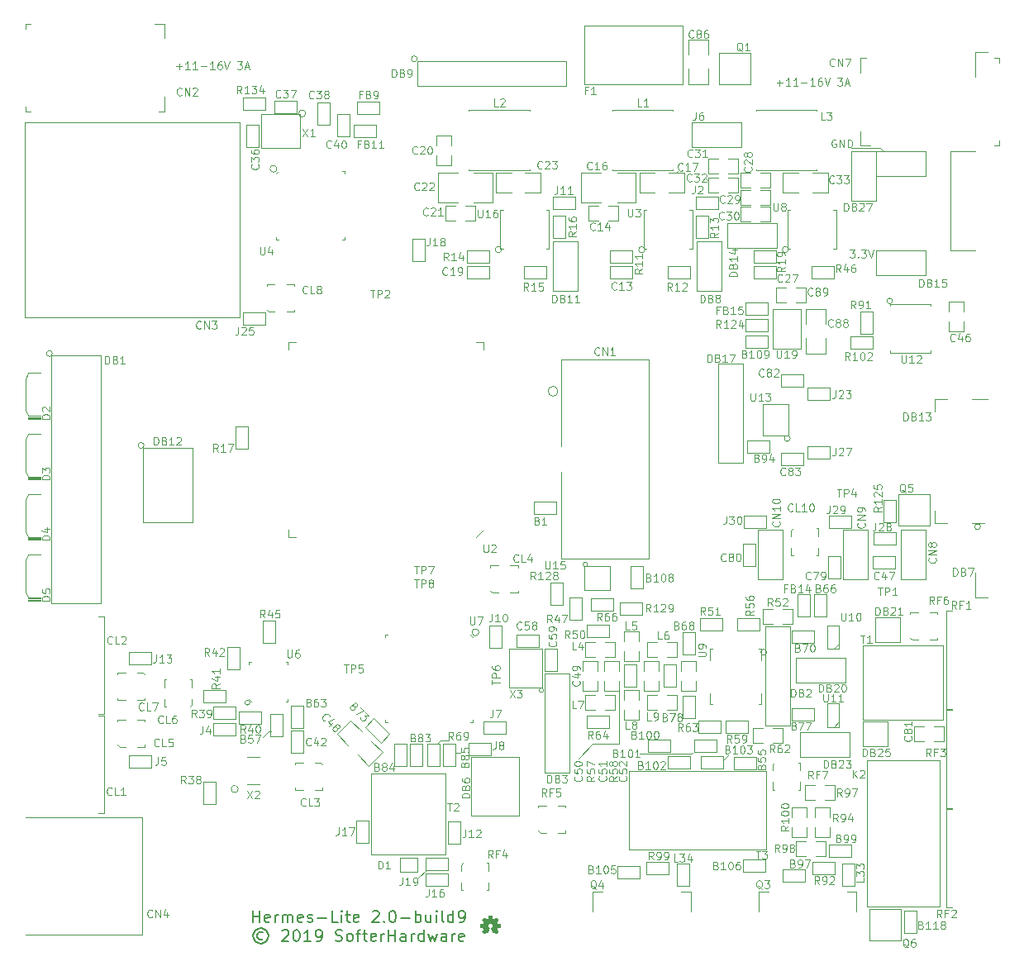
<source format=gto>
G04 #@! TF.GenerationSoftware,KiCad,Pcbnew,5.0.2-bee76a0~70~ubuntu16.04.1*
G04 #@! TF.CreationDate,2019-08-15T12:52:48-07:00*
G04 #@! TF.ProjectId,hermeslite,6865726d-6573-46c6-9974-652e6b696361,2.0-build9*
G04 #@! TF.SameCoordinates,PX42c1d80PY2625a00*
G04 #@! TF.FileFunction,Legend,Top*
G04 #@! TF.FilePolarity,Positive*
%FSLAX46Y46*%
G04 Gerber Fmt 4.6, Leading zero omitted, Abs format (unit mm)*
G04 Created by KiCad (PCBNEW 5.0.2-bee76a0~70~ubuntu16.04.1) date Thu 15 Aug 2019 12:52:48 PM PDT*
%MOMM*%
%LPD*%
G01*
G04 APERTURE LIST*
%ADD10C,0.100000*%
%ADD11C,0.150000*%
%ADD12C,0.002540*%
G04 APERTURE END LIST*
D10*
X54700000Y-40350000D02*
G75*
G03X54700000Y-40350000I-500000J0D01*
G01*
X41200000Y-89400000D02*
X40400000Y-90200000D01*
X44700000Y-77400000D02*
X44200000Y-77400000D01*
X68400000Y-77500000D02*
X63100000Y-77500000D01*
X68600000Y-77300000D02*
X68400000Y-77500000D01*
X72200000Y-77600000D02*
X71700000Y-78100000D01*
X15604761Y-7057142D02*
X16214285Y-7057142D01*
X15909523Y-7361904D02*
X15909523Y-6752380D01*
X17014285Y-7361904D02*
X16557142Y-7361904D01*
X16785714Y-7361904D02*
X16785714Y-6561904D01*
X16709523Y-6676190D01*
X16633333Y-6752380D01*
X16557142Y-6790476D01*
X17776190Y-7361904D02*
X17319047Y-7361904D01*
X17547619Y-7361904D02*
X17547619Y-6561904D01*
X17471428Y-6676190D01*
X17395238Y-6752380D01*
X17319047Y-6790476D01*
X18119047Y-7057142D02*
X18728571Y-7057142D01*
X19528571Y-7361904D02*
X19071428Y-7361904D01*
X19300000Y-7361904D02*
X19300000Y-6561904D01*
X19223809Y-6676190D01*
X19147619Y-6752380D01*
X19071428Y-6790476D01*
X20214285Y-6561904D02*
X20061904Y-6561904D01*
X19985714Y-6600000D01*
X19947619Y-6638095D01*
X19871428Y-6752380D01*
X19833333Y-6904761D01*
X19833333Y-7209523D01*
X19871428Y-7285714D01*
X19909523Y-7323809D01*
X19985714Y-7361904D01*
X20138095Y-7361904D01*
X20214285Y-7323809D01*
X20252380Y-7285714D01*
X20290476Y-7209523D01*
X20290476Y-7019047D01*
X20252380Y-6942857D01*
X20214285Y-6904761D01*
X20138095Y-6866666D01*
X19985714Y-6866666D01*
X19909523Y-6904761D01*
X19871428Y-6942857D01*
X19833333Y-7019047D01*
X20519047Y-6561904D02*
X20785714Y-7361904D01*
X21052380Y-6561904D01*
X21852380Y-6561904D02*
X22347619Y-6561904D01*
X22080952Y-6866666D01*
X22195238Y-6866666D01*
X22271428Y-6904761D01*
X22309523Y-6942857D01*
X22347619Y-7019047D01*
X22347619Y-7209523D01*
X22309523Y-7285714D01*
X22271428Y-7323809D01*
X22195238Y-7361904D01*
X21966666Y-7361904D01*
X21890476Y-7323809D01*
X21852380Y-7285714D01*
X22652380Y-7133333D02*
X23033333Y-7133333D01*
X22576190Y-7361904D02*
X22842857Y-6561904D01*
X23109523Y-7361904D01*
X87700000Y-15400000D02*
X88100000Y-15800000D01*
X84800000Y-15400000D02*
X87700000Y-15400000D01*
X83190476Y-14600000D02*
X83114285Y-14561904D01*
X83000000Y-14561904D01*
X82885714Y-14600000D01*
X82809523Y-14676190D01*
X82771428Y-14752380D01*
X82733333Y-14904761D01*
X82733333Y-15019047D01*
X82771428Y-15171428D01*
X82809523Y-15247619D01*
X82885714Y-15323809D01*
X83000000Y-15361904D01*
X83076190Y-15361904D01*
X83190476Y-15323809D01*
X83228571Y-15285714D01*
X83228571Y-15019047D01*
X83076190Y-15019047D01*
X83571428Y-15361904D02*
X83571428Y-14561904D01*
X84028571Y-15361904D01*
X84028571Y-14561904D01*
X84409523Y-15361904D02*
X84409523Y-14561904D01*
X84600000Y-14561904D01*
X84714285Y-14600000D01*
X84790476Y-14676190D01*
X84828571Y-14752380D01*
X84866666Y-14904761D01*
X84866666Y-15019047D01*
X84828571Y-15171428D01*
X84790476Y-15247619D01*
X84714285Y-15323809D01*
X84600000Y-15361904D01*
X84409523Y-15361904D01*
X84619047Y-25861904D02*
X85114285Y-25861904D01*
X84847619Y-26166666D01*
X84961904Y-26166666D01*
X85038095Y-26204761D01*
X85076190Y-26242857D01*
X85114285Y-26319047D01*
X85114285Y-26509523D01*
X85076190Y-26585714D01*
X85038095Y-26623809D01*
X84961904Y-26661904D01*
X84733333Y-26661904D01*
X84657142Y-26623809D01*
X84619047Y-26585714D01*
X85457142Y-26585714D02*
X85495238Y-26623809D01*
X85457142Y-26661904D01*
X85419047Y-26623809D01*
X85457142Y-26585714D01*
X85457142Y-26661904D01*
X85761904Y-25861904D02*
X86257142Y-25861904D01*
X85990476Y-26166666D01*
X86104761Y-26166666D01*
X86180952Y-26204761D01*
X86219047Y-26242857D01*
X86257142Y-26319047D01*
X86257142Y-26509523D01*
X86219047Y-26585714D01*
X86180952Y-26623809D01*
X86104761Y-26661904D01*
X85876190Y-26661904D01*
X85800000Y-26623809D01*
X85761904Y-26585714D01*
X86485714Y-25861904D02*
X86752380Y-26661904D01*
X87019047Y-25861904D01*
X77104761Y-8757142D02*
X77714285Y-8757142D01*
X77409523Y-9061904D02*
X77409523Y-8452380D01*
X78514285Y-9061904D02*
X78057142Y-9061904D01*
X78285714Y-9061904D02*
X78285714Y-8261904D01*
X78209523Y-8376190D01*
X78133333Y-8452380D01*
X78057142Y-8490476D01*
X79276190Y-9061904D02*
X78819047Y-9061904D01*
X79047619Y-9061904D02*
X79047619Y-8261904D01*
X78971428Y-8376190D01*
X78895238Y-8452380D01*
X78819047Y-8490476D01*
X79619047Y-8757142D02*
X80228571Y-8757142D01*
X81028571Y-9061904D02*
X80571428Y-9061904D01*
X80800000Y-9061904D02*
X80800000Y-8261904D01*
X80723809Y-8376190D01*
X80647619Y-8452380D01*
X80571428Y-8490476D01*
X81714285Y-8261904D02*
X81561904Y-8261904D01*
X81485714Y-8300000D01*
X81447619Y-8338095D01*
X81371428Y-8452380D01*
X81333333Y-8604761D01*
X81333333Y-8909523D01*
X81371428Y-8985714D01*
X81409523Y-9023809D01*
X81485714Y-9061904D01*
X81638095Y-9061904D01*
X81714285Y-9023809D01*
X81752380Y-8985714D01*
X81790476Y-8909523D01*
X81790476Y-8719047D01*
X81752380Y-8642857D01*
X81714285Y-8604761D01*
X81638095Y-8566666D01*
X81485714Y-8566666D01*
X81409523Y-8604761D01*
X81371428Y-8642857D01*
X81333333Y-8719047D01*
X82019047Y-8261904D02*
X82285714Y-9061904D01*
X82552380Y-8261904D01*
X83352380Y-8261904D02*
X83847619Y-8261904D01*
X83580952Y-8566666D01*
X83695238Y-8566666D01*
X83771428Y-8604761D01*
X83809523Y-8642857D01*
X83847619Y-8719047D01*
X83847619Y-8909523D01*
X83809523Y-8985714D01*
X83771428Y-9023809D01*
X83695238Y-9061904D01*
X83466666Y-9061904D01*
X83390476Y-9023809D01*
X83352380Y-8985714D01*
X84152380Y-8833333D02*
X84533333Y-8833333D01*
X84076190Y-9061904D02*
X84342857Y-8261904D01*
X84609523Y-9061904D01*
X53223607Y-71000000D02*
G75*
G03X53223607Y-71000000I-223607J0D01*
G01*
X70000000Y-18700000D02*
X70100000Y-18700000D01*
X69800000Y-18500000D02*
X70000000Y-18700000D01*
X66900000Y-17900000D02*
X66900000Y-18000000D01*
X67100000Y-17700000D02*
X66900000Y-17900000D01*
X25100000Y-75200000D02*
X25300000Y-75200000D01*
X24500000Y-75800000D02*
X25100000Y-75200000D01*
D11*
X23471428Y-94767857D02*
X23471428Y-93567857D01*
X23471428Y-94139285D02*
X24157142Y-94139285D01*
X24157142Y-94767857D02*
X24157142Y-93567857D01*
X25185714Y-94710714D02*
X25071428Y-94767857D01*
X24842857Y-94767857D01*
X24728571Y-94710714D01*
X24671428Y-94596428D01*
X24671428Y-94139285D01*
X24728571Y-94025000D01*
X24842857Y-93967857D01*
X25071428Y-93967857D01*
X25185714Y-94025000D01*
X25242857Y-94139285D01*
X25242857Y-94253571D01*
X24671428Y-94367857D01*
X25757142Y-94767857D02*
X25757142Y-93967857D01*
X25757142Y-94196428D02*
X25814285Y-94082142D01*
X25871428Y-94025000D01*
X25985714Y-93967857D01*
X26100000Y-93967857D01*
X26500000Y-94767857D02*
X26500000Y-93967857D01*
X26500000Y-94082142D02*
X26557142Y-94025000D01*
X26671428Y-93967857D01*
X26842857Y-93967857D01*
X26957142Y-94025000D01*
X27014285Y-94139285D01*
X27014285Y-94767857D01*
X27014285Y-94139285D02*
X27071428Y-94025000D01*
X27185714Y-93967857D01*
X27357142Y-93967857D01*
X27471428Y-94025000D01*
X27528571Y-94139285D01*
X27528571Y-94767857D01*
X28557142Y-94710714D02*
X28442857Y-94767857D01*
X28214285Y-94767857D01*
X28100000Y-94710714D01*
X28042857Y-94596428D01*
X28042857Y-94139285D01*
X28100000Y-94025000D01*
X28214285Y-93967857D01*
X28442857Y-93967857D01*
X28557142Y-94025000D01*
X28614285Y-94139285D01*
X28614285Y-94253571D01*
X28042857Y-94367857D01*
X29071428Y-94710714D02*
X29185714Y-94767857D01*
X29414285Y-94767857D01*
X29528571Y-94710714D01*
X29585714Y-94596428D01*
X29585714Y-94539285D01*
X29528571Y-94425000D01*
X29414285Y-94367857D01*
X29242857Y-94367857D01*
X29128571Y-94310714D01*
X29071428Y-94196428D01*
X29071428Y-94139285D01*
X29128571Y-94025000D01*
X29242857Y-93967857D01*
X29414285Y-93967857D01*
X29528571Y-94025000D01*
X30100000Y-94310714D02*
X31014285Y-94310714D01*
X32157142Y-94767857D02*
X31585714Y-94767857D01*
X31585714Y-93567857D01*
X32557142Y-94767857D02*
X32557142Y-93967857D01*
X32557142Y-93567857D02*
X32500000Y-93625000D01*
X32557142Y-93682142D01*
X32614285Y-93625000D01*
X32557142Y-93567857D01*
X32557142Y-93682142D01*
X32957142Y-93967857D02*
X33414285Y-93967857D01*
X33128571Y-93567857D02*
X33128571Y-94596428D01*
X33185714Y-94710714D01*
X33300000Y-94767857D01*
X33414285Y-94767857D01*
X34271428Y-94710714D02*
X34157142Y-94767857D01*
X33928571Y-94767857D01*
X33814285Y-94710714D01*
X33757142Y-94596428D01*
X33757142Y-94139285D01*
X33814285Y-94025000D01*
X33928571Y-93967857D01*
X34157142Y-93967857D01*
X34271428Y-94025000D01*
X34328571Y-94139285D01*
X34328571Y-94253571D01*
X33757142Y-94367857D01*
X35700000Y-93682142D02*
X35757142Y-93625000D01*
X35871428Y-93567857D01*
X36157142Y-93567857D01*
X36271428Y-93625000D01*
X36328571Y-93682142D01*
X36385714Y-93796428D01*
X36385714Y-93910714D01*
X36328571Y-94082142D01*
X35642857Y-94767857D01*
X36385714Y-94767857D01*
X36900000Y-94653571D02*
X36957142Y-94710714D01*
X36900000Y-94767857D01*
X36842857Y-94710714D01*
X36900000Y-94653571D01*
X36900000Y-94767857D01*
X37700000Y-93567857D02*
X37814285Y-93567857D01*
X37928571Y-93625000D01*
X37985714Y-93682142D01*
X38042857Y-93796428D01*
X38100000Y-94025000D01*
X38100000Y-94310714D01*
X38042857Y-94539285D01*
X37985714Y-94653571D01*
X37928571Y-94710714D01*
X37814285Y-94767857D01*
X37700000Y-94767857D01*
X37585714Y-94710714D01*
X37528571Y-94653571D01*
X37471428Y-94539285D01*
X37414285Y-94310714D01*
X37414285Y-94025000D01*
X37471428Y-93796428D01*
X37528571Y-93682142D01*
X37585714Y-93625000D01*
X37700000Y-93567857D01*
X38614285Y-94310714D02*
X39528571Y-94310714D01*
X40100000Y-94767857D02*
X40100000Y-93567857D01*
X40100000Y-94025000D02*
X40214285Y-93967857D01*
X40442857Y-93967857D01*
X40557142Y-94025000D01*
X40614285Y-94082142D01*
X40671428Y-94196428D01*
X40671428Y-94539285D01*
X40614285Y-94653571D01*
X40557142Y-94710714D01*
X40442857Y-94767857D01*
X40214285Y-94767857D01*
X40100000Y-94710714D01*
X41700000Y-93967857D02*
X41700000Y-94767857D01*
X41185714Y-93967857D02*
X41185714Y-94596428D01*
X41242857Y-94710714D01*
X41357142Y-94767857D01*
X41528571Y-94767857D01*
X41642857Y-94710714D01*
X41700000Y-94653571D01*
X42271428Y-94767857D02*
X42271428Y-93967857D01*
X42271428Y-93567857D02*
X42214285Y-93625000D01*
X42271428Y-93682142D01*
X42328571Y-93625000D01*
X42271428Y-93567857D01*
X42271428Y-93682142D01*
X43014285Y-94767857D02*
X42900000Y-94710714D01*
X42842857Y-94596428D01*
X42842857Y-93567857D01*
X43985714Y-94767857D02*
X43985714Y-93567857D01*
X43985714Y-94710714D02*
X43871428Y-94767857D01*
X43642857Y-94767857D01*
X43528571Y-94710714D01*
X43471428Y-94653571D01*
X43414285Y-94539285D01*
X43414285Y-94196428D01*
X43471428Y-94082142D01*
X43528571Y-94025000D01*
X43642857Y-93967857D01*
X43871428Y-93967857D01*
X43985714Y-94025000D01*
X44614285Y-94767857D02*
X44842857Y-94767857D01*
X44957142Y-94710714D01*
X45014285Y-94653571D01*
X45128571Y-94482142D01*
X45185714Y-94253571D01*
X45185714Y-93796428D01*
X45128571Y-93682142D01*
X45071428Y-93625000D01*
X44957142Y-93567857D01*
X44728571Y-93567857D01*
X44614285Y-93625000D01*
X44557142Y-93682142D01*
X44500000Y-93796428D01*
X44500000Y-94082142D01*
X44557142Y-94196428D01*
X44614285Y-94253571D01*
X44728571Y-94310714D01*
X44957142Y-94310714D01*
X45071428Y-94253571D01*
X45128571Y-94196428D01*
X45185714Y-94082142D01*
X24499999Y-95803571D02*
X24385714Y-95746428D01*
X24157142Y-95746428D01*
X24042857Y-95803571D01*
X23928571Y-95917857D01*
X23871428Y-96032142D01*
X23871428Y-96260714D01*
X23928571Y-96375000D01*
X24042857Y-96489285D01*
X24157142Y-96546428D01*
X24385714Y-96546428D01*
X24499999Y-96489285D01*
X24271428Y-95346428D02*
X23985714Y-95403571D01*
X23699999Y-95575000D01*
X23528571Y-95860714D01*
X23471428Y-96146428D01*
X23528571Y-96432142D01*
X23699999Y-96717857D01*
X23985714Y-96889285D01*
X24271428Y-96946428D01*
X24557142Y-96889285D01*
X24842857Y-96717857D01*
X25014285Y-96432142D01*
X25071428Y-96146428D01*
X25014285Y-95860714D01*
X24842857Y-95575000D01*
X24557142Y-95403571D01*
X24271428Y-95346428D01*
X26442857Y-95632142D02*
X26499999Y-95575000D01*
X26614285Y-95517857D01*
X26899999Y-95517857D01*
X27014285Y-95575000D01*
X27071428Y-95632142D01*
X27128571Y-95746428D01*
X27128571Y-95860714D01*
X27071428Y-96032142D01*
X26385714Y-96717857D01*
X27128571Y-96717857D01*
X27871428Y-95517857D02*
X27985714Y-95517857D01*
X28099999Y-95575000D01*
X28157142Y-95632142D01*
X28214285Y-95746428D01*
X28271428Y-95975000D01*
X28271428Y-96260714D01*
X28214285Y-96489285D01*
X28157142Y-96603571D01*
X28099999Y-96660714D01*
X27985714Y-96717857D01*
X27871428Y-96717857D01*
X27757142Y-96660714D01*
X27699999Y-96603571D01*
X27642857Y-96489285D01*
X27585714Y-96260714D01*
X27585714Y-95975000D01*
X27642857Y-95746428D01*
X27699999Y-95632142D01*
X27757142Y-95575000D01*
X27871428Y-95517857D01*
X29414285Y-96717857D02*
X28728571Y-96717857D01*
X29071428Y-96717857D02*
X29071428Y-95517857D01*
X28957142Y-95689285D01*
X28842857Y-95803571D01*
X28728571Y-95860714D01*
X29985714Y-96717857D02*
X30214285Y-96717857D01*
X30328571Y-96660714D01*
X30385714Y-96603571D01*
X30499999Y-96432142D01*
X30557142Y-96203571D01*
X30557142Y-95746428D01*
X30499999Y-95632142D01*
X30442857Y-95575000D01*
X30328571Y-95517857D01*
X30099999Y-95517857D01*
X29985714Y-95575000D01*
X29928571Y-95632142D01*
X29871428Y-95746428D01*
X29871428Y-96032142D01*
X29928571Y-96146428D01*
X29985714Y-96203571D01*
X30099999Y-96260714D01*
X30328571Y-96260714D01*
X30442857Y-96203571D01*
X30499999Y-96146428D01*
X30557142Y-96032142D01*
X31928571Y-96660714D02*
X32099999Y-96717857D01*
X32385714Y-96717857D01*
X32499999Y-96660714D01*
X32557142Y-96603571D01*
X32614285Y-96489285D01*
X32614285Y-96375000D01*
X32557142Y-96260714D01*
X32499999Y-96203571D01*
X32385714Y-96146428D01*
X32157142Y-96089285D01*
X32042857Y-96032142D01*
X31985714Y-95975000D01*
X31928571Y-95860714D01*
X31928571Y-95746428D01*
X31985714Y-95632142D01*
X32042857Y-95575000D01*
X32157142Y-95517857D01*
X32442857Y-95517857D01*
X32614285Y-95575000D01*
X33299999Y-96717857D02*
X33185714Y-96660714D01*
X33128571Y-96603571D01*
X33071428Y-96489285D01*
X33071428Y-96146428D01*
X33128571Y-96032142D01*
X33185714Y-95975000D01*
X33299999Y-95917857D01*
X33471428Y-95917857D01*
X33585714Y-95975000D01*
X33642857Y-96032142D01*
X33699999Y-96146428D01*
X33699999Y-96489285D01*
X33642857Y-96603571D01*
X33585714Y-96660714D01*
X33471428Y-96717857D01*
X33299999Y-96717857D01*
X34042857Y-95917857D02*
X34499999Y-95917857D01*
X34214285Y-96717857D02*
X34214285Y-95689285D01*
X34271428Y-95575000D01*
X34385714Y-95517857D01*
X34499999Y-95517857D01*
X34728571Y-95917857D02*
X35185714Y-95917857D01*
X34899999Y-95517857D02*
X34899999Y-96546428D01*
X34957142Y-96660714D01*
X35071428Y-96717857D01*
X35185714Y-96717857D01*
X36042857Y-96660714D02*
X35928571Y-96717857D01*
X35699999Y-96717857D01*
X35585714Y-96660714D01*
X35528571Y-96546428D01*
X35528571Y-96089285D01*
X35585714Y-95975000D01*
X35699999Y-95917857D01*
X35928571Y-95917857D01*
X36042857Y-95975000D01*
X36099999Y-96089285D01*
X36099999Y-96203571D01*
X35528571Y-96317857D01*
X36614285Y-96717857D02*
X36614285Y-95917857D01*
X36614285Y-96146428D02*
X36671428Y-96032142D01*
X36728571Y-95975000D01*
X36842857Y-95917857D01*
X36957142Y-95917857D01*
X37357142Y-96717857D02*
X37357142Y-95517857D01*
X37357142Y-96089285D02*
X38042857Y-96089285D01*
X38042857Y-96717857D02*
X38042857Y-95517857D01*
X39128571Y-96717857D02*
X39128571Y-96089285D01*
X39071428Y-95975000D01*
X38957142Y-95917857D01*
X38728571Y-95917857D01*
X38614285Y-95975000D01*
X39128571Y-96660714D02*
X39014285Y-96717857D01*
X38728571Y-96717857D01*
X38614285Y-96660714D01*
X38557142Y-96546428D01*
X38557142Y-96432142D01*
X38614285Y-96317857D01*
X38728571Y-96260714D01*
X39014285Y-96260714D01*
X39128571Y-96203571D01*
X39699999Y-96717857D02*
X39699999Y-95917857D01*
X39699999Y-96146428D02*
X39757142Y-96032142D01*
X39814285Y-95975000D01*
X39928571Y-95917857D01*
X40042857Y-95917857D01*
X40957142Y-96717857D02*
X40957142Y-95517857D01*
X40957142Y-96660714D02*
X40842857Y-96717857D01*
X40614285Y-96717857D01*
X40499999Y-96660714D01*
X40442857Y-96603571D01*
X40385714Y-96489285D01*
X40385714Y-96146428D01*
X40442857Y-96032142D01*
X40499999Y-95975000D01*
X40614285Y-95917857D01*
X40842857Y-95917857D01*
X40957142Y-95975000D01*
X41414285Y-95917857D02*
X41642857Y-96717857D01*
X41871428Y-96146428D01*
X42100000Y-96717857D01*
X42328571Y-95917857D01*
X43300000Y-96717857D02*
X43300000Y-96089285D01*
X43242857Y-95975000D01*
X43128571Y-95917857D01*
X42900000Y-95917857D01*
X42785714Y-95975000D01*
X43300000Y-96660714D02*
X43185714Y-96717857D01*
X42900000Y-96717857D01*
X42785714Y-96660714D01*
X42728571Y-96546428D01*
X42728571Y-96432142D01*
X42785714Y-96317857D01*
X42900000Y-96260714D01*
X43185714Y-96260714D01*
X43300000Y-96203571D01*
X43871428Y-96717857D02*
X43871428Y-95917857D01*
X43871428Y-96146428D02*
X43928571Y-96032142D01*
X43985714Y-95975000D01*
X44100000Y-95917857D01*
X44214285Y-95917857D01*
X45071428Y-96660714D02*
X44957142Y-96717857D01*
X44728571Y-96717857D01*
X44614285Y-96660714D01*
X44557142Y-96546428D01*
X44557142Y-96089285D01*
X44614285Y-95975000D01*
X44728571Y-95917857D01*
X44957142Y-95917857D01*
X45071428Y-95975000D01*
X45128571Y-96089285D01*
X45128571Y-96203571D01*
X44557142Y-96317857D01*
D10*
X42700000Y-76100000D02*
X42300000Y-76500000D01*
X43500000Y-76100000D02*
X42700000Y-76100000D01*
X61000000Y-76500000D02*
X61000000Y-76100000D01*
X58300000Y-76500000D02*
X61000000Y-76500000D01*
X56800000Y-78000000D02*
X58300000Y-76500000D01*
X61000000Y-71000000D02*
X61000000Y-76100000D01*
G04 #@! TO.C,CL1*
X8240000Y-73600000D02*
X7640000Y-73600000D01*
X8240000Y-83600000D02*
X7640000Y-83600000D01*
X8240000Y-73600000D02*
X8240000Y-83600000D01*
G04 #@! TO.C,CL2*
X8240000Y-63440000D02*
X7640000Y-63440000D01*
X8240000Y-73440000D02*
X7640000Y-73440000D01*
X8240000Y-63440000D02*
X8240000Y-73440000D01*
G04 #@! TO.C,U4*
X32816525Y-24815000D02*
X32816525Y-24565000D01*
X32566525Y-24815000D02*
X32816525Y-24815000D01*
X25816525Y-24815000D02*
X25816525Y-24565000D01*
X26066525Y-24815000D02*
X25816525Y-24815000D01*
X32816525Y-17815000D02*
X32816525Y-18065000D01*
X32566525Y-17815000D02*
X32816525Y-17815000D01*
X25816525Y-18065000D02*
X26066525Y-17815000D01*
X25920078Y-17565000D02*
G75*
G03X25920078Y-17565000I-353553J0D01*
G01*
G04 #@! TO.C,Q3*
X85300000Y-91600000D02*
X85300000Y-93700000D01*
X85300000Y-91600000D02*
X84300000Y-91600000D01*
X75300000Y-91600000D02*
X75300000Y-93700000D01*
X76300000Y-91600000D02*
X75300000Y-91600000D01*
G04 #@! TO.C,Q4*
X68300000Y-91600000D02*
X68300000Y-93700000D01*
X68300000Y-91600000D02*
X67300000Y-91600000D01*
X58300000Y-91600000D02*
X58300000Y-93700000D01*
X59300000Y-91600000D02*
X58300000Y-91600000D01*
G04 #@! TO.C,U2*
X27100000Y-35300000D02*
X27100000Y-36050000D01*
X27850000Y-35300000D02*
X27100000Y-35300000D01*
X47100000Y-35300000D02*
X47100000Y-36050000D01*
X46350000Y-35300000D02*
X47100000Y-35300000D01*
X27100000Y-55300000D02*
X27100000Y-54550000D01*
X27850000Y-55300000D02*
X27100000Y-55300000D01*
X47100000Y-54550000D02*
X46350000Y-55300000D01*
G04 #@! TO.C,RF2*
X94500000Y-93200000D02*
X94500000Y-83200000D01*
X94500000Y-83200000D02*
X95100000Y-83200000D01*
X94500000Y-93200000D02*
X95100000Y-93200000D01*
G04 #@! TO.C,RF3*
X94500000Y-83040000D02*
X94500000Y-73040000D01*
X94500000Y-73040000D02*
X95100000Y-73040000D01*
X94500000Y-83040000D02*
X95100000Y-83040000D01*
G04 #@! TO.C,RF1*
X94500000Y-72880000D02*
X94500000Y-62880000D01*
X94500000Y-62880000D02*
X95100000Y-62880000D01*
X94500000Y-72880000D02*
X95100000Y-72880000D01*
G04 #@! TO.C,R45*
X25735000Y-63857000D02*
X25735000Y-66143000D01*
X25735000Y-66143000D02*
X24465000Y-66143000D01*
X24465000Y-66143000D02*
X24465000Y-63857000D01*
X24465000Y-63857000D02*
X25735000Y-63857000D01*
G04 #@! TO.C,U6*
X23155000Y-72270715D02*
G75*
G03X23155000Y-72270715I-250000J0D01*
G01*
X23305000Y-72120715D02*
X23055000Y-71870715D01*
X23055000Y-68370715D02*
X23055000Y-68120715D01*
X23055000Y-68120715D02*
X23305000Y-68120715D01*
X27055000Y-71870715D02*
X27055000Y-72120715D01*
X27055000Y-72120715D02*
X26805000Y-72120715D01*
X27055000Y-68370715D02*
X27055000Y-68120715D01*
X27055000Y-68120715D02*
X26805000Y-68120715D01*
G04 #@! TO.C,U7*
X46603553Y-65050000D02*
G75*
G03X46603553Y-65050000I-353553J0D01*
G01*
X45750000Y-65300000D02*
X46000000Y-65550000D01*
X46000000Y-74050000D02*
X46000000Y-74300000D01*
X46000000Y-74300000D02*
X45750000Y-74300000D01*
X37000000Y-65550000D02*
X37000000Y-65300000D01*
X37000000Y-65300000D02*
X37250000Y-65300000D01*
X37000000Y-74050000D02*
X37000000Y-74300000D01*
X37000000Y-74300000D02*
X37250000Y-74300000D01*
G04 #@! TO.C,U9*
X76100000Y-67100000D02*
G75*
G03X76100000Y-67100000I-300000J0D01*
G01*
X70300000Y-66700000D02*
X70300000Y-67900000D01*
X75500000Y-66700000D02*
X75500000Y-67900000D01*
X70300000Y-72400000D02*
X70300000Y-71300000D01*
X75500000Y-72400000D02*
X75500000Y-71300000D01*
X70500000Y-72400000D02*
X70300000Y-72400000D01*
X70500000Y-66700000D02*
X70300000Y-66700000D01*
X75300000Y-66700000D02*
X75500000Y-66700000D01*
X75300000Y-72400000D02*
X75500000Y-72400000D01*
G04 #@! TO.C,U16*
X48916228Y-25850000D02*
G75*
G03X48916228Y-25850000I-316228J0D01*
G01*
X53500000Y-25750000D02*
X53800000Y-25750000D01*
X53800000Y-25750000D02*
X53800000Y-21750000D01*
X53800000Y-21750000D02*
X53500000Y-21750000D01*
X49100000Y-21750000D02*
X48800000Y-21750000D01*
X48800000Y-21750000D02*
X48800000Y-25750000D01*
X48800000Y-25750000D02*
X49100000Y-25750000D01*
G04 #@! TO.C,U3*
X63616228Y-25850000D02*
G75*
G03X63616228Y-25850000I-316228J0D01*
G01*
X68200000Y-25750000D02*
X68500000Y-25750000D01*
X68500000Y-25750000D02*
X68500000Y-21750000D01*
X68500000Y-21750000D02*
X68200000Y-21750000D01*
X63800000Y-21750000D02*
X63500000Y-21750000D01*
X63500000Y-21750000D02*
X63500000Y-25750000D01*
X63500000Y-25750000D02*
X63800000Y-25750000D01*
G04 #@! TO.C,U8*
X78316228Y-25850000D02*
G75*
G03X78316228Y-25850000I-316228J0D01*
G01*
X82900000Y-25750000D02*
X83200000Y-25750000D01*
X83200000Y-25750000D02*
X83200000Y-21750000D01*
X83200000Y-21750000D02*
X82900000Y-21750000D01*
X78500000Y-21750000D02*
X78200000Y-21750000D01*
X78200000Y-21750000D02*
X78200000Y-25750000D01*
X78200000Y-25750000D02*
X78500000Y-25750000D01*
G04 #@! TO.C,CN10*
X77770000Y-59610000D02*
X77770000Y-54530000D01*
X75230000Y-59610000D02*
X75230000Y-54530000D01*
X77770000Y-59610000D02*
X75230000Y-59610000D01*
X77770000Y-54530000D02*
X75230000Y-54530000D01*
G04 #@! TO.C,CN9*
X86470000Y-59610000D02*
X86470000Y-54530000D01*
X83930000Y-59610000D02*
X83930000Y-54530000D01*
X86470000Y-59610000D02*
X83930000Y-59610000D01*
X86470000Y-54530000D02*
X83930000Y-54530000D01*
G04 #@! TO.C,CN8*
X92370000Y-59610000D02*
X92370000Y-54530000D01*
X89830000Y-59610000D02*
X89830000Y-54530000D01*
X92370000Y-59610000D02*
X89830000Y-59610000D01*
X92370000Y-54530000D02*
X89830000Y-54530000D01*
G04 #@! TO.C,C80*
X74935000Y-55957000D02*
X74935000Y-58243000D01*
X74935000Y-58243000D02*
X73665000Y-58243000D01*
X73665000Y-58243000D02*
X73665000Y-55957000D01*
X73665000Y-55957000D02*
X74935000Y-55957000D01*
G04 #@! TO.C,C79*
X83635000Y-57257000D02*
X83635000Y-59543000D01*
X83635000Y-59543000D02*
X82365000Y-59543000D01*
X82365000Y-59543000D02*
X82365000Y-57257000D01*
X82365000Y-57257000D02*
X83635000Y-57257000D01*
G04 #@! TO.C,C47*
X86957000Y-57265000D02*
X89243000Y-57265000D01*
X89243000Y-57265000D02*
X89243000Y-58535000D01*
X89243000Y-58535000D02*
X86957000Y-58535000D01*
X86957000Y-58535000D02*
X86957000Y-57265000D01*
G04 #@! TO.C,C83*
X79843000Y-47935000D02*
X77557000Y-47935000D01*
X77557000Y-47935000D02*
X77557000Y-46665000D01*
X77557000Y-46665000D02*
X79843000Y-46665000D01*
X79843000Y-46665000D02*
X79843000Y-47935000D01*
G04 #@! TO.C,C82*
X79843000Y-39935000D02*
X77557000Y-39935000D01*
X77557000Y-39935000D02*
X77557000Y-38665000D01*
X77557000Y-38665000D02*
X79843000Y-38665000D01*
X79843000Y-38665000D02*
X79843000Y-39935000D01*
G04 #@! TO.C,U13*
X78500000Y-45200000D02*
G75*
G03X78500000Y-45200000I-300000J0D01*
G01*
X75700000Y-44900000D02*
X75700000Y-41700000D01*
X75700000Y-41700000D02*
X78300000Y-41700000D01*
X78300000Y-41700000D02*
X78300000Y-44900000D01*
X78300000Y-44900000D02*
X75700000Y-44900000D01*
G04 #@! TO.C,DB17*
X73670000Y-37530000D02*
X71130000Y-37530000D01*
X71130000Y-37530000D02*
X71130000Y-47690000D01*
X71130000Y-47690000D02*
X73670000Y-47690000D01*
X73670000Y-47690000D02*
X73670000Y-37530000D01*
G04 #@! TO.C,B94*
X74057000Y-45365000D02*
X76343000Y-45365000D01*
X76343000Y-45365000D02*
X76343000Y-46635000D01*
X76343000Y-46635000D02*
X74057000Y-46635000D01*
X74057000Y-46635000D02*
X74057000Y-45365000D01*
G04 #@! TO.C,B108*
X63435000Y-58257000D02*
X63435000Y-60543000D01*
X63435000Y-60543000D02*
X62165000Y-60543000D01*
X62165000Y-60543000D02*
X62165000Y-58257000D01*
X62165000Y-58257000D02*
X63435000Y-58257000D01*
G04 #@! TO.C,FB14*
X79265000Y-63443000D02*
X79265000Y-61157000D01*
X79265000Y-61157000D02*
X80535000Y-61157000D01*
X80535000Y-61157000D02*
X80535000Y-63443000D01*
X80535000Y-63443000D02*
X79265000Y-63443000D01*
G04 #@! TO.C,B66*
X82235000Y-61157000D02*
X82235000Y-63443000D01*
X82235000Y-63443000D02*
X80965000Y-63443000D01*
X80965000Y-63443000D02*
X80965000Y-61157000D01*
X80965000Y-61157000D02*
X82235000Y-61157000D01*
G04 #@! TO.C,R125*
X88065000Y-53743000D02*
X88065000Y-51457000D01*
X88065000Y-51457000D02*
X89335000Y-51457000D01*
X89335000Y-51457000D02*
X89335000Y-53743000D01*
X89335000Y-53743000D02*
X88065000Y-53743000D01*
G04 #@! TO.C,R102*
X84657000Y-34765000D02*
X86943000Y-34765000D01*
X86943000Y-34765000D02*
X86943000Y-36035000D01*
X86943000Y-36035000D02*
X84657000Y-36035000D01*
X84657000Y-36035000D02*
X84657000Y-34765000D01*
G04 #@! TO.C,R91*
X86935000Y-32157000D02*
X86935000Y-34443000D01*
X86935000Y-34443000D02*
X85665000Y-34443000D01*
X85665000Y-34443000D02*
X85665000Y-32157000D01*
X85665000Y-32157000D02*
X86935000Y-32157000D01*
G04 #@! TO.C,C46*
X94738000Y-32192000D02*
X94738000Y-31176000D01*
X94738000Y-31176000D02*
X96262000Y-31176000D01*
X96262000Y-31176000D02*
X96262000Y-32192000D01*
X96262000Y-33208000D02*
X96262000Y-34224000D01*
X96262000Y-34224000D02*
X94738000Y-34224000D01*
X94738000Y-34224000D02*
X94738000Y-33208000D01*
G04 #@! TO.C,FB15*
X73957000Y-31265000D02*
X76243000Y-31265000D01*
X76243000Y-31265000D02*
X76243000Y-32535000D01*
X76243000Y-32535000D02*
X73957000Y-32535000D01*
X73957000Y-32535000D02*
X73957000Y-31265000D01*
G04 #@! TO.C,DB27*
X84730000Y-15810000D02*
X84730000Y-20890000D01*
X87270000Y-15810000D02*
X87270000Y-20890000D01*
X84730000Y-15810000D02*
X87270000Y-15810000D01*
X84730000Y-20890000D02*
X87270000Y-20890000D01*
G04 #@! TO.C,R46*
X80657000Y-27565000D02*
X82943000Y-27565000D01*
X82943000Y-27565000D02*
X82943000Y-28835000D01*
X82943000Y-28835000D02*
X80657000Y-28835000D01*
X80657000Y-28835000D02*
X80657000Y-27565000D01*
G04 #@! TO.C,R19*
X74757000Y-25965000D02*
X77043000Y-25965000D01*
X77043000Y-25965000D02*
X77043000Y-27235000D01*
X77043000Y-27235000D02*
X74757000Y-27235000D01*
X74757000Y-27235000D02*
X74757000Y-25965000D01*
G04 #@! TO.C,L3*
X81200000Y-11600000D02*
X81200000Y-11500000D01*
X81200000Y-11500000D02*
X75000000Y-11500000D01*
X75000000Y-11500000D02*
X75000000Y-11600000D01*
X81200000Y-17600000D02*
X81200000Y-17700000D01*
X81200000Y-17700000D02*
X75000000Y-17700000D01*
X75000000Y-17700000D02*
X75000000Y-17600000D01*
G04 #@! TO.C,DB14*
X77110000Y-23130000D02*
X72030000Y-23130000D01*
X77110000Y-25670000D02*
X72030000Y-25670000D01*
X77110000Y-23130000D02*
X77110000Y-25670000D01*
X72030000Y-23130000D02*
X72030000Y-25670000D01*
G04 #@! TO.C,C33*
X79350000Y-18000000D02*
X77750000Y-18000000D01*
X77750000Y-18000000D02*
X77750000Y-20000000D01*
X77750000Y-20000000D02*
X79350000Y-20000000D01*
X80750000Y-20000000D02*
X82350000Y-20000000D01*
X82350000Y-20000000D02*
X82350000Y-18000000D01*
X82350000Y-18000000D02*
X80750000Y-18000000D01*
G04 #@! TO.C,C32*
X72108000Y-18438000D02*
X73124000Y-18438000D01*
X73124000Y-18438000D02*
X73124000Y-19962000D01*
X73124000Y-19962000D02*
X72108000Y-19962000D01*
X71092000Y-19962000D02*
X70076000Y-19962000D01*
X70076000Y-19962000D02*
X70076000Y-18438000D01*
X70076000Y-18438000D02*
X71092000Y-18438000D01*
G04 #@! TO.C,C31*
X72108000Y-16538000D02*
X73124000Y-16538000D01*
X73124000Y-16538000D02*
X73124000Y-18062000D01*
X73124000Y-18062000D02*
X72108000Y-18062000D01*
X71092000Y-18062000D02*
X70076000Y-18062000D01*
X70076000Y-18062000D02*
X70076000Y-16538000D01*
X70076000Y-16538000D02*
X71092000Y-16538000D01*
G04 #@! TO.C,C30*
X74392000Y-22962000D02*
X73376000Y-22962000D01*
X73376000Y-22962000D02*
X73376000Y-21438000D01*
X73376000Y-21438000D02*
X74392000Y-21438000D01*
X75408000Y-21438000D02*
X76424000Y-21438000D01*
X76424000Y-21438000D02*
X76424000Y-22962000D01*
X76424000Y-22962000D02*
X75408000Y-22962000D01*
G04 #@! TO.C,C29*
X74392000Y-21262000D02*
X73376000Y-21262000D01*
X73376000Y-21262000D02*
X73376000Y-19738000D01*
X73376000Y-19738000D02*
X74392000Y-19738000D01*
X75408000Y-19738000D02*
X76424000Y-19738000D01*
X76424000Y-19738000D02*
X76424000Y-21262000D01*
X76424000Y-21262000D02*
X75408000Y-21262000D01*
G04 #@! TO.C,C28*
X74392000Y-19462000D02*
X73376000Y-19462000D01*
X73376000Y-19462000D02*
X73376000Y-17938000D01*
X73376000Y-17938000D02*
X74392000Y-17938000D01*
X75408000Y-17938000D02*
X76424000Y-17938000D01*
X76424000Y-17938000D02*
X76424000Y-19462000D01*
X76424000Y-19462000D02*
X75408000Y-19462000D01*
G04 #@! TO.C,C27*
X74757000Y-27565000D02*
X77043000Y-27565000D01*
X77043000Y-27565000D02*
X77043000Y-28835000D01*
X77043000Y-28835000D02*
X74757000Y-28835000D01*
X74757000Y-28835000D02*
X74757000Y-27565000D01*
G04 #@! TO.C,DB11*
X54230000Y-24990000D02*
X54230000Y-30070000D01*
X56770000Y-24990000D02*
X56770000Y-30070000D01*
X54230000Y-24990000D02*
X56770000Y-24990000D01*
X54230000Y-30070000D02*
X56770000Y-30070000D01*
G04 #@! TO.C,DB8*
X68930000Y-24990000D02*
X68930000Y-30070000D01*
X71470000Y-24990000D02*
X71470000Y-30070000D01*
X68930000Y-24990000D02*
X71470000Y-24990000D01*
X68930000Y-30070000D02*
X71470000Y-30070000D01*
G04 #@! TO.C,F1*
X57400000Y-2900000D02*
X67500000Y-2900000D01*
X67500000Y-2900000D02*
X67500000Y-8900000D01*
X67500000Y-8900000D02*
X57400000Y-8900000D01*
X57400000Y-8900000D02*
X57400000Y-2900000D01*
G04 #@! TO.C,C81*
X92192000Y-76262000D02*
X91176000Y-76262000D01*
X91176000Y-76262000D02*
X91176000Y-74738000D01*
X91176000Y-74738000D02*
X92192000Y-74738000D01*
X93208000Y-74738000D02*
X94224000Y-74738000D01*
X94224000Y-74738000D02*
X94224000Y-76262000D01*
X94224000Y-76262000D02*
X93208000Y-76262000D01*
G04 #@! TO.C,DB23*
X79490000Y-77870000D02*
X84570000Y-77870000D01*
X79490000Y-75330000D02*
X84570000Y-75330000D01*
X79490000Y-77870000D02*
X79490000Y-75330000D01*
X84570000Y-77870000D02*
X84570000Y-75330000D01*
G04 #@! TO.C,DB20*
X79090000Y-70170000D02*
X84170000Y-70170000D01*
X79090000Y-67630000D02*
X84170000Y-67630000D01*
X79090000Y-70170000D02*
X79090000Y-67630000D01*
X84170000Y-70170000D02*
X84170000Y-67630000D01*
G04 #@! TO.C,U11*
X82312500Y-72358500D02*
X83519000Y-72358500D01*
X82947500Y-74771500D02*
X83519000Y-74200000D01*
X83519000Y-72358500D02*
X83519000Y-74771500D01*
X83519000Y-74771500D02*
X82312500Y-74771500D01*
X82312500Y-74771500D02*
X82312500Y-72358500D01*
G04 #@! TO.C,U10*
X82312500Y-64358500D02*
X83519000Y-64358500D01*
X82947500Y-66771500D02*
X83519000Y-66200000D01*
X83519000Y-64358500D02*
X83519000Y-66771500D01*
X83519000Y-66771500D02*
X82312500Y-66771500D01*
X82312500Y-66771500D02*
X82312500Y-64358500D01*
G04 #@! TO.C,R62*
X76708000Y-74838000D02*
X77724000Y-74838000D01*
X77724000Y-74838000D02*
X77724000Y-76362000D01*
X77724000Y-76362000D02*
X76708000Y-76362000D01*
X75692000Y-76362000D02*
X74676000Y-76362000D01*
X74676000Y-76362000D02*
X74676000Y-74838000D01*
X74676000Y-74838000D02*
X75692000Y-74838000D01*
G04 #@! TO.C,R52*
X77708000Y-62638000D02*
X78724000Y-62638000D01*
X78724000Y-62638000D02*
X78724000Y-64162000D01*
X78724000Y-64162000D02*
X77708000Y-64162000D01*
X76692000Y-64162000D02*
X75676000Y-64162000D01*
X75676000Y-64162000D02*
X75676000Y-62638000D01*
X75676000Y-62638000D02*
X76692000Y-62638000D01*
G04 #@! TO.C,B77*
X80943000Y-74135000D02*
X78657000Y-74135000D01*
X78657000Y-74135000D02*
X78657000Y-72865000D01*
X78657000Y-72865000D02*
X80943000Y-72865000D01*
X80943000Y-72865000D02*
X80943000Y-74135000D01*
G04 #@! TO.C,B70*
X80943000Y-66135000D02*
X78657000Y-66135000D01*
X78657000Y-66135000D02*
X78657000Y-64865000D01*
X78657000Y-64865000D02*
X80943000Y-64865000D01*
X80943000Y-64865000D02*
X80943000Y-66135000D01*
G04 #@! TO.C,DB3*
X53330000Y-79470000D02*
X55870000Y-79470000D01*
X55870000Y-79470000D02*
X55870000Y-69310000D01*
X55870000Y-69310000D02*
X53330000Y-69310000D01*
X53330000Y-69310000D02*
X53330000Y-79470000D01*
G04 #@! TO.C,B100*
X63957000Y-76065000D02*
X66243000Y-76065000D01*
X66243000Y-76065000D02*
X66243000Y-77335000D01*
X66243000Y-77335000D02*
X63957000Y-77335000D01*
X63957000Y-77335000D02*
X63957000Y-76065000D01*
G04 #@! TO.C,B99*
X84793000Y-88035000D02*
X82507000Y-88035000D01*
X82507000Y-88035000D02*
X82507000Y-86765000D01*
X82507000Y-86765000D02*
X84793000Y-86765000D01*
X84793000Y-86765000D02*
X84793000Y-88035000D01*
G04 #@! TO.C,B97*
X77757000Y-89365000D02*
X80043000Y-89365000D01*
X80043000Y-89365000D02*
X80043000Y-90635000D01*
X80043000Y-90635000D02*
X77757000Y-90635000D01*
X77757000Y-90635000D02*
X77757000Y-89365000D01*
G04 #@! TO.C,R100*
X80162000Y-85008000D02*
X80162000Y-86024000D01*
X80162000Y-86024000D02*
X78638000Y-86024000D01*
X78638000Y-86024000D02*
X78638000Y-85008000D01*
X78638000Y-83992000D02*
X78638000Y-82976000D01*
X78638000Y-82976000D02*
X80162000Y-82976000D01*
X80162000Y-82976000D02*
X80162000Y-83992000D01*
G04 #@! TO.C,R98*
X80092000Y-87962000D02*
X79076000Y-87962000D01*
X79076000Y-87962000D02*
X79076000Y-86438000D01*
X79076000Y-86438000D02*
X80092000Y-86438000D01*
X81108000Y-86438000D02*
X82124000Y-86438000D01*
X82124000Y-86438000D02*
X82124000Y-87962000D01*
X82124000Y-87962000D02*
X81108000Y-87962000D01*
G04 #@! TO.C,R97*
X80992000Y-82262000D02*
X79976000Y-82262000D01*
X79976000Y-82262000D02*
X79976000Y-80738000D01*
X79976000Y-80738000D02*
X80992000Y-80738000D01*
X82008000Y-80738000D02*
X83024000Y-80738000D01*
X83024000Y-80738000D02*
X83024000Y-82262000D01*
X83024000Y-82262000D02*
X82008000Y-82262000D01*
G04 #@! TO.C,R94*
X82562000Y-85008000D02*
X82562000Y-86024000D01*
X82562000Y-86024000D02*
X81038000Y-86024000D01*
X81038000Y-86024000D02*
X81038000Y-85008000D01*
X81038000Y-83992000D02*
X81038000Y-82976000D01*
X81038000Y-82976000D02*
X82562000Y-82976000D01*
X82562000Y-82976000D02*
X82562000Y-83992000D01*
G04 #@! TO.C,B106*
X73657000Y-88365000D02*
X75943000Y-88365000D01*
X75943000Y-88365000D02*
X75943000Y-89635000D01*
X75943000Y-89635000D02*
X73657000Y-89635000D01*
X73657000Y-89635000D02*
X73657000Y-88365000D01*
G04 #@! TO.C,B105*
X60757000Y-88965000D02*
X63043000Y-88965000D01*
X63043000Y-88965000D02*
X63043000Y-90235000D01*
X63043000Y-90235000D02*
X60757000Y-90235000D01*
X60757000Y-90235000D02*
X60757000Y-88965000D01*
G04 #@! TO.C,B103*
X71643000Y-79035000D02*
X69357000Y-79035000D01*
X69357000Y-79035000D02*
X69357000Y-77765000D01*
X69357000Y-77765000D02*
X71643000Y-77765000D01*
X71643000Y-77765000D02*
X71643000Y-79035000D01*
G04 #@! TO.C,B102*
X65957000Y-77765000D02*
X68243000Y-77765000D01*
X68243000Y-77765000D02*
X68243000Y-79035000D01*
X68243000Y-79035000D02*
X65957000Y-79035000D01*
X65957000Y-79035000D02*
X65957000Y-77765000D01*
G04 #@! TO.C,B101*
X70943000Y-77335000D02*
X68657000Y-77335000D01*
X68657000Y-77335000D02*
X68657000Y-76065000D01*
X68657000Y-76065000D02*
X70943000Y-76065000D01*
X70943000Y-76065000D02*
X70943000Y-77335000D01*
G04 #@! TO.C,DB2*
X78470000Y-64430000D02*
X75930000Y-64430000D01*
X75930000Y-64430000D02*
X75930000Y-74590000D01*
X75930000Y-74590000D02*
X78470000Y-74590000D01*
X78470000Y-74590000D02*
X78470000Y-64430000D01*
G04 #@! TO.C,R63*
X71343000Y-75335000D02*
X69057000Y-75335000D01*
X69057000Y-75335000D02*
X69057000Y-74065000D01*
X69057000Y-74065000D02*
X71343000Y-74065000D01*
X71343000Y-74065000D02*
X71343000Y-75335000D01*
G04 #@! TO.C,R59*
X74143000Y-75335000D02*
X71857000Y-75335000D01*
X71857000Y-75335000D02*
X71857000Y-74065000D01*
X71857000Y-74065000D02*
X74143000Y-74065000D01*
X74143000Y-74065000D02*
X74143000Y-75335000D01*
G04 #@! TO.C,R56*
X75343000Y-64835000D02*
X73057000Y-64835000D01*
X73057000Y-64835000D02*
X73057000Y-63565000D01*
X73057000Y-63565000D02*
X75343000Y-63565000D01*
X75343000Y-63565000D02*
X75343000Y-64835000D01*
G04 #@! TO.C,R51*
X71543000Y-64835000D02*
X69257000Y-64835000D01*
X69257000Y-64835000D02*
X69257000Y-63565000D01*
X69257000Y-63565000D02*
X71543000Y-63565000D01*
X71543000Y-63565000D02*
X71543000Y-64835000D01*
G04 #@! TO.C,R64*
X59943000Y-74835000D02*
X57657000Y-74835000D01*
X57657000Y-74835000D02*
X57657000Y-73565000D01*
X57657000Y-73565000D02*
X59943000Y-73565000D01*
X59943000Y-73565000D02*
X59943000Y-74835000D01*
G04 #@! TO.C,R58*
X65565000Y-70643000D02*
X65565000Y-68357000D01*
X65565000Y-68357000D02*
X66835000Y-68357000D01*
X66835000Y-68357000D02*
X66835000Y-70643000D01*
X66835000Y-70643000D02*
X65565000Y-70643000D01*
G04 #@! TO.C,R57*
X61465000Y-70643000D02*
X61465000Y-68357000D01*
X61465000Y-68357000D02*
X62735000Y-68357000D01*
X62735000Y-68357000D02*
X62735000Y-70643000D01*
X62735000Y-70643000D02*
X61465000Y-70643000D01*
G04 #@! TO.C,R50*
X57657000Y-64265000D02*
X59943000Y-64265000D01*
X59943000Y-64265000D02*
X59943000Y-65535000D01*
X59943000Y-65535000D02*
X57657000Y-65535000D01*
X57657000Y-65535000D02*
X57657000Y-64265000D01*
G04 #@! TO.C,L9*
X65908000Y-71438000D02*
X66924000Y-71438000D01*
X66924000Y-71438000D02*
X66924000Y-72962000D01*
X66924000Y-72962000D02*
X65908000Y-72962000D01*
X64892000Y-72962000D02*
X63876000Y-72962000D01*
X63876000Y-72962000D02*
X63876000Y-71438000D01*
X63876000Y-71438000D02*
X64892000Y-71438000D01*
G04 #@! TO.C,L8*
X62962000Y-73008000D02*
X62962000Y-74024000D01*
X62962000Y-74024000D02*
X61438000Y-74024000D01*
X61438000Y-74024000D02*
X61438000Y-73008000D01*
X61438000Y-71992000D02*
X61438000Y-70976000D01*
X61438000Y-70976000D02*
X62962000Y-70976000D01*
X62962000Y-70976000D02*
X62962000Y-71992000D01*
G04 #@! TO.C,L7*
X59508000Y-71438000D02*
X60524000Y-71438000D01*
X60524000Y-71438000D02*
X60524000Y-72962000D01*
X60524000Y-72962000D02*
X59508000Y-72962000D01*
X58492000Y-72962000D02*
X57476000Y-72962000D01*
X57476000Y-72962000D02*
X57476000Y-71438000D01*
X57476000Y-71438000D02*
X58492000Y-71438000D01*
G04 #@! TO.C,L6*
X64892000Y-67562000D02*
X63876000Y-67562000D01*
X63876000Y-67562000D02*
X63876000Y-66038000D01*
X63876000Y-66038000D02*
X64892000Y-66038000D01*
X65908000Y-66038000D02*
X66924000Y-66038000D01*
X66924000Y-66038000D02*
X66924000Y-67562000D01*
X66924000Y-67562000D02*
X65908000Y-67562000D01*
G04 #@! TO.C,L5*
X62962000Y-67008000D02*
X62962000Y-68024000D01*
X62962000Y-68024000D02*
X61438000Y-68024000D01*
X61438000Y-68024000D02*
X61438000Y-67008000D01*
X61438000Y-65992000D02*
X61438000Y-64976000D01*
X61438000Y-64976000D02*
X62962000Y-64976000D01*
X62962000Y-64976000D02*
X62962000Y-65992000D01*
G04 #@! TO.C,L4*
X58492000Y-67562000D02*
X57476000Y-67562000D01*
X57476000Y-67562000D02*
X57476000Y-66038000D01*
X57476000Y-66038000D02*
X58492000Y-66038000D01*
X59508000Y-66038000D02*
X60524000Y-66038000D01*
X60524000Y-66038000D02*
X60524000Y-67562000D01*
X60524000Y-67562000D02*
X59508000Y-67562000D01*
G04 #@! TO.C,C52*
X67338000Y-68992000D02*
X67338000Y-67976000D01*
X67338000Y-67976000D02*
X68862000Y-67976000D01*
X68862000Y-67976000D02*
X68862000Y-68992000D01*
X68862000Y-70008000D02*
X68862000Y-71024000D01*
X68862000Y-71024000D02*
X67338000Y-71024000D01*
X67338000Y-71024000D02*
X67338000Y-70008000D01*
G04 #@! TO.C,C51*
X63538000Y-68992000D02*
X63538000Y-67976000D01*
X63538000Y-67976000D02*
X65062000Y-67976000D01*
X65062000Y-67976000D02*
X65062000Y-68992000D01*
X65062000Y-70008000D02*
X65062000Y-71024000D01*
X65062000Y-71024000D02*
X63538000Y-71024000D01*
X63538000Y-71024000D02*
X63538000Y-70008000D01*
G04 #@! TO.C,C50*
X59438000Y-68992000D02*
X59438000Y-67976000D01*
X59438000Y-67976000D02*
X60962000Y-67976000D01*
X60962000Y-67976000D02*
X60962000Y-68992000D01*
X60962000Y-70008000D02*
X60962000Y-71024000D01*
X60962000Y-71024000D02*
X59438000Y-71024000D01*
X59438000Y-71024000D02*
X59438000Y-70008000D01*
G04 #@! TO.C,C49*
X57238000Y-68992000D02*
X57238000Y-67976000D01*
X57238000Y-67976000D02*
X58762000Y-67976000D01*
X58762000Y-67976000D02*
X58762000Y-68992000D01*
X58762000Y-70008000D02*
X58762000Y-71024000D01*
X58762000Y-71024000D02*
X57238000Y-71024000D01*
X57238000Y-71024000D02*
X57238000Y-70008000D01*
G04 #@! TO.C,B78*
X67465000Y-73843000D02*
X67465000Y-71557000D01*
X67465000Y-71557000D02*
X68735000Y-71557000D01*
X68735000Y-71557000D02*
X68735000Y-73843000D01*
X68735000Y-73843000D02*
X67465000Y-73843000D01*
G04 #@! TO.C,B68*
X68735000Y-65057000D02*
X68735000Y-67343000D01*
X68735000Y-67343000D02*
X67465000Y-67343000D01*
X67465000Y-67343000D02*
X67465000Y-65057000D01*
X67465000Y-65057000D02*
X68735000Y-65057000D01*
G04 #@! TO.C,C23*
X49950000Y-18000000D02*
X48350000Y-18000000D01*
X48350000Y-18000000D02*
X48350000Y-20000000D01*
X48350000Y-20000000D02*
X49950000Y-20000000D01*
X51350000Y-20000000D02*
X52950000Y-20000000D01*
X52950000Y-20000000D02*
X52950000Y-18000000D01*
X52950000Y-18000000D02*
X51350000Y-18000000D01*
G04 #@! TO.C,C17*
X64650000Y-18000000D02*
X63050000Y-18000000D01*
X63050000Y-18000000D02*
X63050000Y-20000000D01*
X63050000Y-20000000D02*
X64650000Y-20000000D01*
X66050000Y-20000000D02*
X67650000Y-20000000D01*
X67650000Y-20000000D02*
X67650000Y-18000000D01*
X67650000Y-18000000D02*
X66050000Y-18000000D01*
G04 #@! TO.C,R17*
X22935000Y-43957000D02*
X22935000Y-46243000D01*
X22935000Y-46243000D02*
X21665000Y-46243000D01*
X21665000Y-46243000D02*
X21665000Y-43957000D01*
X21665000Y-43957000D02*
X22935000Y-43957000D01*
G04 #@! TO.C,J16*
X43443000Y-91035000D02*
X41157000Y-91035000D01*
X41157000Y-91035000D02*
X41157000Y-89765000D01*
X41157000Y-89765000D02*
X43443000Y-89765000D01*
X43443000Y-89765000D02*
X43443000Y-91035000D01*
G04 #@! TO.C,J12*
X43465000Y-86743000D02*
X43465000Y-84457000D01*
X43465000Y-84457000D02*
X44735000Y-84457000D01*
X44735000Y-84457000D02*
X44735000Y-86743000D01*
X44735000Y-86743000D02*
X43465000Y-86743000D01*
G04 #@! TO.C,B84*
X37965000Y-78743000D02*
X37965000Y-76457000D01*
X37965000Y-76457000D02*
X39235000Y-76457000D01*
X39235000Y-76457000D02*
X39235000Y-78743000D01*
X39235000Y-78743000D02*
X37965000Y-78743000D01*
G04 #@! TO.C,B83*
X39565000Y-78743000D02*
X39565000Y-76457000D01*
X39565000Y-76457000D02*
X40835000Y-76457000D01*
X40835000Y-76457000D02*
X40835000Y-78743000D01*
X40835000Y-78743000D02*
X39565000Y-78743000D01*
G04 #@! TO.C,X3*
X49700000Y-70700000D02*
X49700000Y-66700000D01*
X49700000Y-66700000D02*
X53100000Y-66700000D01*
X53100000Y-66700000D02*
X53100000Y-70700000D01*
X53100000Y-70700000D02*
X49700000Y-70700000D01*
G04 #@! TO.C,C59*
X53365000Y-69043000D02*
X53365000Y-66757000D01*
X53365000Y-66757000D02*
X54635000Y-66757000D01*
X54635000Y-66757000D02*
X54635000Y-69043000D01*
X54635000Y-69043000D02*
X53365000Y-69043000D01*
G04 #@! TO.C,C58*
X50457000Y-65265000D02*
X52743000Y-65265000D01*
X52743000Y-65265000D02*
X52743000Y-66535000D01*
X52743000Y-66535000D02*
X50457000Y-66535000D01*
X50457000Y-66535000D02*
X50457000Y-65265000D01*
G04 #@! TO.C,J8*
X47843000Y-77635000D02*
X45557000Y-77635000D01*
X45557000Y-77635000D02*
X45557000Y-76365000D01*
X45557000Y-76365000D02*
X47843000Y-76365000D01*
X47843000Y-76365000D02*
X47843000Y-77635000D01*
G04 #@! TO.C,J7*
X49343000Y-75435000D02*
X47057000Y-75435000D01*
X47057000Y-75435000D02*
X47057000Y-74165000D01*
X47057000Y-74165000D02*
X49343000Y-74165000D01*
X49343000Y-74165000D02*
X49343000Y-75435000D01*
G04 #@! TO.C,R69*
X41365000Y-78743000D02*
X41365000Y-76457000D01*
X41365000Y-76457000D02*
X42635000Y-76457000D01*
X42635000Y-76457000D02*
X42635000Y-78743000D01*
X42635000Y-78743000D02*
X41365000Y-78743000D01*
G04 #@! TO.C,J10*
X48935000Y-64357000D02*
X48935000Y-66643000D01*
X48935000Y-66643000D02*
X47665000Y-66643000D01*
X47665000Y-66643000D02*
X47665000Y-64357000D01*
X47665000Y-64357000D02*
X48935000Y-64357000D01*
G04 #@! TO.C,B85*
X44235000Y-76457000D02*
X44235000Y-78743000D01*
X44235000Y-78743000D02*
X42965000Y-78743000D01*
X42965000Y-78743000D02*
X42965000Y-76457000D01*
X42965000Y-76457000D02*
X44235000Y-76457000D01*
G04 #@! TO.C,B73*
X36559210Y-76357236D02*
X34942764Y-74740790D01*
X34942764Y-74740790D02*
X35840790Y-73842764D01*
X35840790Y-73842764D02*
X37457236Y-75459210D01*
X37457236Y-75459210D02*
X36559210Y-76357236D01*
G04 #@! TO.C,J11*
X54157000Y-20465000D02*
X56443000Y-20465000D01*
X56443000Y-20465000D02*
X56443000Y-21735000D01*
X56443000Y-21735000D02*
X54157000Y-21735000D01*
X54157000Y-21735000D02*
X54157000Y-20465000D01*
G04 #@! TO.C,R15*
X51257000Y-27565000D02*
X53543000Y-27565000D01*
X53543000Y-27565000D02*
X53543000Y-28835000D01*
X53543000Y-28835000D02*
X51257000Y-28835000D01*
X51257000Y-28835000D02*
X51257000Y-27565000D01*
G04 #@! TO.C,R14*
X45357000Y-25965000D02*
X47643000Y-25965000D01*
X47643000Y-25965000D02*
X47643000Y-27235000D01*
X47643000Y-27235000D02*
X45357000Y-27235000D01*
X45357000Y-27235000D02*
X45357000Y-25965000D01*
G04 #@! TO.C,L2*
X51800000Y-11600000D02*
X51800000Y-11500000D01*
X51800000Y-11500000D02*
X45600000Y-11500000D01*
X45600000Y-11500000D02*
X45600000Y-11600000D01*
X51800000Y-17600000D02*
X51800000Y-17700000D01*
X51800000Y-17700000D02*
X45600000Y-17700000D01*
X45600000Y-17700000D02*
X45600000Y-17600000D01*
G04 #@! TO.C,R16*
X54165000Y-24643000D02*
X54165000Y-22357000D01*
X54165000Y-22357000D02*
X55435000Y-22357000D01*
X55435000Y-22357000D02*
X55435000Y-24643000D01*
X55435000Y-24643000D02*
X54165000Y-24643000D01*
G04 #@! TO.C,C22*
X42406000Y-17976000D02*
X42406000Y-21024000D01*
X46089000Y-21024000D02*
X47994000Y-21024000D01*
X47994000Y-21024000D02*
X47994000Y-17976000D01*
X47994000Y-17976000D02*
X46089000Y-17976000D01*
X44438000Y-17976000D02*
X42406000Y-17976000D01*
X42406000Y-21024000D02*
X44438000Y-21024000D01*
G04 #@! TO.C,C21*
X44192000Y-22862000D02*
X43176000Y-22862000D01*
X43176000Y-22862000D02*
X43176000Y-21338000D01*
X43176000Y-21338000D02*
X44192000Y-21338000D01*
X45208000Y-21338000D02*
X46224000Y-21338000D01*
X46224000Y-21338000D02*
X46224000Y-22862000D01*
X46224000Y-22862000D02*
X45208000Y-22862000D01*
G04 #@! TO.C,C20*
X43762000Y-16208000D02*
X43762000Y-17224000D01*
X43762000Y-17224000D02*
X42238000Y-17224000D01*
X42238000Y-17224000D02*
X42238000Y-16208000D01*
X42238000Y-15192000D02*
X42238000Y-14176000D01*
X42238000Y-14176000D02*
X43762000Y-14176000D01*
X43762000Y-14176000D02*
X43762000Y-15192000D01*
G04 #@! TO.C,C19*
X45357000Y-27565000D02*
X47643000Y-27565000D01*
X47643000Y-27565000D02*
X47643000Y-28835000D01*
X47643000Y-28835000D02*
X45357000Y-28835000D01*
X45357000Y-28835000D02*
X45357000Y-27565000D01*
G04 #@! TO.C,L1*
X66500000Y-11600000D02*
X66500000Y-11500000D01*
X66500000Y-11500000D02*
X60300000Y-11500000D01*
X60300000Y-11500000D02*
X60300000Y-11600000D01*
X66500000Y-17600000D02*
X66500000Y-17700000D01*
X66500000Y-17700000D02*
X60300000Y-17700000D01*
X60300000Y-17700000D02*
X60300000Y-17600000D01*
G04 #@! TO.C,J2*
X68857000Y-20465000D02*
X71143000Y-20465000D01*
X71143000Y-20465000D02*
X71143000Y-21735000D01*
X71143000Y-21735000D02*
X68857000Y-21735000D01*
X68857000Y-21735000D02*
X68857000Y-20465000D01*
G04 #@! TO.C,R12*
X65957000Y-27565000D02*
X68243000Y-27565000D01*
X68243000Y-27565000D02*
X68243000Y-28835000D01*
X68243000Y-28835000D02*
X65957000Y-28835000D01*
X65957000Y-28835000D02*
X65957000Y-27565000D01*
G04 #@! TO.C,R11*
X60057000Y-25965000D02*
X62343000Y-25965000D01*
X62343000Y-25965000D02*
X62343000Y-27235000D01*
X62343000Y-27235000D02*
X60057000Y-27235000D01*
X60057000Y-27235000D02*
X60057000Y-25965000D01*
G04 #@! TO.C,R13*
X68865000Y-24643000D02*
X68865000Y-22357000D01*
X68865000Y-22357000D02*
X70135000Y-22357000D01*
X70135000Y-22357000D02*
X70135000Y-24643000D01*
X70135000Y-24643000D02*
X68865000Y-24643000D01*
G04 #@! TO.C,C16*
X57106000Y-17976000D02*
X57106000Y-21024000D01*
X60789000Y-21024000D02*
X62694000Y-21024000D01*
X62694000Y-21024000D02*
X62694000Y-17976000D01*
X62694000Y-17976000D02*
X60789000Y-17976000D01*
X59138000Y-17976000D02*
X57106000Y-17976000D01*
X57106000Y-21024000D02*
X59138000Y-21024000D01*
G04 #@! TO.C,C14*
X58892000Y-22862000D02*
X57876000Y-22862000D01*
X57876000Y-22862000D02*
X57876000Y-21338000D01*
X57876000Y-21338000D02*
X58892000Y-21338000D01*
X59908000Y-21338000D02*
X60924000Y-21338000D01*
X60924000Y-21338000D02*
X60924000Y-22862000D01*
X60924000Y-22862000D02*
X59908000Y-22862000D01*
G04 #@! TO.C,C13*
X60057000Y-27565000D02*
X62343000Y-27565000D01*
X62343000Y-27565000D02*
X62343000Y-28835000D01*
X62343000Y-28835000D02*
X60057000Y-28835000D01*
X60057000Y-28835000D02*
X60057000Y-27565000D01*
G04 #@! TO.C,R42*
X22135000Y-66557000D02*
X22135000Y-68843000D01*
X22135000Y-68843000D02*
X20865000Y-68843000D01*
X20865000Y-68843000D02*
X20865000Y-66557000D01*
X20865000Y-66557000D02*
X22135000Y-66557000D01*
G04 #@! TO.C,R41*
X18357000Y-70965000D02*
X20643000Y-70965000D01*
X20643000Y-70965000D02*
X20643000Y-72235000D01*
X20643000Y-72235000D02*
X18357000Y-72235000D01*
X18357000Y-72235000D02*
X18357000Y-70965000D01*
G04 #@! TO.C,R40*
X22057000Y-73165000D02*
X24343000Y-73165000D01*
X24343000Y-73165000D02*
X24343000Y-74435000D01*
X24343000Y-74435000D02*
X22057000Y-74435000D01*
X22057000Y-74435000D02*
X22057000Y-73165000D01*
G04 #@! TO.C,R39*
X21643000Y-73935000D02*
X19357000Y-73935000D01*
X19357000Y-73935000D02*
X19357000Y-72665000D01*
X19357000Y-72665000D02*
X21643000Y-72665000D01*
X21643000Y-72665000D02*
X21643000Y-73935000D01*
G04 #@! TO.C,R38*
X19635000Y-80357000D02*
X19635000Y-82643000D01*
X19635000Y-82643000D02*
X18365000Y-82643000D01*
X18365000Y-82643000D02*
X18365000Y-80357000D01*
X18365000Y-80357000D02*
X19635000Y-80357000D01*
G04 #@! TO.C,J4*
X19357000Y-74365000D02*
X21643000Y-74365000D01*
X21643000Y-74365000D02*
X21643000Y-75635000D01*
X21643000Y-75635000D02*
X19357000Y-75635000D01*
X19357000Y-75635000D02*
X19357000Y-74365000D01*
G04 #@! TO.C,C42*
X28635000Y-75157000D02*
X28635000Y-77443000D01*
X28635000Y-77443000D02*
X27365000Y-77443000D01*
X27365000Y-77443000D02*
X27365000Y-75157000D01*
X27365000Y-75157000D02*
X28635000Y-75157000D01*
G04 #@! TO.C,B57*
X25265000Y-75743000D02*
X25265000Y-73457000D01*
X25265000Y-73457000D02*
X26535000Y-73457000D01*
X26535000Y-73457000D02*
X26535000Y-75743000D01*
X26535000Y-75743000D02*
X25265000Y-75743000D01*
G04 #@! TO.C,B63*
X28635000Y-72557000D02*
X28635000Y-74843000D01*
X28635000Y-74843000D02*
X27365000Y-74843000D01*
X27365000Y-74843000D02*
X27365000Y-72557000D01*
X27365000Y-72557000D02*
X28635000Y-72557000D01*
G04 #@! TO.C,B1*
X52257000Y-51665000D02*
X54543000Y-51665000D01*
X54543000Y-51665000D02*
X54543000Y-52935000D01*
X54543000Y-52935000D02*
X52257000Y-52935000D01*
X52257000Y-52935000D02*
X52257000Y-51665000D01*
G04 #@! TO.C,CN1*
X55000000Y-46000000D02*
X55000000Y-37100000D01*
X55000000Y-37100000D02*
X64000000Y-37100000D01*
X64000000Y-37100000D02*
X64000000Y-57500000D01*
X64000000Y-57500000D02*
X55000000Y-57500000D01*
X55000000Y-57500000D02*
X55000000Y-48600000D01*
G04 #@! TO.C,FB11*
X36043000Y-14335000D02*
X33757000Y-14335000D01*
X33757000Y-14335000D02*
X33757000Y-13065000D01*
X33757000Y-13065000D02*
X36043000Y-13065000D01*
X36043000Y-13065000D02*
X36043000Y-14335000D01*
G04 #@! TO.C,FB9*
X36443000Y-11935000D02*
X34157000Y-11935000D01*
X34157000Y-11935000D02*
X34157000Y-10665000D01*
X34157000Y-10665000D02*
X36443000Y-10665000D01*
X36443000Y-10665000D02*
X36443000Y-11935000D01*
G04 #@! TO.C,C40*
X32065000Y-14243000D02*
X32065000Y-11957000D01*
X32065000Y-11957000D02*
X33335000Y-11957000D01*
X33335000Y-11957000D02*
X33335000Y-14243000D01*
X33335000Y-14243000D02*
X32065000Y-14243000D01*
G04 #@! TO.C,C38*
X31335000Y-10757000D02*
X31335000Y-13043000D01*
X31335000Y-13043000D02*
X30065000Y-13043000D01*
X30065000Y-13043000D02*
X30065000Y-10757000D01*
X30065000Y-10757000D02*
X31335000Y-10757000D01*
G04 #@! TO.C,C37*
X27943000Y-11835000D02*
X25657000Y-11835000D01*
X25657000Y-11835000D02*
X25657000Y-10565000D01*
X25657000Y-10565000D02*
X27943000Y-10565000D01*
X27943000Y-10565000D02*
X27943000Y-11835000D01*
G04 #@! TO.C,C36*
X22765000Y-15343000D02*
X22765000Y-13057000D01*
X22765000Y-13057000D02*
X24035000Y-13057000D01*
X24035000Y-13057000D02*
X24035000Y-15343000D01*
X24035000Y-15343000D02*
X22765000Y-15343000D01*
G04 #@! TO.C,CN3*
X100000Y-32800000D02*
X100000Y-12800000D01*
X100000Y-12800000D02*
X22100000Y-12800000D01*
X22100000Y-12800000D02*
X22100000Y-32800000D01*
X22100000Y-32800000D02*
X100000Y-32800000D01*
G04 #@! TO.C,U12*
X88982843Y-31100000D02*
G75*
G03X88982843Y-31100000I-282843J0D01*
G01*
X88700000Y-36200000D02*
X88700000Y-36400000D01*
X88700000Y-36400000D02*
X92900000Y-36400000D01*
X92900000Y-36400000D02*
X92900000Y-36200000D01*
X88700000Y-31600000D02*
X88700000Y-31400000D01*
X88700000Y-31400000D02*
X92900000Y-31400000D01*
X92900000Y-31400000D02*
X92900000Y-31600000D01*
G04 #@! TO.C,Q1*
X74400000Y-5700000D02*
X71200000Y-5700000D01*
X71200000Y-5700000D02*
X71200000Y-8900000D01*
X71200000Y-8900000D02*
X74400000Y-8900000D01*
X74400000Y-8900000D02*
X74400000Y-5700000D01*
G04 #@! TO.C,Q5*
X92800000Y-54100000D02*
X92800000Y-50900000D01*
X92800000Y-50900000D02*
X89600000Y-50900000D01*
X89600000Y-50900000D02*
X89600000Y-54100000D01*
X89600000Y-54100000D02*
X92800000Y-54100000D01*
G04 #@! TO.C,DB21*
X87230000Y-63530000D02*
X89770000Y-63530000D01*
X89770000Y-63530000D02*
X89770000Y-66070000D01*
X89770000Y-66070000D02*
X87230000Y-66070000D01*
X87230000Y-63530000D02*
X87230000Y-66070000D01*
G04 #@! TO.C,DB25*
X85930000Y-74230000D02*
X88470000Y-74230000D01*
X88470000Y-74230000D02*
X88470000Y-76770000D01*
X88470000Y-76770000D02*
X85930000Y-76770000D01*
X85930000Y-74230000D02*
X85930000Y-76770000D01*
G04 #@! TO.C,B118*
X90165000Y-95843000D02*
X90165000Y-93557000D01*
X90165000Y-93557000D02*
X91435000Y-93557000D01*
X91435000Y-93557000D02*
X91435000Y-95843000D01*
X91435000Y-95843000D02*
X90165000Y-95843000D01*
G04 #@! TO.C,Q6*
X86600000Y-93400000D02*
X86600000Y-96600000D01*
X86600000Y-96600000D02*
X89800000Y-96600000D01*
X89800000Y-96600000D02*
X89800000Y-93400000D01*
X89800000Y-93400000D02*
X86600000Y-93400000D01*
G04 #@! TO.C,C86*
X68100000Y-7300000D02*
X68100000Y-8900000D01*
X68100000Y-8900000D02*
X70100000Y-8900000D01*
X70100000Y-8900000D02*
X70100000Y-7300000D01*
X70100000Y-5900000D02*
X70100000Y-4300000D01*
X70100000Y-4300000D02*
X68100000Y-4300000D01*
X68100000Y-4300000D02*
X68100000Y-5900000D01*
G04 #@! TO.C,R124*
X73957000Y-32965000D02*
X76243000Y-32965000D01*
X76243000Y-32965000D02*
X76243000Y-34235000D01*
X76243000Y-34235000D02*
X73957000Y-34235000D01*
X73957000Y-34235000D02*
X73957000Y-32965000D01*
G04 #@! TO.C,U15*
X57723607Y-58100000D02*
G75*
G03X57723607Y-58100000I-223607J0D01*
G01*
X60000000Y-58300000D02*
X60000000Y-60700000D01*
X60000000Y-60700000D02*
X57400000Y-60700000D01*
X57400000Y-60700000D02*
X57400000Y-58300000D01*
X57400000Y-58300000D02*
X60000000Y-58300000D01*
G04 #@! TO.C,K2*
X86350000Y-78200000D02*
X93850000Y-78200000D01*
X93850000Y-78200000D02*
X93850000Y-90600000D01*
X93850000Y-90600000D02*
X93850000Y-93150000D01*
X93850000Y-93150000D02*
X86350000Y-93150000D01*
X86350000Y-93150000D02*
X86350000Y-78200000D01*
G04 #@! TO.C,R128*
X55235000Y-59957000D02*
X55235000Y-62243000D01*
X55235000Y-62243000D02*
X53965000Y-62243000D01*
X53965000Y-62243000D02*
X53965000Y-59957000D01*
X53965000Y-59957000D02*
X55235000Y-59957000D01*
G04 #@! TO.C,R129*
X63343000Y-63235000D02*
X61057000Y-63235000D01*
X61057000Y-63235000D02*
X61057000Y-61965000D01*
X61057000Y-61965000D02*
X63343000Y-61965000D01*
X63343000Y-61965000D02*
X63343000Y-63235000D01*
G04 #@! TO.C,B109*
X76243000Y-35935000D02*
X73957000Y-35935000D01*
X73957000Y-35935000D02*
X73957000Y-34665000D01*
X73957000Y-34665000D02*
X76243000Y-34665000D01*
X76243000Y-34665000D02*
X76243000Y-35935000D01*
G04 #@! TO.C,C89*
X79108000Y-29738000D02*
X80124000Y-29738000D01*
X80124000Y-29738000D02*
X80124000Y-31262000D01*
X80124000Y-31262000D02*
X79108000Y-31262000D01*
X78092000Y-31262000D02*
X77076000Y-31262000D01*
X77076000Y-31262000D02*
X77076000Y-29738000D01*
X77076000Y-29738000D02*
X78092000Y-29738000D01*
G04 #@! TO.C,J6*
X73510000Y-12830000D02*
X68430000Y-12830000D01*
X73510000Y-15370000D02*
X68430000Y-15370000D01*
X73510000Y-12830000D02*
X73510000Y-15370000D01*
X68430000Y-12830000D02*
X68430000Y-15370000D01*
G04 #@! TO.C,U19*
X79600000Y-36000000D02*
X79600000Y-31900000D01*
X79600000Y-31900000D02*
X76700000Y-31900000D01*
X76700000Y-31900000D02*
X76700000Y-36000000D01*
X76700000Y-36000000D02*
X79600000Y-36000000D01*
G04 #@! TO.C,R134*
X22457000Y-10265000D02*
X24743000Y-10265000D01*
X24743000Y-10265000D02*
X24743000Y-11535000D01*
X24743000Y-11535000D02*
X22457000Y-11535000D01*
X22457000Y-11535000D02*
X22457000Y-10265000D01*
G04 #@! TO.C,C48*
X34612132Y-75197918D02*
X33480761Y-74066548D01*
X33480761Y-74066548D02*
X32066548Y-75480761D01*
X32066548Y-75480761D02*
X33197918Y-76612132D01*
X34187868Y-77602082D02*
X35319239Y-78733452D01*
X35319239Y-78733452D02*
X36733452Y-77319239D01*
X36733452Y-77319239D02*
X35602082Y-76187868D01*
G04 #@! TO.C,L33*
X85135000Y-88757000D02*
X85135000Y-91043000D01*
X85135000Y-91043000D02*
X83865000Y-91043000D01*
X83865000Y-91043000D02*
X83865000Y-88757000D01*
X83865000Y-88757000D02*
X85135000Y-88757000D01*
G04 #@! TO.C,L34*
X68135000Y-88757000D02*
X68135000Y-91043000D01*
X68135000Y-91043000D02*
X66865000Y-91043000D01*
X66865000Y-91043000D02*
X66865000Y-88757000D01*
X66865000Y-88757000D02*
X68135000Y-88757000D01*
G04 #@! TO.C,R92*
X80757000Y-88565000D02*
X83043000Y-88565000D01*
X83043000Y-88565000D02*
X83043000Y-89835000D01*
X83043000Y-89835000D02*
X80757000Y-89835000D01*
X80757000Y-89835000D02*
X80757000Y-88565000D01*
G04 #@! TO.C,R99*
X63757000Y-88565000D02*
X66043000Y-88565000D01*
X66043000Y-88565000D02*
X66043000Y-89835000D01*
X66043000Y-89835000D02*
X63757000Y-89835000D01*
X63757000Y-89835000D02*
X63757000Y-88565000D01*
G04 #@! TO.C,R66*
X60343000Y-62835000D02*
X58057000Y-62835000D01*
X58057000Y-62835000D02*
X58057000Y-61565000D01*
X58057000Y-61565000D02*
X60343000Y-61565000D01*
X60343000Y-61565000D02*
X60343000Y-62835000D01*
G04 #@! TO.C,R47*
X57135000Y-61457000D02*
X57135000Y-63743000D01*
X57135000Y-63743000D02*
X55865000Y-63743000D01*
X55865000Y-63743000D02*
X55865000Y-61457000D01*
X55865000Y-61457000D02*
X57135000Y-61457000D01*
G04 #@! TO.C,T2*
X43210000Y-87791000D02*
X43210000Y-79536000D01*
X35590000Y-79536000D02*
X35590000Y-87791000D01*
X35590000Y-79536000D02*
X43210000Y-79536000D01*
X35590000Y-87791000D02*
X43210000Y-87791000D01*
G04 #@! TO.C,T3*
X62000000Y-87300000D02*
X76000000Y-87300000D01*
X76000000Y-87300000D02*
X76000000Y-79300000D01*
X76000000Y-79300000D02*
X62000000Y-79300000D01*
X62000000Y-79300000D02*
X62000000Y-87300000D01*
G04 #@! TO.C,T1*
X94191000Y-66390000D02*
X85936000Y-66390000D01*
X85936000Y-74010000D02*
X94191000Y-74010000D01*
X85936000Y-74010000D02*
X85936000Y-66390000D01*
X94191000Y-74010000D02*
X94191000Y-66390000D01*
G04 #@! TO.C,X1*
X28860555Y-11900000D02*
G75*
G03X28860555Y-11900000I-360555J0D01*
G01*
X28300000Y-15400000D02*
X24300000Y-15400000D01*
X24300000Y-15400000D02*
X24300000Y-12000000D01*
X24300000Y-12000000D02*
X28300000Y-12000000D01*
X28300000Y-12000000D02*
X28300000Y-15400000D01*
G04 #@! TO.C,D1*
X40299160Y-88198960D02*
X38500840Y-88198960D01*
X38500840Y-88198960D02*
X38500840Y-89601040D01*
X38500840Y-89601040D02*
X40299160Y-89601040D01*
X40299160Y-89601040D02*
X40299160Y-88198960D01*
G04 #@! TO.C,C88*
X82100000Y-33500000D02*
X82100000Y-31900000D01*
X82100000Y-31900000D02*
X80100000Y-31900000D01*
X80100000Y-31900000D02*
X80100000Y-33500000D01*
X80100000Y-34900000D02*
X80100000Y-36500000D01*
X80100000Y-36500000D02*
X82100000Y-36500000D01*
X82100000Y-36500000D02*
X82100000Y-34900000D01*
G04 #@! TO.C,D2*
X1700000Y-43200000D02*
X400000Y-43200000D01*
X1700000Y-43100000D02*
X400000Y-43100000D01*
X1700000Y-43000000D02*
X400000Y-43000000D01*
X1700000Y-38500000D02*
X400000Y-38500000D01*
X400000Y-38500000D02*
X200000Y-39100000D01*
X200000Y-39100000D02*
X200000Y-42300000D01*
X200000Y-42300000D02*
X400000Y-42900000D01*
X400000Y-42900000D02*
X1700000Y-42900000D01*
G04 #@! TO.C,D3*
X1700000Y-49400000D02*
X400000Y-49400000D01*
X1700000Y-49300000D02*
X400000Y-49300000D01*
X1700000Y-49200000D02*
X400000Y-49200000D01*
X1700000Y-44700000D02*
X400000Y-44700000D01*
X400000Y-44700000D02*
X200000Y-45300000D01*
X200000Y-45300000D02*
X200000Y-48500000D01*
X200000Y-48500000D02*
X400000Y-49100000D01*
X400000Y-49100000D02*
X1700000Y-49100000D01*
G04 #@! TO.C,D4*
X1700000Y-55600000D02*
X400000Y-55600000D01*
X1700000Y-55500000D02*
X400000Y-55500000D01*
X1700000Y-55400000D02*
X400000Y-55400000D01*
X1700000Y-50900000D02*
X400000Y-50900000D01*
X400000Y-50900000D02*
X200000Y-51500000D01*
X200000Y-51500000D02*
X200000Y-54700000D01*
X200000Y-54700000D02*
X400000Y-55300000D01*
X400000Y-55300000D02*
X1700000Y-55300000D01*
G04 #@! TO.C,D5*
X1700000Y-61800000D02*
X400000Y-61800000D01*
X1700000Y-61700000D02*
X400000Y-61700000D01*
X1700000Y-61600000D02*
X400000Y-61600000D01*
X1700000Y-57100000D02*
X400000Y-57100000D01*
X400000Y-57100000D02*
X200000Y-57700000D01*
X200000Y-57700000D02*
X200000Y-60900000D01*
X200000Y-60900000D02*
X400000Y-61500000D01*
X400000Y-61500000D02*
X1700000Y-61500000D01*
G04 #@! TO.C,CL3*
X29800000Y-78400000D02*
X30400000Y-78400000D01*
X30400000Y-78400000D02*
X30600000Y-78600000D01*
X27800000Y-78600000D02*
X27800000Y-78400000D01*
X27800000Y-78400000D02*
X28600000Y-78400000D01*
X28600000Y-81200000D02*
X27800000Y-81200000D01*
X27800000Y-81200000D02*
X27800000Y-81000000D01*
X30600000Y-81000000D02*
X30600000Y-81200000D01*
X30600000Y-81200000D02*
X29800000Y-81200000D01*
G04 #@! TO.C,CL5*
X10400000Y-76800000D02*
X9800000Y-76800000D01*
X9800000Y-76800000D02*
X9600000Y-76600000D01*
X12400000Y-76600000D02*
X12400000Y-76800000D01*
X12400000Y-76800000D02*
X11600000Y-76800000D01*
X11600000Y-74000000D02*
X12400000Y-74000000D01*
X12400000Y-74000000D02*
X12400000Y-74200000D01*
X9600000Y-74200000D02*
X9600000Y-74000000D01*
X9600000Y-74000000D02*
X10400000Y-74000000D01*
G04 #@! TO.C,CL6*
X17200000Y-71900000D02*
X17200000Y-72500000D01*
X17200000Y-72500000D02*
X17000000Y-72700000D01*
X17000000Y-69900000D02*
X17200000Y-69900000D01*
X17200000Y-69900000D02*
X17200000Y-70700000D01*
X14400000Y-70700000D02*
X14400000Y-69900000D01*
X14400000Y-69900000D02*
X14600000Y-69900000D01*
X14600000Y-72700000D02*
X14400000Y-72700000D01*
X14400000Y-72700000D02*
X14400000Y-71900000D01*
G04 #@! TO.C,CL7*
X11600000Y-69200000D02*
X12200000Y-69200000D01*
X12200000Y-69200000D02*
X12400000Y-69400000D01*
X9600000Y-69400000D02*
X9600000Y-69200000D01*
X9600000Y-69200000D02*
X10400000Y-69200000D01*
X10400000Y-72000000D02*
X9600000Y-72000000D01*
X9600000Y-72000000D02*
X9600000Y-71800000D01*
X12400000Y-71800000D02*
X12400000Y-72000000D01*
X12400000Y-72000000D02*
X11600000Y-72000000D01*
G04 #@! TO.C,CL8*
X25700000Y-32200000D02*
X25100000Y-32200000D01*
X25100000Y-32200000D02*
X24900000Y-32000000D01*
X27700000Y-32000000D02*
X27700000Y-32200000D01*
X27700000Y-32200000D02*
X26900000Y-32200000D01*
X26900000Y-29400000D02*
X27700000Y-29400000D01*
X27700000Y-29400000D02*
X27700000Y-29600000D01*
X24900000Y-29600000D02*
X24900000Y-29400000D01*
X24900000Y-29400000D02*
X25700000Y-29400000D01*
G04 #@! TO.C,J5*
X10757000Y-77665000D02*
X13043000Y-77665000D01*
X13043000Y-77665000D02*
X13043000Y-78935000D01*
X13043000Y-78935000D02*
X10757000Y-78935000D01*
X10757000Y-78935000D02*
X10757000Y-77665000D01*
G04 #@! TO.C,J13*
X13043000Y-68335000D02*
X10757000Y-68335000D01*
X10757000Y-68335000D02*
X10757000Y-67065000D01*
X10757000Y-67065000D02*
X13043000Y-67065000D01*
X13043000Y-67065000D02*
X13043000Y-68335000D01*
G04 #@! TO.C,DB7*
X98700000Y-41210000D02*
X97430000Y-41210000D01*
X98700000Y-5650000D02*
X97430000Y-5650000D01*
X97430000Y-5650000D02*
X97430000Y-8190000D01*
X98700000Y-61530000D02*
X97430000Y-61530000D01*
X97430000Y-61530000D02*
X97430000Y-58990000D01*
G04 #@! TO.C,DB15*
X92350000Y-15810000D02*
X92350000Y-18350000D01*
X92350000Y-18350000D02*
X87270000Y-18350000D01*
X87270000Y-18350000D02*
X87270000Y-15810000D01*
X87270000Y-15810000D02*
X92350000Y-15810000D01*
X87270000Y-25970000D02*
X92350000Y-25970000D01*
X92350000Y-25970000D02*
X92350000Y-28510000D01*
X92350000Y-28510000D02*
X87270000Y-28510000D01*
X87270000Y-28510000D02*
X87270000Y-25970000D01*
X97430000Y-15810000D02*
X94890000Y-15810000D01*
X94890000Y-15810000D02*
X94890000Y-25970000D01*
X94890000Y-25970000D02*
X97430000Y-25970000D01*
G04 #@! TO.C,CL10*
X78600000Y-55200000D02*
X78600000Y-54600000D01*
X78600000Y-54600000D02*
X78800000Y-54400000D01*
X78800000Y-57200000D02*
X78600000Y-57200000D01*
X78600000Y-57200000D02*
X78600000Y-56400000D01*
X81400000Y-56400000D02*
X81400000Y-57200000D01*
X81400000Y-57200000D02*
X81200000Y-57200000D01*
X81200000Y-54400000D02*
X81400000Y-54400000D01*
X81400000Y-54400000D02*
X81400000Y-55200000D01*
G04 #@! TO.C,CL4*
X48600000Y-61000000D02*
X48000000Y-61000000D01*
X48000000Y-61000000D02*
X47800000Y-60800000D01*
X50600000Y-60800000D02*
X50600000Y-61000000D01*
X50600000Y-61000000D02*
X49800000Y-61000000D01*
X49800000Y-58200000D02*
X50600000Y-58200000D01*
X50600000Y-58200000D02*
X50600000Y-58400000D01*
X47800000Y-58400000D02*
X47800000Y-58200000D01*
X47800000Y-58200000D02*
X48600000Y-58200000D01*
G04 #@! TO.C,RF4*
X44800000Y-89500000D02*
X44800000Y-88900000D01*
X44800000Y-88900000D02*
X45000000Y-88700000D01*
X45000000Y-91500000D02*
X44800000Y-91500000D01*
X44800000Y-91500000D02*
X44800000Y-90700000D01*
X47600000Y-90700000D02*
X47600000Y-91500000D01*
X47600000Y-91500000D02*
X47400000Y-91500000D01*
X47400000Y-88700000D02*
X47600000Y-88700000D01*
X47600000Y-88700000D02*
X47600000Y-89500000D01*
G04 #@! TO.C,RF5*
X53500000Y-85600000D02*
X52900000Y-85600000D01*
X52900000Y-85600000D02*
X52700000Y-85400000D01*
X55500000Y-85400000D02*
X55500000Y-85600000D01*
X55500000Y-85600000D02*
X54700000Y-85600000D01*
X54700000Y-82800000D02*
X55500000Y-82800000D01*
X55500000Y-82800000D02*
X55500000Y-83000000D01*
X52700000Y-83000000D02*
X52700000Y-82800000D01*
X52700000Y-82800000D02*
X53500000Y-82800000D01*
G04 #@! TO.C,RF6*
X91600000Y-65800000D02*
X91000000Y-65800000D01*
X91000000Y-65800000D02*
X90800000Y-65600000D01*
X93600000Y-65600000D02*
X93600000Y-65800000D01*
X93600000Y-65800000D02*
X92800000Y-65800000D01*
X92800000Y-63000000D02*
X93600000Y-63000000D01*
X93600000Y-63000000D02*
X93600000Y-63200000D01*
X90800000Y-63200000D02*
X90800000Y-63000000D01*
X90800000Y-63000000D02*
X91600000Y-63000000D01*
G04 #@! TO.C,B55*
X72757000Y-77865000D02*
X75043000Y-77865000D01*
X75043000Y-77865000D02*
X75043000Y-79135000D01*
X75043000Y-79135000D02*
X72757000Y-79135000D01*
X72757000Y-79135000D02*
X72757000Y-77865000D01*
G04 #@! TO.C,RF7*
X76700000Y-79200000D02*
X76700000Y-78600000D01*
X76700000Y-78600000D02*
X76900000Y-78400000D01*
X76900000Y-81200000D02*
X76700000Y-81200000D01*
X76700000Y-81200000D02*
X76700000Y-80400000D01*
X79500000Y-80400000D02*
X79500000Y-81200000D01*
X79500000Y-81200000D02*
X79300000Y-81200000D01*
X79300000Y-78400000D02*
X79500000Y-78400000D01*
X79500000Y-78400000D02*
X79500000Y-79200000D01*
G04 #@! TO.C,J17*
X35335000Y-84357000D02*
X35335000Y-86643000D01*
X35335000Y-86643000D02*
X34065000Y-86643000D01*
X34065000Y-86643000D02*
X34065000Y-84357000D01*
X34065000Y-84357000D02*
X35335000Y-84357000D01*
G04 #@! TO.C,J18*
X41035000Y-24757000D02*
X41035000Y-27043000D01*
X41035000Y-27043000D02*
X39765000Y-27043000D01*
X39765000Y-27043000D02*
X39765000Y-24757000D01*
X39765000Y-24757000D02*
X41035000Y-24757000D01*
G04 #@! TO.C,J19*
X41157000Y-88165000D02*
X43443000Y-88165000D01*
X43443000Y-88165000D02*
X43443000Y-89435000D01*
X43443000Y-89435000D02*
X41157000Y-89435000D01*
X41157000Y-89435000D02*
X41157000Y-88165000D01*
G04 #@! TO.C,J23*
X80257000Y-39965000D02*
X82543000Y-39965000D01*
X82543000Y-39965000D02*
X82543000Y-41235000D01*
X82543000Y-41235000D02*
X80257000Y-41235000D01*
X80257000Y-41235000D02*
X80257000Y-39965000D01*
G04 #@! TO.C,J25*
X24743000Y-33535000D02*
X22457000Y-33535000D01*
X22457000Y-33535000D02*
X22457000Y-32265000D01*
X22457000Y-32265000D02*
X24743000Y-32265000D01*
X24743000Y-32265000D02*
X24743000Y-33535000D01*
G04 #@! TO.C,J27*
X80257000Y-45965000D02*
X82543000Y-45965000D01*
X82543000Y-45965000D02*
X82543000Y-47235000D01*
X82543000Y-47235000D02*
X80257000Y-47235000D01*
X80257000Y-47235000D02*
X80257000Y-45965000D01*
G04 #@! TO.C,J28*
X89343000Y-56035000D02*
X87057000Y-56035000D01*
X87057000Y-56035000D02*
X87057000Y-54765000D01*
X87057000Y-54765000D02*
X89343000Y-54765000D01*
X89343000Y-54765000D02*
X89343000Y-56035000D01*
G04 #@! TO.C,J29*
X84743000Y-54335000D02*
X82457000Y-54335000D01*
X82457000Y-54335000D02*
X82457000Y-53065000D01*
X82457000Y-53065000D02*
X84743000Y-53065000D01*
X84743000Y-53065000D02*
X84743000Y-54335000D01*
G04 #@! TO.C,J30*
X76043000Y-54335000D02*
X73757000Y-54335000D01*
X73757000Y-54335000D02*
X73757000Y-53065000D01*
X73757000Y-53065000D02*
X76043000Y-53065000D01*
X76043000Y-53065000D02*
X76043000Y-54335000D01*
G04 #@! TO.C,CN2*
X200000Y-3200000D02*
X200000Y-2700000D01*
X200000Y-2700000D02*
X700000Y-2700000D01*
X200000Y-11200000D02*
X200000Y-11700000D01*
X200000Y-11700000D02*
X700000Y-11700000D01*
X14400000Y-2700000D02*
X13400000Y-2700000D01*
X13800000Y-11700000D02*
X14400000Y-11700000D01*
X14400000Y-11700000D02*
X14400000Y-10200000D01*
X14400000Y-2700000D02*
X14400000Y-4200000D01*
G04 #@! TO.C,CN7*
X99900000Y-14700000D02*
X99900000Y-15200000D01*
X99900000Y-15200000D02*
X99400000Y-15200000D01*
X99900000Y-6700000D02*
X99900000Y-6200000D01*
X99900000Y-6200000D02*
X99400000Y-6200000D01*
X85700000Y-15200000D02*
X86700000Y-15200000D01*
X86300000Y-6200000D02*
X85700000Y-6200000D01*
X85700000Y-6200000D02*
X85700000Y-7700000D01*
X85700000Y-15200000D02*
X85700000Y-13700000D01*
G04 #@! TO.C,DB12*
X12300000Y-45900000D02*
G75*
G03X12300000Y-45900000I-300000J0D01*
G01*
X12230000Y-46190000D02*
X17310000Y-46190000D01*
X17310000Y-46190000D02*
X17310000Y-53810000D01*
X17310000Y-53810000D02*
X12230000Y-53810000D01*
X12230000Y-53810000D02*
X12230000Y-46190000D01*
G04 #@! TO.C,DB1*
X2910000Y-36490000D02*
G75*
G03X2910000Y-36490000I-300000J0D01*
G01*
X7850000Y-58280000D02*
X7850000Y-62090000D01*
X7850000Y-62090000D02*
X2770000Y-62090000D01*
X2770000Y-62090000D02*
X2770000Y-58280000D01*
X7850000Y-36690000D02*
X7850000Y-58280000D01*
X7850000Y-36690000D02*
X2770000Y-36690000D01*
X2770000Y-36690000D02*
X2770000Y-58280000D01*
G04 #@! TO.C,DB9*
X40300000Y-6300000D02*
G75*
G03X40300000Y-6300000I-300000J0D01*
G01*
X50490000Y-9070000D02*
X55570000Y-9070000D01*
X50490000Y-6530000D02*
X55570000Y-6530000D01*
X40330000Y-6530000D02*
X40330000Y-9070000D01*
X40330000Y-9070000D02*
X50490000Y-9070000D01*
X55570000Y-9070000D02*
X55570000Y-6530000D01*
X50490000Y-6530000D02*
X40330000Y-6530000D01*
G04 #@! TO.C,DB13*
X98000000Y-54240000D02*
G75*
G03X98000000Y-54240000I-300000J0D01*
G01*
X97100000Y-53910000D02*
X98370000Y-53910000D01*
X97100000Y-41210000D02*
X98370000Y-41210000D01*
X93290000Y-42480000D02*
X93290000Y-41210000D01*
X93290000Y-41210000D02*
X94560000Y-41210000D01*
X93290000Y-52640000D02*
X93290000Y-53910000D01*
X93290000Y-53910000D02*
X94560000Y-53910000D01*
G04 #@! TO.C,CN4*
X200000Y-84000000D02*
X12100000Y-84000000D01*
X12100000Y-84000000D02*
X12100000Y-96000000D01*
X12100000Y-96000000D02*
X200000Y-96000000D01*
G04 #@! TO.C,DB6*
X45800000Y-83800000D02*
X50700000Y-83800000D01*
X50700000Y-83800000D02*
X50700000Y-77800000D01*
X50700000Y-77800000D02*
X45800000Y-77800000D01*
X45800000Y-77800000D02*
X45800000Y-83800000D01*
G04 #@! TO.C,X2*
X21955555Y-81105000D02*
G75*
G03X21955555Y-81105000I-360555J0D01*
G01*
X22900000Y-77800000D02*
X24100000Y-77800000D01*
X22900000Y-80600000D02*
X24100000Y-80600000D01*
D12*
G04 #@! TO.C,G\002A\002A\002A*
G36*
X47145480Y-95896620D02*
X47155640Y-95891540D01*
X47178500Y-95876300D01*
X47211520Y-95855980D01*
X47252160Y-95828040D01*
X47290260Y-95802640D01*
X47323280Y-95779780D01*
X47346140Y-95764540D01*
X47356300Y-95759460D01*
X47361380Y-95762000D01*
X47379160Y-95772160D01*
X47407100Y-95784860D01*
X47422340Y-95792480D01*
X47447740Y-95805180D01*
X47460440Y-95807720D01*
X47462980Y-95802640D01*
X47473140Y-95784860D01*
X47485840Y-95751840D01*
X47506160Y-95708660D01*
X47526480Y-95657860D01*
X47549340Y-95601980D01*
X47572200Y-95546100D01*
X47595060Y-95492760D01*
X47615380Y-95444500D01*
X47630620Y-95406400D01*
X47640780Y-95378460D01*
X47645860Y-95368300D01*
X47643320Y-95365760D01*
X47630620Y-95353060D01*
X47610300Y-95337820D01*
X47562040Y-95297180D01*
X47516320Y-95238760D01*
X47485840Y-95172720D01*
X47478220Y-95099060D01*
X47485840Y-95033020D01*
X47511240Y-94969520D01*
X47556960Y-94908560D01*
X47612840Y-94865380D01*
X47678880Y-94837440D01*
X47750000Y-94829820D01*
X47818580Y-94837440D01*
X47884620Y-94862840D01*
X47945580Y-94908560D01*
X47968440Y-94936500D01*
X48004000Y-94997460D01*
X48024320Y-95058420D01*
X48024320Y-95073660D01*
X48021780Y-95144780D01*
X48001460Y-95213360D01*
X47965900Y-95271780D01*
X47912560Y-95322580D01*
X47907480Y-95327660D01*
X47882080Y-95345440D01*
X47866840Y-95355600D01*
X47854140Y-95365760D01*
X47943040Y-95581660D01*
X47958280Y-95617220D01*
X47983680Y-95675640D01*
X48004000Y-95726440D01*
X48021780Y-95767080D01*
X48034480Y-95792480D01*
X48039560Y-95805180D01*
X48047180Y-95805180D01*
X48062420Y-95800100D01*
X48092900Y-95784860D01*
X48113220Y-95774700D01*
X48136080Y-95764540D01*
X48146240Y-95759460D01*
X48156400Y-95764540D01*
X48176720Y-95779780D01*
X48209740Y-95800100D01*
X48247840Y-95825500D01*
X48283400Y-95850900D01*
X48318960Y-95873760D01*
X48341820Y-95889000D01*
X48354520Y-95896620D01*
X48357060Y-95896620D01*
X48367220Y-95889000D01*
X48387540Y-95873760D01*
X48415480Y-95845820D01*
X48456120Y-95805180D01*
X48463740Y-95800100D01*
X48496760Y-95764540D01*
X48524700Y-95734060D01*
X48545020Y-95713740D01*
X48550100Y-95706120D01*
X48545020Y-95693420D01*
X48529780Y-95668020D01*
X48506920Y-95635000D01*
X48478980Y-95594360D01*
X48407860Y-95490220D01*
X48448500Y-95393700D01*
X48458660Y-95363220D01*
X48473900Y-95327660D01*
X48486600Y-95302260D01*
X48491680Y-95289560D01*
X48501840Y-95287020D01*
X48529780Y-95279400D01*
X48567880Y-95271780D01*
X48613600Y-95264160D01*
X48659320Y-95254000D01*
X48697420Y-95246380D01*
X48727900Y-95241300D01*
X48740600Y-95238760D01*
X48743140Y-95236220D01*
X48745680Y-95231140D01*
X48748220Y-95218440D01*
X48748220Y-95193040D01*
X48748220Y-95154940D01*
X48748220Y-95099060D01*
X48748220Y-95093980D01*
X48748220Y-95040640D01*
X48748220Y-95000000D01*
X48745680Y-94974600D01*
X48743140Y-94964440D01*
X48730440Y-94959360D01*
X48702500Y-94954280D01*
X48664400Y-94946660D01*
X48616140Y-94936500D01*
X48613600Y-94936500D01*
X48565340Y-94928880D01*
X48527240Y-94918720D01*
X48499300Y-94913640D01*
X48486600Y-94908560D01*
X48484060Y-94906020D01*
X48473900Y-94888240D01*
X48461200Y-94857760D01*
X48445960Y-94822200D01*
X48430720Y-94786640D01*
X48415480Y-94751080D01*
X48407860Y-94728220D01*
X48405320Y-94715520D01*
X48412940Y-94705360D01*
X48428180Y-94679960D01*
X48451040Y-94646940D01*
X48478980Y-94606300D01*
X48481520Y-94601220D01*
X48509460Y-94563120D01*
X48529780Y-94527560D01*
X48545020Y-94504700D01*
X48550100Y-94494540D01*
X48550100Y-94492000D01*
X48542480Y-94481840D01*
X48522160Y-94458980D01*
X48491680Y-94428500D01*
X48456120Y-94392940D01*
X48445960Y-94382780D01*
X48407860Y-94344680D01*
X48379920Y-94319280D01*
X48362140Y-94306580D01*
X48354520Y-94301500D01*
X48354520Y-94304040D01*
X48341820Y-94309120D01*
X48316420Y-94326900D01*
X48283400Y-94349760D01*
X48242760Y-94377700D01*
X48240220Y-94380240D01*
X48199580Y-94405640D01*
X48166560Y-94428500D01*
X48143700Y-94443740D01*
X48133540Y-94451360D01*
X48131000Y-94451360D01*
X48115760Y-94446280D01*
X48085280Y-94436120D01*
X48052260Y-94423420D01*
X48014160Y-94408180D01*
X47981140Y-94392940D01*
X47955740Y-94382780D01*
X47943040Y-94375160D01*
X47937960Y-94359920D01*
X47932880Y-94329440D01*
X47922720Y-94288800D01*
X47915100Y-94240540D01*
X47912560Y-94232920D01*
X47904940Y-94184660D01*
X47897320Y-94146560D01*
X47889700Y-94118620D01*
X47887160Y-94105920D01*
X47882080Y-94105920D01*
X47856680Y-94103380D01*
X47821120Y-94103380D01*
X47777940Y-94103380D01*
X47734760Y-94103380D01*
X47691580Y-94103380D01*
X47653480Y-94105920D01*
X47628080Y-94105920D01*
X47615380Y-94108460D01*
X47615380Y-94111000D01*
X47610300Y-94123700D01*
X47605220Y-94154180D01*
X47595060Y-94194820D01*
X47587440Y-94245620D01*
X47584900Y-94253240D01*
X47577280Y-94301500D01*
X47567120Y-94339600D01*
X47562040Y-94367540D01*
X47559500Y-94377700D01*
X47554420Y-94380240D01*
X47536640Y-94387860D01*
X47503620Y-94400560D01*
X47462980Y-94418340D01*
X47371540Y-94453900D01*
X47259780Y-94377700D01*
X47249620Y-94370080D01*
X47208980Y-94342140D01*
X47175960Y-94321820D01*
X47153100Y-94306580D01*
X47142940Y-94301500D01*
X47132780Y-94311660D01*
X47109920Y-94331980D01*
X47079440Y-94362460D01*
X47043880Y-94395480D01*
X47018480Y-94423420D01*
X46988000Y-94453900D01*
X46967680Y-94474220D01*
X46957520Y-94489460D01*
X46952440Y-94497080D01*
X46954980Y-94502160D01*
X46960060Y-94514860D01*
X46977840Y-94537720D01*
X47000700Y-94573280D01*
X47028640Y-94611380D01*
X47051500Y-94646940D01*
X47074360Y-94682500D01*
X47089600Y-94710440D01*
X47097220Y-94723140D01*
X47094680Y-94728220D01*
X47087060Y-94751080D01*
X47074360Y-94784100D01*
X47056580Y-94824740D01*
X47018480Y-94913640D01*
X46960060Y-94923800D01*
X46924500Y-94931420D01*
X46873700Y-94939040D01*
X46827980Y-94949200D01*
X46754320Y-94964440D01*
X46751780Y-95231140D01*
X46761940Y-95236220D01*
X46774640Y-95241300D01*
X46800040Y-95246380D01*
X46840680Y-95254000D01*
X46886400Y-95261620D01*
X46924500Y-95269240D01*
X46965140Y-95276860D01*
X46993080Y-95281940D01*
X47005780Y-95284480D01*
X47008320Y-95289560D01*
X47018480Y-95309880D01*
X47033720Y-95340360D01*
X47048960Y-95375920D01*
X47064200Y-95414020D01*
X47076900Y-95449580D01*
X47087060Y-95474980D01*
X47092140Y-95490220D01*
X47087060Y-95500380D01*
X47071820Y-95523240D01*
X47048960Y-95556260D01*
X47023560Y-95594360D01*
X46995620Y-95635000D01*
X46972760Y-95668020D01*
X46957520Y-95693420D01*
X46949900Y-95703580D01*
X46954980Y-95711200D01*
X46970220Y-95728980D01*
X46998160Y-95759460D01*
X47043880Y-95805180D01*
X47051500Y-95810260D01*
X47084520Y-95845820D01*
X47115000Y-95871220D01*
X47135320Y-95891540D01*
X47145480Y-95896620D01*
X47145480Y-95896620D01*
G37*
X47145480Y-95896620D02*
X47155640Y-95891540D01*
X47178500Y-95876300D01*
X47211520Y-95855980D01*
X47252160Y-95828040D01*
X47290260Y-95802640D01*
X47323280Y-95779780D01*
X47346140Y-95764540D01*
X47356300Y-95759460D01*
X47361380Y-95762000D01*
X47379160Y-95772160D01*
X47407100Y-95784860D01*
X47422340Y-95792480D01*
X47447740Y-95805180D01*
X47460440Y-95807720D01*
X47462980Y-95802640D01*
X47473140Y-95784860D01*
X47485840Y-95751840D01*
X47506160Y-95708660D01*
X47526480Y-95657860D01*
X47549340Y-95601980D01*
X47572200Y-95546100D01*
X47595060Y-95492760D01*
X47615380Y-95444500D01*
X47630620Y-95406400D01*
X47640780Y-95378460D01*
X47645860Y-95368300D01*
X47643320Y-95365760D01*
X47630620Y-95353060D01*
X47610300Y-95337820D01*
X47562040Y-95297180D01*
X47516320Y-95238760D01*
X47485840Y-95172720D01*
X47478220Y-95099060D01*
X47485840Y-95033020D01*
X47511240Y-94969520D01*
X47556960Y-94908560D01*
X47612840Y-94865380D01*
X47678880Y-94837440D01*
X47750000Y-94829820D01*
X47818580Y-94837440D01*
X47884620Y-94862840D01*
X47945580Y-94908560D01*
X47968440Y-94936500D01*
X48004000Y-94997460D01*
X48024320Y-95058420D01*
X48024320Y-95073660D01*
X48021780Y-95144780D01*
X48001460Y-95213360D01*
X47965900Y-95271780D01*
X47912560Y-95322580D01*
X47907480Y-95327660D01*
X47882080Y-95345440D01*
X47866840Y-95355600D01*
X47854140Y-95365760D01*
X47943040Y-95581660D01*
X47958280Y-95617220D01*
X47983680Y-95675640D01*
X48004000Y-95726440D01*
X48021780Y-95767080D01*
X48034480Y-95792480D01*
X48039560Y-95805180D01*
X48047180Y-95805180D01*
X48062420Y-95800100D01*
X48092900Y-95784860D01*
X48113220Y-95774700D01*
X48136080Y-95764540D01*
X48146240Y-95759460D01*
X48156400Y-95764540D01*
X48176720Y-95779780D01*
X48209740Y-95800100D01*
X48247840Y-95825500D01*
X48283400Y-95850900D01*
X48318960Y-95873760D01*
X48341820Y-95889000D01*
X48354520Y-95896620D01*
X48357060Y-95896620D01*
X48367220Y-95889000D01*
X48387540Y-95873760D01*
X48415480Y-95845820D01*
X48456120Y-95805180D01*
X48463740Y-95800100D01*
X48496760Y-95764540D01*
X48524700Y-95734060D01*
X48545020Y-95713740D01*
X48550100Y-95706120D01*
X48545020Y-95693420D01*
X48529780Y-95668020D01*
X48506920Y-95635000D01*
X48478980Y-95594360D01*
X48407860Y-95490220D01*
X48448500Y-95393700D01*
X48458660Y-95363220D01*
X48473900Y-95327660D01*
X48486600Y-95302260D01*
X48491680Y-95289560D01*
X48501840Y-95287020D01*
X48529780Y-95279400D01*
X48567880Y-95271780D01*
X48613600Y-95264160D01*
X48659320Y-95254000D01*
X48697420Y-95246380D01*
X48727900Y-95241300D01*
X48740600Y-95238760D01*
X48743140Y-95236220D01*
X48745680Y-95231140D01*
X48748220Y-95218440D01*
X48748220Y-95193040D01*
X48748220Y-95154940D01*
X48748220Y-95099060D01*
X48748220Y-95093980D01*
X48748220Y-95040640D01*
X48748220Y-95000000D01*
X48745680Y-94974600D01*
X48743140Y-94964440D01*
X48730440Y-94959360D01*
X48702500Y-94954280D01*
X48664400Y-94946660D01*
X48616140Y-94936500D01*
X48613600Y-94936500D01*
X48565340Y-94928880D01*
X48527240Y-94918720D01*
X48499300Y-94913640D01*
X48486600Y-94908560D01*
X48484060Y-94906020D01*
X48473900Y-94888240D01*
X48461200Y-94857760D01*
X48445960Y-94822200D01*
X48430720Y-94786640D01*
X48415480Y-94751080D01*
X48407860Y-94728220D01*
X48405320Y-94715520D01*
X48412940Y-94705360D01*
X48428180Y-94679960D01*
X48451040Y-94646940D01*
X48478980Y-94606300D01*
X48481520Y-94601220D01*
X48509460Y-94563120D01*
X48529780Y-94527560D01*
X48545020Y-94504700D01*
X48550100Y-94494540D01*
X48550100Y-94492000D01*
X48542480Y-94481840D01*
X48522160Y-94458980D01*
X48491680Y-94428500D01*
X48456120Y-94392940D01*
X48445960Y-94382780D01*
X48407860Y-94344680D01*
X48379920Y-94319280D01*
X48362140Y-94306580D01*
X48354520Y-94301500D01*
X48354520Y-94304040D01*
X48341820Y-94309120D01*
X48316420Y-94326900D01*
X48283400Y-94349760D01*
X48242760Y-94377700D01*
X48240220Y-94380240D01*
X48199580Y-94405640D01*
X48166560Y-94428500D01*
X48143700Y-94443740D01*
X48133540Y-94451360D01*
X48131000Y-94451360D01*
X48115760Y-94446280D01*
X48085280Y-94436120D01*
X48052260Y-94423420D01*
X48014160Y-94408180D01*
X47981140Y-94392940D01*
X47955740Y-94382780D01*
X47943040Y-94375160D01*
X47937960Y-94359920D01*
X47932880Y-94329440D01*
X47922720Y-94288800D01*
X47915100Y-94240540D01*
X47912560Y-94232920D01*
X47904940Y-94184660D01*
X47897320Y-94146560D01*
X47889700Y-94118620D01*
X47887160Y-94105920D01*
X47882080Y-94105920D01*
X47856680Y-94103380D01*
X47821120Y-94103380D01*
X47777940Y-94103380D01*
X47734760Y-94103380D01*
X47691580Y-94103380D01*
X47653480Y-94105920D01*
X47628080Y-94105920D01*
X47615380Y-94108460D01*
X47615380Y-94111000D01*
X47610300Y-94123700D01*
X47605220Y-94154180D01*
X47595060Y-94194820D01*
X47587440Y-94245620D01*
X47584900Y-94253240D01*
X47577280Y-94301500D01*
X47567120Y-94339600D01*
X47562040Y-94367540D01*
X47559500Y-94377700D01*
X47554420Y-94380240D01*
X47536640Y-94387860D01*
X47503620Y-94400560D01*
X47462980Y-94418340D01*
X47371540Y-94453900D01*
X47259780Y-94377700D01*
X47249620Y-94370080D01*
X47208980Y-94342140D01*
X47175960Y-94321820D01*
X47153100Y-94306580D01*
X47142940Y-94301500D01*
X47132780Y-94311660D01*
X47109920Y-94331980D01*
X47079440Y-94362460D01*
X47043880Y-94395480D01*
X47018480Y-94423420D01*
X46988000Y-94453900D01*
X46967680Y-94474220D01*
X46957520Y-94489460D01*
X46952440Y-94497080D01*
X46954980Y-94502160D01*
X46960060Y-94514860D01*
X46977840Y-94537720D01*
X47000700Y-94573280D01*
X47028640Y-94611380D01*
X47051500Y-94646940D01*
X47074360Y-94682500D01*
X47089600Y-94710440D01*
X47097220Y-94723140D01*
X47094680Y-94728220D01*
X47087060Y-94751080D01*
X47074360Y-94784100D01*
X47056580Y-94824740D01*
X47018480Y-94913640D01*
X46960060Y-94923800D01*
X46924500Y-94931420D01*
X46873700Y-94939040D01*
X46827980Y-94949200D01*
X46754320Y-94964440D01*
X46751780Y-95231140D01*
X46761940Y-95236220D01*
X46774640Y-95241300D01*
X46800040Y-95246380D01*
X46840680Y-95254000D01*
X46886400Y-95261620D01*
X46924500Y-95269240D01*
X46965140Y-95276860D01*
X46993080Y-95281940D01*
X47005780Y-95284480D01*
X47008320Y-95289560D01*
X47018480Y-95309880D01*
X47033720Y-95340360D01*
X47048960Y-95375920D01*
X47064200Y-95414020D01*
X47076900Y-95449580D01*
X47087060Y-95474980D01*
X47092140Y-95490220D01*
X47087060Y-95500380D01*
X47071820Y-95523240D01*
X47048960Y-95556260D01*
X47023560Y-95594360D01*
X46995620Y-95635000D01*
X46972760Y-95668020D01*
X46957520Y-95693420D01*
X46949900Y-95703580D01*
X46954980Y-95711200D01*
X46970220Y-95728980D01*
X46998160Y-95759460D01*
X47043880Y-95805180D01*
X47051500Y-95810260D01*
X47084520Y-95845820D01*
X47115000Y-95871220D01*
X47135320Y-95891540D01*
X47145480Y-95896620D01*
G04 #@! TO.C,CL1*
D10*
X8982857Y-81685714D02*
X8944761Y-81723809D01*
X8830476Y-81761904D01*
X8754285Y-81761904D01*
X8640000Y-81723809D01*
X8563809Y-81647619D01*
X8525714Y-81571428D01*
X8487619Y-81419047D01*
X8487619Y-81304761D01*
X8525714Y-81152380D01*
X8563809Y-81076190D01*
X8640000Y-81000000D01*
X8754285Y-80961904D01*
X8830476Y-80961904D01*
X8944761Y-81000000D01*
X8982857Y-81038095D01*
X9706666Y-81761904D02*
X9325714Y-81761904D01*
X9325714Y-80961904D01*
X10392380Y-81761904D02*
X9935238Y-81761904D01*
X10163809Y-81761904D02*
X10163809Y-80961904D01*
X10087619Y-81076190D01*
X10011428Y-81152380D01*
X9935238Y-81190476D01*
G04 #@! TO.C,CL2*
X9042857Y-66185714D02*
X9004761Y-66223809D01*
X8890476Y-66261904D01*
X8814285Y-66261904D01*
X8700000Y-66223809D01*
X8623809Y-66147619D01*
X8585714Y-66071428D01*
X8547619Y-65919047D01*
X8547619Y-65804761D01*
X8585714Y-65652380D01*
X8623809Y-65576190D01*
X8700000Y-65500000D01*
X8814285Y-65461904D01*
X8890476Y-65461904D01*
X9004761Y-65500000D01*
X9042857Y-65538095D01*
X9766666Y-66261904D02*
X9385714Y-66261904D01*
X9385714Y-65461904D01*
X9995238Y-65538095D02*
X10033333Y-65500000D01*
X10109523Y-65461904D01*
X10300000Y-65461904D01*
X10376190Y-65500000D01*
X10414285Y-65538095D01*
X10452380Y-65614285D01*
X10452380Y-65690476D01*
X10414285Y-65804761D01*
X9957142Y-66261904D01*
X10452380Y-66261904D01*
G04 #@! TO.C,U4*
X24190476Y-25561904D02*
X24190476Y-26209523D01*
X24228571Y-26285714D01*
X24266666Y-26323809D01*
X24342857Y-26361904D01*
X24495238Y-26361904D01*
X24571428Y-26323809D01*
X24609523Y-26285714D01*
X24647619Y-26209523D01*
X24647619Y-25561904D01*
X25371428Y-25828571D02*
X25371428Y-26361904D01*
X25180952Y-25523809D02*
X24990476Y-26095238D01*
X25485714Y-26095238D01*
G04 #@! TO.C,Q3*
X75623809Y-91338095D02*
X75547619Y-91300000D01*
X75471428Y-91223809D01*
X75357142Y-91109523D01*
X75280952Y-91071428D01*
X75204761Y-91071428D01*
X75242857Y-91261904D02*
X75166666Y-91223809D01*
X75090476Y-91147619D01*
X75052380Y-90995238D01*
X75052380Y-90728571D01*
X75090476Y-90576190D01*
X75166666Y-90500000D01*
X75242857Y-90461904D01*
X75395238Y-90461904D01*
X75471428Y-90500000D01*
X75547619Y-90576190D01*
X75585714Y-90728571D01*
X75585714Y-90995238D01*
X75547619Y-91147619D01*
X75471428Y-91223809D01*
X75395238Y-91261904D01*
X75242857Y-91261904D01*
X75852380Y-90461904D02*
X76347619Y-90461904D01*
X76080952Y-90766666D01*
X76195238Y-90766666D01*
X76271428Y-90804761D01*
X76309523Y-90842857D01*
X76347619Y-90919047D01*
X76347619Y-91109523D01*
X76309523Y-91185714D01*
X76271428Y-91223809D01*
X76195238Y-91261904D01*
X75966666Y-91261904D01*
X75890476Y-91223809D01*
X75852380Y-91185714D01*
G04 #@! TO.C,Q4*
X58623809Y-91338095D02*
X58547619Y-91300000D01*
X58471428Y-91223809D01*
X58357142Y-91109523D01*
X58280952Y-91071428D01*
X58204761Y-91071428D01*
X58242857Y-91261904D02*
X58166666Y-91223809D01*
X58090476Y-91147619D01*
X58052380Y-90995238D01*
X58052380Y-90728571D01*
X58090476Y-90576190D01*
X58166666Y-90500000D01*
X58242857Y-90461904D01*
X58395238Y-90461904D01*
X58471428Y-90500000D01*
X58547619Y-90576190D01*
X58585714Y-90728571D01*
X58585714Y-90995238D01*
X58547619Y-91147619D01*
X58471428Y-91223809D01*
X58395238Y-91261904D01*
X58242857Y-91261904D01*
X59271428Y-90728571D02*
X59271428Y-91261904D01*
X59080952Y-90423809D02*
X58890476Y-90995238D01*
X59385714Y-90995238D01*
G04 #@! TO.C,U2*
X47090476Y-56061904D02*
X47090476Y-56709523D01*
X47128571Y-56785714D01*
X47166666Y-56823809D01*
X47242857Y-56861904D01*
X47395238Y-56861904D01*
X47471428Y-56823809D01*
X47509523Y-56785714D01*
X47547619Y-56709523D01*
X47547619Y-56061904D01*
X47890476Y-56138095D02*
X47928571Y-56100000D01*
X48004761Y-56061904D01*
X48195238Y-56061904D01*
X48271428Y-56100000D01*
X48309523Y-56138095D01*
X48347619Y-56214285D01*
X48347619Y-56290476D01*
X48309523Y-56404761D01*
X47852380Y-56861904D01*
X48347619Y-56861904D01*
G04 #@! TO.C,RF2*
X94023809Y-94261904D02*
X93757142Y-93880952D01*
X93566666Y-94261904D02*
X93566666Y-93461904D01*
X93871428Y-93461904D01*
X93947619Y-93500000D01*
X93985714Y-93538095D01*
X94023809Y-93614285D01*
X94023809Y-93728571D01*
X93985714Y-93804761D01*
X93947619Y-93842857D01*
X93871428Y-93880952D01*
X93566666Y-93880952D01*
X94633333Y-93842857D02*
X94366666Y-93842857D01*
X94366666Y-94261904D02*
X94366666Y-93461904D01*
X94747619Y-93461904D01*
X95014285Y-93538095D02*
X95052380Y-93500000D01*
X95128571Y-93461904D01*
X95319047Y-93461904D01*
X95395238Y-93500000D01*
X95433333Y-93538095D01*
X95471428Y-93614285D01*
X95471428Y-93690476D01*
X95433333Y-93804761D01*
X94976190Y-94261904D01*
X95471428Y-94261904D01*
G04 #@! TO.C,RF3*
X92923809Y-77761904D02*
X92657142Y-77380952D01*
X92466666Y-77761904D02*
X92466666Y-76961904D01*
X92771428Y-76961904D01*
X92847619Y-77000000D01*
X92885714Y-77038095D01*
X92923809Y-77114285D01*
X92923809Y-77228571D01*
X92885714Y-77304761D01*
X92847619Y-77342857D01*
X92771428Y-77380952D01*
X92466666Y-77380952D01*
X93533333Y-77342857D02*
X93266666Y-77342857D01*
X93266666Y-77761904D02*
X93266666Y-76961904D01*
X93647619Y-76961904D01*
X93876190Y-76961904D02*
X94371428Y-76961904D01*
X94104761Y-77266666D01*
X94219047Y-77266666D01*
X94295238Y-77304761D01*
X94333333Y-77342857D01*
X94371428Y-77419047D01*
X94371428Y-77609523D01*
X94333333Y-77685714D01*
X94295238Y-77723809D01*
X94219047Y-77761904D01*
X93990476Y-77761904D01*
X93914285Y-77723809D01*
X93876190Y-77685714D01*
G04 #@! TO.C,RF1*
X95523809Y-62661904D02*
X95257142Y-62280952D01*
X95066666Y-62661904D02*
X95066666Y-61861904D01*
X95371428Y-61861904D01*
X95447619Y-61900000D01*
X95485714Y-61938095D01*
X95523809Y-62014285D01*
X95523809Y-62128571D01*
X95485714Y-62204761D01*
X95447619Y-62242857D01*
X95371428Y-62280952D01*
X95066666Y-62280952D01*
X96133333Y-62242857D02*
X95866666Y-62242857D01*
X95866666Y-62661904D02*
X95866666Y-61861904D01*
X96247619Y-61861904D01*
X96971428Y-62661904D02*
X96514285Y-62661904D01*
X96742857Y-62661904D02*
X96742857Y-61861904D01*
X96666666Y-61976190D01*
X96590476Y-62052380D01*
X96514285Y-62090476D01*
G04 #@! TO.C,R45*
X24685714Y-63561904D02*
X24419047Y-63180952D01*
X24228571Y-63561904D02*
X24228571Y-62761904D01*
X24533333Y-62761904D01*
X24609523Y-62800000D01*
X24647619Y-62838095D01*
X24685714Y-62914285D01*
X24685714Y-63028571D01*
X24647619Y-63104761D01*
X24609523Y-63142857D01*
X24533333Y-63180952D01*
X24228571Y-63180952D01*
X25371428Y-63028571D02*
X25371428Y-63561904D01*
X25180952Y-62723809D02*
X24990476Y-63295238D01*
X25485714Y-63295238D01*
X26171428Y-62761904D02*
X25790476Y-62761904D01*
X25752380Y-63142857D01*
X25790476Y-63104761D01*
X25866666Y-63066666D01*
X26057142Y-63066666D01*
X26133333Y-63104761D01*
X26171428Y-63142857D01*
X26209523Y-63219047D01*
X26209523Y-63409523D01*
X26171428Y-63485714D01*
X26133333Y-63523809D01*
X26057142Y-63561904D01*
X25866666Y-63561904D01*
X25790476Y-63523809D01*
X25752380Y-63485714D01*
G04 #@! TO.C,U6*
X26990476Y-66861904D02*
X26990476Y-67509523D01*
X27028571Y-67585714D01*
X27066666Y-67623809D01*
X27142857Y-67661904D01*
X27295238Y-67661904D01*
X27371428Y-67623809D01*
X27409523Y-67585714D01*
X27447619Y-67509523D01*
X27447619Y-66861904D01*
X28171428Y-66861904D02*
X28019047Y-66861904D01*
X27942857Y-66900000D01*
X27904761Y-66938095D01*
X27828571Y-67052380D01*
X27790476Y-67204761D01*
X27790476Y-67509523D01*
X27828571Y-67585714D01*
X27866666Y-67623809D01*
X27942857Y-67661904D01*
X28095238Y-67661904D01*
X28171428Y-67623809D01*
X28209523Y-67585714D01*
X28247619Y-67509523D01*
X28247619Y-67319047D01*
X28209523Y-67242857D01*
X28171428Y-67204761D01*
X28095238Y-67166666D01*
X27942857Y-67166666D01*
X27866666Y-67204761D01*
X27828571Y-67242857D01*
X27790476Y-67319047D01*
G04 #@! TO.C,U7*
X45690476Y-63461904D02*
X45690476Y-64109523D01*
X45728571Y-64185714D01*
X45766666Y-64223809D01*
X45842857Y-64261904D01*
X45995238Y-64261904D01*
X46071428Y-64223809D01*
X46109523Y-64185714D01*
X46147619Y-64109523D01*
X46147619Y-63461904D01*
X46452380Y-63461904D02*
X46985714Y-63461904D01*
X46642857Y-64261904D01*
G04 #@! TO.C,U9*
X69061904Y-67509523D02*
X69709523Y-67509523D01*
X69785714Y-67471428D01*
X69823809Y-67433333D01*
X69861904Y-67357142D01*
X69861904Y-67204761D01*
X69823809Y-67128571D01*
X69785714Y-67090476D01*
X69709523Y-67052380D01*
X69061904Y-67052380D01*
X69861904Y-66633333D02*
X69861904Y-66480952D01*
X69823809Y-66404761D01*
X69785714Y-66366666D01*
X69671428Y-66290476D01*
X69519047Y-66252380D01*
X69214285Y-66252380D01*
X69138095Y-66290476D01*
X69100000Y-66328571D01*
X69061904Y-66404761D01*
X69061904Y-66557142D01*
X69100000Y-66633333D01*
X69138095Y-66671428D01*
X69214285Y-66709523D01*
X69404761Y-66709523D01*
X69480952Y-66671428D01*
X69519047Y-66633333D01*
X69557142Y-66557142D01*
X69557142Y-66404761D01*
X69519047Y-66328571D01*
X69480952Y-66290476D01*
X69404761Y-66252380D01*
G04 #@! TO.C,U16*
X46509523Y-21761904D02*
X46509523Y-22409523D01*
X46547619Y-22485714D01*
X46585714Y-22523809D01*
X46661904Y-22561904D01*
X46814285Y-22561904D01*
X46890476Y-22523809D01*
X46928571Y-22485714D01*
X46966666Y-22409523D01*
X46966666Y-21761904D01*
X47766666Y-22561904D02*
X47309523Y-22561904D01*
X47538095Y-22561904D02*
X47538095Y-21761904D01*
X47461904Y-21876190D01*
X47385714Y-21952380D01*
X47309523Y-21990476D01*
X48452380Y-21761904D02*
X48300000Y-21761904D01*
X48223809Y-21800000D01*
X48185714Y-21838095D01*
X48109523Y-21952380D01*
X48071428Y-22104761D01*
X48071428Y-22409523D01*
X48109523Y-22485714D01*
X48147619Y-22523809D01*
X48223809Y-22561904D01*
X48376190Y-22561904D01*
X48452380Y-22523809D01*
X48490476Y-22485714D01*
X48528571Y-22409523D01*
X48528571Y-22219047D01*
X48490476Y-22142857D01*
X48452380Y-22104761D01*
X48376190Y-22066666D01*
X48223809Y-22066666D01*
X48147619Y-22104761D01*
X48109523Y-22142857D01*
X48071428Y-22219047D01*
G04 #@! TO.C,U3*
X61890476Y-21661904D02*
X61890476Y-22309523D01*
X61928571Y-22385714D01*
X61966666Y-22423809D01*
X62042857Y-22461904D01*
X62195238Y-22461904D01*
X62271428Y-22423809D01*
X62309523Y-22385714D01*
X62347619Y-22309523D01*
X62347619Y-21661904D01*
X62652380Y-21661904D02*
X63147619Y-21661904D01*
X62880952Y-21966666D01*
X62995238Y-21966666D01*
X63071428Y-22004761D01*
X63109523Y-22042857D01*
X63147619Y-22119047D01*
X63147619Y-22309523D01*
X63109523Y-22385714D01*
X63071428Y-22423809D01*
X62995238Y-22461904D01*
X62766666Y-22461904D01*
X62690476Y-22423809D01*
X62652380Y-22385714D01*
G04 #@! TO.C,U8*
X76790476Y-21061904D02*
X76790476Y-21709523D01*
X76828571Y-21785714D01*
X76866666Y-21823809D01*
X76942857Y-21861904D01*
X77095238Y-21861904D01*
X77171428Y-21823809D01*
X77209523Y-21785714D01*
X77247619Y-21709523D01*
X77247619Y-21061904D01*
X77742857Y-21404761D02*
X77666666Y-21366666D01*
X77628571Y-21328571D01*
X77590476Y-21252380D01*
X77590476Y-21214285D01*
X77628571Y-21138095D01*
X77666666Y-21100000D01*
X77742857Y-21061904D01*
X77895238Y-21061904D01*
X77971428Y-21100000D01*
X78009523Y-21138095D01*
X78047619Y-21214285D01*
X78047619Y-21252380D01*
X78009523Y-21328571D01*
X77971428Y-21366666D01*
X77895238Y-21404761D01*
X77742857Y-21404761D01*
X77666666Y-21442857D01*
X77628571Y-21480952D01*
X77590476Y-21557142D01*
X77590476Y-21709523D01*
X77628571Y-21785714D01*
X77666666Y-21823809D01*
X77742857Y-21861904D01*
X77895238Y-21861904D01*
X77971428Y-21823809D01*
X78009523Y-21785714D01*
X78047619Y-21709523D01*
X78047619Y-21557142D01*
X78009523Y-21480952D01*
X77971428Y-21442857D01*
X77895238Y-21404761D01*
G04 #@! TO.C,CN10*
X77385714Y-53733333D02*
X77423809Y-53771428D01*
X77461904Y-53885714D01*
X77461904Y-53961904D01*
X77423809Y-54076190D01*
X77347619Y-54152380D01*
X77271428Y-54190476D01*
X77119047Y-54228571D01*
X77004761Y-54228571D01*
X76852380Y-54190476D01*
X76776190Y-54152380D01*
X76700000Y-54076190D01*
X76661904Y-53961904D01*
X76661904Y-53885714D01*
X76700000Y-53771428D01*
X76738095Y-53733333D01*
X77461904Y-53390476D02*
X76661904Y-53390476D01*
X77461904Y-52933333D01*
X76661904Y-52933333D01*
X77461904Y-52133333D02*
X77461904Y-52590476D01*
X77461904Y-52361904D02*
X76661904Y-52361904D01*
X76776190Y-52438095D01*
X76852380Y-52514285D01*
X76890476Y-52590476D01*
X76661904Y-51638095D02*
X76661904Y-51561904D01*
X76700000Y-51485714D01*
X76738095Y-51447619D01*
X76814285Y-51409523D01*
X76966666Y-51371428D01*
X77157142Y-51371428D01*
X77309523Y-51409523D01*
X77385714Y-51447619D01*
X77423809Y-51485714D01*
X77461904Y-51561904D01*
X77461904Y-51638095D01*
X77423809Y-51714285D01*
X77385714Y-51752380D01*
X77309523Y-51790476D01*
X77157142Y-51828571D01*
X76966666Y-51828571D01*
X76814285Y-51790476D01*
X76738095Y-51752380D01*
X76700000Y-51714285D01*
X76661904Y-51638095D01*
G04 #@! TO.C,CN9*
X86085714Y-53852380D02*
X86123809Y-53890476D01*
X86161904Y-54004761D01*
X86161904Y-54080952D01*
X86123809Y-54195238D01*
X86047619Y-54271428D01*
X85971428Y-54309523D01*
X85819047Y-54347619D01*
X85704761Y-54347619D01*
X85552380Y-54309523D01*
X85476190Y-54271428D01*
X85400000Y-54195238D01*
X85361904Y-54080952D01*
X85361904Y-54004761D01*
X85400000Y-53890476D01*
X85438095Y-53852380D01*
X86161904Y-53509523D02*
X85361904Y-53509523D01*
X86161904Y-53052380D01*
X85361904Y-53052380D01*
X86161904Y-52633333D02*
X86161904Y-52480952D01*
X86123809Y-52404761D01*
X86085714Y-52366666D01*
X85971428Y-52290476D01*
X85819047Y-52252380D01*
X85514285Y-52252380D01*
X85438095Y-52290476D01*
X85400000Y-52328571D01*
X85361904Y-52404761D01*
X85361904Y-52557142D01*
X85400000Y-52633333D01*
X85438095Y-52671428D01*
X85514285Y-52709523D01*
X85704761Y-52709523D01*
X85780952Y-52671428D01*
X85819047Y-52633333D01*
X85857142Y-52557142D01*
X85857142Y-52404761D01*
X85819047Y-52328571D01*
X85780952Y-52290476D01*
X85704761Y-52252380D01*
G04 #@! TO.C,CN8*
X93385714Y-57452380D02*
X93423809Y-57490476D01*
X93461904Y-57604761D01*
X93461904Y-57680952D01*
X93423809Y-57795238D01*
X93347619Y-57871428D01*
X93271428Y-57909523D01*
X93119047Y-57947619D01*
X93004761Y-57947619D01*
X92852380Y-57909523D01*
X92776190Y-57871428D01*
X92700000Y-57795238D01*
X92661904Y-57680952D01*
X92661904Y-57604761D01*
X92700000Y-57490476D01*
X92738095Y-57452380D01*
X93461904Y-57109523D02*
X92661904Y-57109523D01*
X93461904Y-56652380D01*
X92661904Y-56652380D01*
X93004761Y-56157142D02*
X92966666Y-56233333D01*
X92928571Y-56271428D01*
X92852380Y-56309523D01*
X92814285Y-56309523D01*
X92738095Y-56271428D01*
X92700000Y-56233333D01*
X92661904Y-56157142D01*
X92661904Y-56004761D01*
X92700000Y-55928571D01*
X92738095Y-55890476D01*
X92814285Y-55852380D01*
X92852380Y-55852380D01*
X92928571Y-55890476D01*
X92966666Y-55928571D01*
X93004761Y-56004761D01*
X93004761Y-56157142D01*
X93042857Y-56233333D01*
X93080952Y-56271428D01*
X93157142Y-56309523D01*
X93309523Y-56309523D01*
X93385714Y-56271428D01*
X93423809Y-56233333D01*
X93461904Y-56157142D01*
X93461904Y-56004761D01*
X93423809Y-55928571D01*
X93385714Y-55890476D01*
X93309523Y-55852380D01*
X93157142Y-55852380D01*
X93080952Y-55890476D01*
X93042857Y-55928571D01*
X93004761Y-56004761D01*
G04 #@! TO.C,C80*
X71885714Y-57685714D02*
X71847619Y-57723809D01*
X71733333Y-57761904D01*
X71657142Y-57761904D01*
X71542857Y-57723809D01*
X71466666Y-57647619D01*
X71428571Y-57571428D01*
X71390476Y-57419047D01*
X71390476Y-57304761D01*
X71428571Y-57152380D01*
X71466666Y-57076190D01*
X71542857Y-57000000D01*
X71657142Y-56961904D01*
X71733333Y-56961904D01*
X71847619Y-57000000D01*
X71885714Y-57038095D01*
X72342857Y-57304761D02*
X72266666Y-57266666D01*
X72228571Y-57228571D01*
X72190476Y-57152380D01*
X72190476Y-57114285D01*
X72228571Y-57038095D01*
X72266666Y-57000000D01*
X72342857Y-56961904D01*
X72495238Y-56961904D01*
X72571428Y-57000000D01*
X72609523Y-57038095D01*
X72647619Y-57114285D01*
X72647619Y-57152380D01*
X72609523Y-57228571D01*
X72571428Y-57266666D01*
X72495238Y-57304761D01*
X72342857Y-57304761D01*
X72266666Y-57342857D01*
X72228571Y-57380952D01*
X72190476Y-57457142D01*
X72190476Y-57609523D01*
X72228571Y-57685714D01*
X72266666Y-57723809D01*
X72342857Y-57761904D01*
X72495238Y-57761904D01*
X72571428Y-57723809D01*
X72609523Y-57685714D01*
X72647619Y-57609523D01*
X72647619Y-57457142D01*
X72609523Y-57380952D01*
X72571428Y-57342857D01*
X72495238Y-57304761D01*
X73142857Y-56961904D02*
X73219047Y-56961904D01*
X73295238Y-57000000D01*
X73333333Y-57038095D01*
X73371428Y-57114285D01*
X73409523Y-57266666D01*
X73409523Y-57457142D01*
X73371428Y-57609523D01*
X73333333Y-57685714D01*
X73295238Y-57723809D01*
X73219047Y-57761904D01*
X73142857Y-57761904D01*
X73066666Y-57723809D01*
X73028571Y-57685714D01*
X72990476Y-57609523D01*
X72952380Y-57457142D01*
X72952380Y-57266666D01*
X72990476Y-57114285D01*
X73028571Y-57038095D01*
X73066666Y-57000000D01*
X73142857Y-56961904D01*
G04 #@! TO.C,C79*
X80585714Y-59585714D02*
X80547619Y-59623809D01*
X80433333Y-59661904D01*
X80357142Y-59661904D01*
X80242857Y-59623809D01*
X80166666Y-59547619D01*
X80128571Y-59471428D01*
X80090476Y-59319047D01*
X80090476Y-59204761D01*
X80128571Y-59052380D01*
X80166666Y-58976190D01*
X80242857Y-58900000D01*
X80357142Y-58861904D01*
X80433333Y-58861904D01*
X80547619Y-58900000D01*
X80585714Y-58938095D01*
X80852380Y-58861904D02*
X81385714Y-58861904D01*
X81042857Y-59661904D01*
X81728571Y-59661904D02*
X81880952Y-59661904D01*
X81957142Y-59623809D01*
X81995238Y-59585714D01*
X82071428Y-59471428D01*
X82109523Y-59319047D01*
X82109523Y-59014285D01*
X82071428Y-58938095D01*
X82033333Y-58900000D01*
X81957142Y-58861904D01*
X81804761Y-58861904D01*
X81728571Y-58900000D01*
X81690476Y-58938095D01*
X81652380Y-59014285D01*
X81652380Y-59204761D01*
X81690476Y-59280952D01*
X81728571Y-59319047D01*
X81804761Y-59357142D01*
X81957142Y-59357142D01*
X82033333Y-59319047D01*
X82071428Y-59280952D01*
X82109523Y-59204761D01*
G04 #@! TO.C,C47*
X87585714Y-59585714D02*
X87547619Y-59623809D01*
X87433333Y-59661904D01*
X87357142Y-59661904D01*
X87242857Y-59623809D01*
X87166666Y-59547619D01*
X87128571Y-59471428D01*
X87090476Y-59319047D01*
X87090476Y-59204761D01*
X87128571Y-59052380D01*
X87166666Y-58976190D01*
X87242857Y-58900000D01*
X87357142Y-58861904D01*
X87433333Y-58861904D01*
X87547619Y-58900000D01*
X87585714Y-58938095D01*
X88271428Y-59128571D02*
X88271428Y-59661904D01*
X88080952Y-58823809D02*
X87890476Y-59395238D01*
X88385714Y-59395238D01*
X88614285Y-58861904D02*
X89147619Y-58861904D01*
X88804761Y-59661904D01*
G04 #@! TO.C,C83*
X77985714Y-48885714D02*
X77947619Y-48923809D01*
X77833333Y-48961904D01*
X77757142Y-48961904D01*
X77642857Y-48923809D01*
X77566666Y-48847619D01*
X77528571Y-48771428D01*
X77490476Y-48619047D01*
X77490476Y-48504761D01*
X77528571Y-48352380D01*
X77566666Y-48276190D01*
X77642857Y-48200000D01*
X77757142Y-48161904D01*
X77833333Y-48161904D01*
X77947619Y-48200000D01*
X77985714Y-48238095D01*
X78442857Y-48504761D02*
X78366666Y-48466666D01*
X78328571Y-48428571D01*
X78290476Y-48352380D01*
X78290476Y-48314285D01*
X78328571Y-48238095D01*
X78366666Y-48200000D01*
X78442857Y-48161904D01*
X78595238Y-48161904D01*
X78671428Y-48200000D01*
X78709523Y-48238095D01*
X78747619Y-48314285D01*
X78747619Y-48352380D01*
X78709523Y-48428571D01*
X78671428Y-48466666D01*
X78595238Y-48504761D01*
X78442857Y-48504761D01*
X78366666Y-48542857D01*
X78328571Y-48580952D01*
X78290476Y-48657142D01*
X78290476Y-48809523D01*
X78328571Y-48885714D01*
X78366666Y-48923809D01*
X78442857Y-48961904D01*
X78595238Y-48961904D01*
X78671428Y-48923809D01*
X78709523Y-48885714D01*
X78747619Y-48809523D01*
X78747619Y-48657142D01*
X78709523Y-48580952D01*
X78671428Y-48542857D01*
X78595238Y-48504761D01*
X79014285Y-48161904D02*
X79509523Y-48161904D01*
X79242857Y-48466666D01*
X79357142Y-48466666D01*
X79433333Y-48504761D01*
X79471428Y-48542857D01*
X79509523Y-48619047D01*
X79509523Y-48809523D01*
X79471428Y-48885714D01*
X79433333Y-48923809D01*
X79357142Y-48961904D01*
X79128571Y-48961904D01*
X79052380Y-48923809D01*
X79014285Y-48885714D01*
G04 #@! TO.C,C82*
X75785714Y-38785714D02*
X75747619Y-38823809D01*
X75633333Y-38861904D01*
X75557142Y-38861904D01*
X75442857Y-38823809D01*
X75366666Y-38747619D01*
X75328571Y-38671428D01*
X75290476Y-38519047D01*
X75290476Y-38404761D01*
X75328571Y-38252380D01*
X75366666Y-38176190D01*
X75442857Y-38100000D01*
X75557142Y-38061904D01*
X75633333Y-38061904D01*
X75747619Y-38100000D01*
X75785714Y-38138095D01*
X76242857Y-38404761D02*
X76166666Y-38366666D01*
X76128571Y-38328571D01*
X76090476Y-38252380D01*
X76090476Y-38214285D01*
X76128571Y-38138095D01*
X76166666Y-38100000D01*
X76242857Y-38061904D01*
X76395238Y-38061904D01*
X76471428Y-38100000D01*
X76509523Y-38138095D01*
X76547619Y-38214285D01*
X76547619Y-38252380D01*
X76509523Y-38328571D01*
X76471428Y-38366666D01*
X76395238Y-38404761D01*
X76242857Y-38404761D01*
X76166666Y-38442857D01*
X76128571Y-38480952D01*
X76090476Y-38557142D01*
X76090476Y-38709523D01*
X76128571Y-38785714D01*
X76166666Y-38823809D01*
X76242857Y-38861904D01*
X76395238Y-38861904D01*
X76471428Y-38823809D01*
X76509523Y-38785714D01*
X76547619Y-38709523D01*
X76547619Y-38557142D01*
X76509523Y-38480952D01*
X76471428Y-38442857D01*
X76395238Y-38404761D01*
X76852380Y-38138095D02*
X76890476Y-38100000D01*
X76966666Y-38061904D01*
X77157142Y-38061904D01*
X77233333Y-38100000D01*
X77271428Y-38138095D01*
X77309523Y-38214285D01*
X77309523Y-38290476D01*
X77271428Y-38404761D01*
X76814285Y-38861904D01*
X77309523Y-38861904D01*
G04 #@! TO.C,U13*
X74459523Y-40561904D02*
X74459523Y-41209523D01*
X74497619Y-41285714D01*
X74535714Y-41323809D01*
X74611904Y-41361904D01*
X74764285Y-41361904D01*
X74840476Y-41323809D01*
X74878571Y-41285714D01*
X74916666Y-41209523D01*
X74916666Y-40561904D01*
X75716666Y-41361904D02*
X75259523Y-41361904D01*
X75488095Y-41361904D02*
X75488095Y-40561904D01*
X75411904Y-40676190D01*
X75335714Y-40752380D01*
X75259523Y-40790476D01*
X75983333Y-40561904D02*
X76478571Y-40561904D01*
X76211904Y-40866666D01*
X76326190Y-40866666D01*
X76402380Y-40904761D01*
X76440476Y-40942857D01*
X76478571Y-41019047D01*
X76478571Y-41209523D01*
X76440476Y-41285714D01*
X76402380Y-41323809D01*
X76326190Y-41361904D01*
X76097619Y-41361904D01*
X76021428Y-41323809D01*
X75983333Y-41285714D01*
G04 #@! TO.C,DB17*
X70028571Y-37361904D02*
X70028571Y-36561904D01*
X70219047Y-36561904D01*
X70333333Y-36600000D01*
X70409523Y-36676190D01*
X70447619Y-36752380D01*
X70485714Y-36904761D01*
X70485714Y-37019047D01*
X70447619Y-37171428D01*
X70409523Y-37247619D01*
X70333333Y-37323809D01*
X70219047Y-37361904D01*
X70028571Y-37361904D01*
X71095238Y-36942857D02*
X71209523Y-36980952D01*
X71247619Y-37019047D01*
X71285714Y-37095238D01*
X71285714Y-37209523D01*
X71247619Y-37285714D01*
X71209523Y-37323809D01*
X71133333Y-37361904D01*
X70828571Y-37361904D01*
X70828571Y-36561904D01*
X71095238Y-36561904D01*
X71171428Y-36600000D01*
X71209523Y-36638095D01*
X71247619Y-36714285D01*
X71247619Y-36790476D01*
X71209523Y-36866666D01*
X71171428Y-36904761D01*
X71095238Y-36942857D01*
X70828571Y-36942857D01*
X72047619Y-37361904D02*
X71590476Y-37361904D01*
X71819047Y-37361904D02*
X71819047Y-36561904D01*
X71742857Y-36676190D01*
X71666666Y-36752380D01*
X71590476Y-36790476D01*
X72314285Y-36561904D02*
X72847619Y-36561904D01*
X72504761Y-37361904D01*
G04 #@! TO.C,B94*
X75095238Y-47192857D02*
X75209523Y-47230952D01*
X75247619Y-47269047D01*
X75285714Y-47345238D01*
X75285714Y-47459523D01*
X75247619Y-47535714D01*
X75209523Y-47573809D01*
X75133333Y-47611904D01*
X74828571Y-47611904D01*
X74828571Y-46811904D01*
X75095238Y-46811904D01*
X75171428Y-46850000D01*
X75209523Y-46888095D01*
X75247619Y-46964285D01*
X75247619Y-47040476D01*
X75209523Y-47116666D01*
X75171428Y-47154761D01*
X75095238Y-47192857D01*
X74828571Y-47192857D01*
X75666666Y-47611904D02*
X75819047Y-47611904D01*
X75895238Y-47573809D01*
X75933333Y-47535714D01*
X76009523Y-47421428D01*
X76047619Y-47269047D01*
X76047619Y-46964285D01*
X76009523Y-46888095D01*
X75971428Y-46850000D01*
X75895238Y-46811904D01*
X75742857Y-46811904D01*
X75666666Y-46850000D01*
X75628571Y-46888095D01*
X75590476Y-46964285D01*
X75590476Y-47154761D01*
X75628571Y-47230952D01*
X75666666Y-47269047D01*
X75742857Y-47307142D01*
X75895238Y-47307142D01*
X75971428Y-47269047D01*
X76009523Y-47230952D01*
X76047619Y-47154761D01*
X76733333Y-47078571D02*
X76733333Y-47611904D01*
X76542857Y-46773809D02*
X76352380Y-47345238D01*
X76847619Y-47345238D01*
G04 #@! TO.C,B108*
X64014285Y-59442857D02*
X64128571Y-59480952D01*
X64166666Y-59519047D01*
X64204761Y-59595238D01*
X64204761Y-59709523D01*
X64166666Y-59785714D01*
X64128571Y-59823809D01*
X64052380Y-59861904D01*
X63747619Y-59861904D01*
X63747619Y-59061904D01*
X64014285Y-59061904D01*
X64090476Y-59100000D01*
X64128571Y-59138095D01*
X64166666Y-59214285D01*
X64166666Y-59290476D01*
X64128571Y-59366666D01*
X64090476Y-59404761D01*
X64014285Y-59442857D01*
X63747619Y-59442857D01*
X64966666Y-59861904D02*
X64509523Y-59861904D01*
X64738095Y-59861904D02*
X64738095Y-59061904D01*
X64661904Y-59176190D01*
X64585714Y-59252380D01*
X64509523Y-59290476D01*
X65461904Y-59061904D02*
X65538095Y-59061904D01*
X65614285Y-59100000D01*
X65652380Y-59138095D01*
X65690476Y-59214285D01*
X65728571Y-59366666D01*
X65728571Y-59557142D01*
X65690476Y-59709523D01*
X65652380Y-59785714D01*
X65614285Y-59823809D01*
X65538095Y-59861904D01*
X65461904Y-59861904D01*
X65385714Y-59823809D01*
X65347619Y-59785714D01*
X65309523Y-59709523D01*
X65271428Y-59557142D01*
X65271428Y-59366666D01*
X65309523Y-59214285D01*
X65347619Y-59138095D01*
X65385714Y-59100000D01*
X65461904Y-59061904D01*
X66185714Y-59404761D02*
X66109523Y-59366666D01*
X66071428Y-59328571D01*
X66033333Y-59252380D01*
X66033333Y-59214285D01*
X66071428Y-59138095D01*
X66109523Y-59100000D01*
X66185714Y-59061904D01*
X66338095Y-59061904D01*
X66414285Y-59100000D01*
X66452380Y-59138095D01*
X66490476Y-59214285D01*
X66490476Y-59252380D01*
X66452380Y-59328571D01*
X66414285Y-59366666D01*
X66338095Y-59404761D01*
X66185714Y-59404761D01*
X66109523Y-59442857D01*
X66071428Y-59480952D01*
X66033333Y-59557142D01*
X66033333Y-59709523D01*
X66071428Y-59785714D01*
X66109523Y-59823809D01*
X66185714Y-59861904D01*
X66338095Y-59861904D01*
X66414285Y-59823809D01*
X66452380Y-59785714D01*
X66490476Y-59709523D01*
X66490476Y-59557142D01*
X66452380Y-59480952D01*
X66414285Y-59442857D01*
X66338095Y-59404761D01*
G04 #@! TO.C,FB14*
X78152380Y-60542857D02*
X77885714Y-60542857D01*
X77885714Y-60961904D02*
X77885714Y-60161904D01*
X78266666Y-60161904D01*
X78838095Y-60542857D02*
X78952380Y-60580952D01*
X78990476Y-60619047D01*
X79028571Y-60695238D01*
X79028571Y-60809523D01*
X78990476Y-60885714D01*
X78952380Y-60923809D01*
X78876190Y-60961904D01*
X78571428Y-60961904D01*
X78571428Y-60161904D01*
X78838095Y-60161904D01*
X78914285Y-60200000D01*
X78952380Y-60238095D01*
X78990476Y-60314285D01*
X78990476Y-60390476D01*
X78952380Y-60466666D01*
X78914285Y-60504761D01*
X78838095Y-60542857D01*
X78571428Y-60542857D01*
X79790476Y-60961904D02*
X79333333Y-60961904D01*
X79561904Y-60961904D02*
X79561904Y-60161904D01*
X79485714Y-60276190D01*
X79409523Y-60352380D01*
X79333333Y-60390476D01*
X80476190Y-60428571D02*
X80476190Y-60961904D01*
X80285714Y-60123809D02*
X80095238Y-60695238D01*
X80590476Y-60695238D01*
G04 #@! TO.C,B66*
X81395238Y-60542857D02*
X81509523Y-60580952D01*
X81547619Y-60619047D01*
X81585714Y-60695238D01*
X81585714Y-60809523D01*
X81547619Y-60885714D01*
X81509523Y-60923809D01*
X81433333Y-60961904D01*
X81128571Y-60961904D01*
X81128571Y-60161904D01*
X81395238Y-60161904D01*
X81471428Y-60200000D01*
X81509523Y-60238095D01*
X81547619Y-60314285D01*
X81547619Y-60390476D01*
X81509523Y-60466666D01*
X81471428Y-60504761D01*
X81395238Y-60542857D01*
X81128571Y-60542857D01*
X82271428Y-60161904D02*
X82119047Y-60161904D01*
X82042857Y-60200000D01*
X82004761Y-60238095D01*
X81928571Y-60352380D01*
X81890476Y-60504761D01*
X81890476Y-60809523D01*
X81928571Y-60885714D01*
X81966666Y-60923809D01*
X82042857Y-60961904D01*
X82195238Y-60961904D01*
X82271428Y-60923809D01*
X82309523Y-60885714D01*
X82347619Y-60809523D01*
X82347619Y-60619047D01*
X82309523Y-60542857D01*
X82271428Y-60504761D01*
X82195238Y-60466666D01*
X82042857Y-60466666D01*
X81966666Y-60504761D01*
X81928571Y-60542857D01*
X81890476Y-60619047D01*
X83033333Y-60161904D02*
X82880952Y-60161904D01*
X82804761Y-60200000D01*
X82766666Y-60238095D01*
X82690476Y-60352380D01*
X82652380Y-60504761D01*
X82652380Y-60809523D01*
X82690476Y-60885714D01*
X82728571Y-60923809D01*
X82804761Y-60961904D01*
X82957142Y-60961904D01*
X83033333Y-60923809D01*
X83071428Y-60885714D01*
X83109523Y-60809523D01*
X83109523Y-60619047D01*
X83071428Y-60542857D01*
X83033333Y-60504761D01*
X82957142Y-60466666D01*
X82804761Y-60466666D01*
X82728571Y-60504761D01*
X82690476Y-60542857D01*
X82652380Y-60619047D01*
G04 #@! TO.C,R125*
X87861904Y-52195238D02*
X87480952Y-52461904D01*
X87861904Y-52652380D02*
X87061904Y-52652380D01*
X87061904Y-52347619D01*
X87100000Y-52271428D01*
X87138095Y-52233333D01*
X87214285Y-52195238D01*
X87328571Y-52195238D01*
X87404761Y-52233333D01*
X87442857Y-52271428D01*
X87480952Y-52347619D01*
X87480952Y-52652380D01*
X87861904Y-51433333D02*
X87861904Y-51890476D01*
X87861904Y-51661904D02*
X87061904Y-51661904D01*
X87176190Y-51738095D01*
X87252380Y-51814285D01*
X87290476Y-51890476D01*
X87138095Y-51128571D02*
X87100000Y-51090476D01*
X87061904Y-51014285D01*
X87061904Y-50823809D01*
X87100000Y-50747619D01*
X87138095Y-50709523D01*
X87214285Y-50671428D01*
X87290476Y-50671428D01*
X87404761Y-50709523D01*
X87861904Y-51166666D01*
X87861904Y-50671428D01*
X87061904Y-49947619D02*
X87061904Y-50328571D01*
X87442857Y-50366666D01*
X87404761Y-50328571D01*
X87366666Y-50252380D01*
X87366666Y-50061904D01*
X87404761Y-49985714D01*
X87442857Y-49947619D01*
X87519047Y-49909523D01*
X87709523Y-49909523D01*
X87785714Y-49947619D01*
X87823809Y-49985714D01*
X87861904Y-50061904D01*
X87861904Y-50252380D01*
X87823809Y-50328571D01*
X87785714Y-50366666D01*
G04 #@! TO.C,R102*
X84604761Y-37161904D02*
X84338095Y-36780952D01*
X84147619Y-37161904D02*
X84147619Y-36361904D01*
X84452380Y-36361904D01*
X84528571Y-36400000D01*
X84566666Y-36438095D01*
X84604761Y-36514285D01*
X84604761Y-36628571D01*
X84566666Y-36704761D01*
X84528571Y-36742857D01*
X84452380Y-36780952D01*
X84147619Y-36780952D01*
X85366666Y-37161904D02*
X84909523Y-37161904D01*
X85138095Y-37161904D02*
X85138095Y-36361904D01*
X85061904Y-36476190D01*
X84985714Y-36552380D01*
X84909523Y-36590476D01*
X85861904Y-36361904D02*
X85938095Y-36361904D01*
X86014285Y-36400000D01*
X86052380Y-36438095D01*
X86090476Y-36514285D01*
X86128571Y-36666666D01*
X86128571Y-36857142D01*
X86090476Y-37009523D01*
X86052380Y-37085714D01*
X86014285Y-37123809D01*
X85938095Y-37161904D01*
X85861904Y-37161904D01*
X85785714Y-37123809D01*
X85747619Y-37085714D01*
X85709523Y-37009523D01*
X85671428Y-36857142D01*
X85671428Y-36666666D01*
X85709523Y-36514285D01*
X85747619Y-36438095D01*
X85785714Y-36400000D01*
X85861904Y-36361904D01*
X86433333Y-36438095D02*
X86471428Y-36400000D01*
X86547619Y-36361904D01*
X86738095Y-36361904D01*
X86814285Y-36400000D01*
X86852380Y-36438095D01*
X86890476Y-36514285D01*
X86890476Y-36590476D01*
X86852380Y-36704761D01*
X86395238Y-37161904D01*
X86890476Y-37161904D01*
G04 #@! TO.C,R91*
X85185714Y-31861904D02*
X84919047Y-31480952D01*
X84728571Y-31861904D02*
X84728571Y-31061904D01*
X85033333Y-31061904D01*
X85109523Y-31100000D01*
X85147619Y-31138095D01*
X85185714Y-31214285D01*
X85185714Y-31328571D01*
X85147619Y-31404761D01*
X85109523Y-31442857D01*
X85033333Y-31480952D01*
X84728571Y-31480952D01*
X85566666Y-31861904D02*
X85719047Y-31861904D01*
X85795238Y-31823809D01*
X85833333Y-31785714D01*
X85909523Y-31671428D01*
X85947619Y-31519047D01*
X85947619Y-31214285D01*
X85909523Y-31138095D01*
X85871428Y-31100000D01*
X85795238Y-31061904D01*
X85642857Y-31061904D01*
X85566666Y-31100000D01*
X85528571Y-31138095D01*
X85490476Y-31214285D01*
X85490476Y-31404761D01*
X85528571Y-31480952D01*
X85566666Y-31519047D01*
X85642857Y-31557142D01*
X85795238Y-31557142D01*
X85871428Y-31519047D01*
X85909523Y-31480952D01*
X85947619Y-31404761D01*
X86709523Y-31861904D02*
X86252380Y-31861904D01*
X86480952Y-31861904D02*
X86480952Y-31061904D01*
X86404761Y-31176190D01*
X86328571Y-31252380D01*
X86252380Y-31290476D01*
G04 #@! TO.C,C46*
X95385714Y-35185714D02*
X95347619Y-35223809D01*
X95233333Y-35261904D01*
X95157142Y-35261904D01*
X95042857Y-35223809D01*
X94966666Y-35147619D01*
X94928571Y-35071428D01*
X94890476Y-34919047D01*
X94890476Y-34804761D01*
X94928571Y-34652380D01*
X94966666Y-34576190D01*
X95042857Y-34500000D01*
X95157142Y-34461904D01*
X95233333Y-34461904D01*
X95347619Y-34500000D01*
X95385714Y-34538095D01*
X96071428Y-34728571D02*
X96071428Y-35261904D01*
X95880952Y-34423809D02*
X95690476Y-34995238D01*
X96185714Y-34995238D01*
X96833333Y-34461904D02*
X96680952Y-34461904D01*
X96604761Y-34500000D01*
X96566666Y-34538095D01*
X96490476Y-34652380D01*
X96452380Y-34804761D01*
X96452380Y-35109523D01*
X96490476Y-35185714D01*
X96528571Y-35223809D01*
X96604761Y-35261904D01*
X96757142Y-35261904D01*
X96833333Y-35223809D01*
X96871428Y-35185714D01*
X96909523Y-35109523D01*
X96909523Y-34919047D01*
X96871428Y-34842857D01*
X96833333Y-34804761D01*
X96757142Y-34766666D01*
X96604761Y-34766666D01*
X96528571Y-34804761D01*
X96490476Y-34842857D01*
X96452380Y-34919047D01*
G04 #@! TO.C,FB15*
X71252380Y-32042857D02*
X70985714Y-32042857D01*
X70985714Y-32461904D02*
X70985714Y-31661904D01*
X71366666Y-31661904D01*
X71938095Y-32042857D02*
X72052380Y-32080952D01*
X72090476Y-32119047D01*
X72128571Y-32195238D01*
X72128571Y-32309523D01*
X72090476Y-32385714D01*
X72052380Y-32423809D01*
X71976190Y-32461904D01*
X71671428Y-32461904D01*
X71671428Y-31661904D01*
X71938095Y-31661904D01*
X72014285Y-31700000D01*
X72052380Y-31738095D01*
X72090476Y-31814285D01*
X72090476Y-31890476D01*
X72052380Y-31966666D01*
X72014285Y-32004761D01*
X71938095Y-32042857D01*
X71671428Y-32042857D01*
X72890476Y-32461904D02*
X72433333Y-32461904D01*
X72661904Y-32461904D02*
X72661904Y-31661904D01*
X72585714Y-31776190D01*
X72509523Y-31852380D01*
X72433333Y-31890476D01*
X73614285Y-31661904D02*
X73233333Y-31661904D01*
X73195238Y-32042857D01*
X73233333Y-32004761D01*
X73309523Y-31966666D01*
X73500000Y-31966666D01*
X73576190Y-32004761D01*
X73614285Y-32042857D01*
X73652380Y-32119047D01*
X73652380Y-32309523D01*
X73614285Y-32385714D01*
X73576190Y-32423809D01*
X73500000Y-32461904D01*
X73309523Y-32461904D01*
X73233333Y-32423809D01*
X73195238Y-32385714D01*
G04 #@! TO.C,DB27*
X84028571Y-21861904D02*
X84028571Y-21061904D01*
X84219047Y-21061904D01*
X84333333Y-21100000D01*
X84409523Y-21176190D01*
X84447619Y-21252380D01*
X84485714Y-21404761D01*
X84485714Y-21519047D01*
X84447619Y-21671428D01*
X84409523Y-21747619D01*
X84333333Y-21823809D01*
X84219047Y-21861904D01*
X84028571Y-21861904D01*
X85095238Y-21442857D02*
X85209523Y-21480952D01*
X85247619Y-21519047D01*
X85285714Y-21595238D01*
X85285714Y-21709523D01*
X85247619Y-21785714D01*
X85209523Y-21823809D01*
X85133333Y-21861904D01*
X84828571Y-21861904D01*
X84828571Y-21061904D01*
X85095238Y-21061904D01*
X85171428Y-21100000D01*
X85209523Y-21138095D01*
X85247619Y-21214285D01*
X85247619Y-21290476D01*
X85209523Y-21366666D01*
X85171428Y-21404761D01*
X85095238Y-21442857D01*
X84828571Y-21442857D01*
X85590476Y-21138095D02*
X85628571Y-21100000D01*
X85704761Y-21061904D01*
X85895238Y-21061904D01*
X85971428Y-21100000D01*
X86009523Y-21138095D01*
X86047619Y-21214285D01*
X86047619Y-21290476D01*
X86009523Y-21404761D01*
X85552380Y-21861904D01*
X86047619Y-21861904D01*
X86314285Y-21061904D02*
X86847619Y-21061904D01*
X86504761Y-21861904D01*
G04 #@! TO.C,R46*
X83685714Y-28161904D02*
X83419047Y-27780952D01*
X83228571Y-28161904D02*
X83228571Y-27361904D01*
X83533333Y-27361904D01*
X83609523Y-27400000D01*
X83647619Y-27438095D01*
X83685714Y-27514285D01*
X83685714Y-27628571D01*
X83647619Y-27704761D01*
X83609523Y-27742857D01*
X83533333Y-27780952D01*
X83228571Y-27780952D01*
X84371428Y-27628571D02*
X84371428Y-28161904D01*
X84180952Y-27323809D02*
X83990476Y-27895238D01*
X84485714Y-27895238D01*
X85133333Y-27361904D02*
X84980952Y-27361904D01*
X84904761Y-27400000D01*
X84866666Y-27438095D01*
X84790476Y-27552380D01*
X84752380Y-27704761D01*
X84752380Y-28009523D01*
X84790476Y-28085714D01*
X84828571Y-28123809D01*
X84904761Y-28161904D01*
X85057142Y-28161904D01*
X85133333Y-28123809D01*
X85171428Y-28085714D01*
X85209523Y-28009523D01*
X85209523Y-27819047D01*
X85171428Y-27742857D01*
X85133333Y-27704761D01*
X85057142Y-27666666D01*
X84904761Y-27666666D01*
X84828571Y-27704761D01*
X84790476Y-27742857D01*
X84752380Y-27819047D01*
G04 #@! TO.C,R19*
X77961904Y-27614285D02*
X77580952Y-27880952D01*
X77961904Y-28071428D02*
X77161904Y-28071428D01*
X77161904Y-27766666D01*
X77200000Y-27690476D01*
X77238095Y-27652380D01*
X77314285Y-27614285D01*
X77428571Y-27614285D01*
X77504761Y-27652380D01*
X77542857Y-27690476D01*
X77580952Y-27766666D01*
X77580952Y-28071428D01*
X77961904Y-26852380D02*
X77961904Y-27309523D01*
X77961904Y-27080952D02*
X77161904Y-27080952D01*
X77276190Y-27157142D01*
X77352380Y-27233333D01*
X77390476Y-27309523D01*
X77961904Y-26471428D02*
X77961904Y-26319047D01*
X77923809Y-26242857D01*
X77885714Y-26204761D01*
X77771428Y-26128571D01*
X77619047Y-26090476D01*
X77314285Y-26090476D01*
X77238095Y-26128571D01*
X77200000Y-26166666D01*
X77161904Y-26242857D01*
X77161904Y-26395238D01*
X77200000Y-26471428D01*
X77238095Y-26509523D01*
X77314285Y-26547619D01*
X77504761Y-26547619D01*
X77580952Y-26509523D01*
X77619047Y-26471428D01*
X77657142Y-26395238D01*
X77657142Y-26242857D01*
X77619047Y-26166666D01*
X77580952Y-26128571D01*
X77504761Y-26090476D01*
G04 #@! TO.C,L3*
X82066666Y-12561904D02*
X81685714Y-12561904D01*
X81685714Y-11761904D01*
X82257142Y-11761904D02*
X82752380Y-11761904D01*
X82485714Y-12066666D01*
X82600000Y-12066666D01*
X82676190Y-12104761D01*
X82714285Y-12142857D01*
X82752380Y-12219047D01*
X82752380Y-12409523D01*
X82714285Y-12485714D01*
X82676190Y-12523809D01*
X82600000Y-12561904D01*
X82371428Y-12561904D01*
X82295238Y-12523809D01*
X82257142Y-12485714D01*
G04 #@! TO.C,DB14*
X73061904Y-28571428D02*
X72261904Y-28571428D01*
X72261904Y-28380952D01*
X72300000Y-28266666D01*
X72376190Y-28190476D01*
X72452380Y-28152380D01*
X72604761Y-28114285D01*
X72719047Y-28114285D01*
X72871428Y-28152380D01*
X72947619Y-28190476D01*
X73023809Y-28266666D01*
X73061904Y-28380952D01*
X73061904Y-28571428D01*
X72642857Y-27504761D02*
X72680952Y-27390476D01*
X72719047Y-27352380D01*
X72795238Y-27314285D01*
X72909523Y-27314285D01*
X72985714Y-27352380D01*
X73023809Y-27390476D01*
X73061904Y-27466666D01*
X73061904Y-27771428D01*
X72261904Y-27771428D01*
X72261904Y-27504761D01*
X72300000Y-27428571D01*
X72338095Y-27390476D01*
X72414285Y-27352380D01*
X72490476Y-27352380D01*
X72566666Y-27390476D01*
X72604761Y-27428571D01*
X72642857Y-27504761D01*
X72642857Y-27771428D01*
X73061904Y-26552380D02*
X73061904Y-27009523D01*
X73061904Y-26780952D02*
X72261904Y-26780952D01*
X72376190Y-26857142D01*
X72452380Y-26933333D01*
X72490476Y-27009523D01*
X72528571Y-25866666D02*
X73061904Y-25866666D01*
X72223809Y-26057142D02*
X72795238Y-26247619D01*
X72795238Y-25752380D01*
G04 #@! TO.C,C33*
X82985714Y-18985714D02*
X82947619Y-19023809D01*
X82833333Y-19061904D01*
X82757142Y-19061904D01*
X82642857Y-19023809D01*
X82566666Y-18947619D01*
X82528571Y-18871428D01*
X82490476Y-18719047D01*
X82490476Y-18604761D01*
X82528571Y-18452380D01*
X82566666Y-18376190D01*
X82642857Y-18300000D01*
X82757142Y-18261904D01*
X82833333Y-18261904D01*
X82947619Y-18300000D01*
X82985714Y-18338095D01*
X83252380Y-18261904D02*
X83747619Y-18261904D01*
X83480952Y-18566666D01*
X83595238Y-18566666D01*
X83671428Y-18604761D01*
X83709523Y-18642857D01*
X83747619Y-18719047D01*
X83747619Y-18909523D01*
X83709523Y-18985714D01*
X83671428Y-19023809D01*
X83595238Y-19061904D01*
X83366666Y-19061904D01*
X83290476Y-19023809D01*
X83252380Y-18985714D01*
X84014285Y-18261904D02*
X84509523Y-18261904D01*
X84242857Y-18566666D01*
X84357142Y-18566666D01*
X84433333Y-18604761D01*
X84471428Y-18642857D01*
X84509523Y-18719047D01*
X84509523Y-18909523D01*
X84471428Y-18985714D01*
X84433333Y-19023809D01*
X84357142Y-19061904D01*
X84128571Y-19061904D01*
X84052380Y-19023809D01*
X84014285Y-18985714D01*
G04 #@! TO.C,C32*
X68385714Y-18785714D02*
X68347619Y-18823809D01*
X68233333Y-18861904D01*
X68157142Y-18861904D01*
X68042857Y-18823809D01*
X67966666Y-18747619D01*
X67928571Y-18671428D01*
X67890476Y-18519047D01*
X67890476Y-18404761D01*
X67928571Y-18252380D01*
X67966666Y-18176190D01*
X68042857Y-18100000D01*
X68157142Y-18061904D01*
X68233333Y-18061904D01*
X68347619Y-18100000D01*
X68385714Y-18138095D01*
X68652380Y-18061904D02*
X69147619Y-18061904D01*
X68880952Y-18366666D01*
X68995238Y-18366666D01*
X69071428Y-18404761D01*
X69109523Y-18442857D01*
X69147619Y-18519047D01*
X69147619Y-18709523D01*
X69109523Y-18785714D01*
X69071428Y-18823809D01*
X68995238Y-18861904D01*
X68766666Y-18861904D01*
X68690476Y-18823809D01*
X68652380Y-18785714D01*
X69452380Y-18138095D02*
X69490476Y-18100000D01*
X69566666Y-18061904D01*
X69757142Y-18061904D01*
X69833333Y-18100000D01*
X69871428Y-18138095D01*
X69909523Y-18214285D01*
X69909523Y-18290476D01*
X69871428Y-18404761D01*
X69414285Y-18861904D01*
X69909523Y-18861904D01*
G04 #@! TO.C,C31*
X68485714Y-16285714D02*
X68447619Y-16323809D01*
X68333333Y-16361904D01*
X68257142Y-16361904D01*
X68142857Y-16323809D01*
X68066666Y-16247619D01*
X68028571Y-16171428D01*
X67990476Y-16019047D01*
X67990476Y-15904761D01*
X68028571Y-15752380D01*
X68066666Y-15676190D01*
X68142857Y-15600000D01*
X68257142Y-15561904D01*
X68333333Y-15561904D01*
X68447619Y-15600000D01*
X68485714Y-15638095D01*
X68752380Y-15561904D02*
X69247619Y-15561904D01*
X68980952Y-15866666D01*
X69095238Y-15866666D01*
X69171428Y-15904761D01*
X69209523Y-15942857D01*
X69247619Y-16019047D01*
X69247619Y-16209523D01*
X69209523Y-16285714D01*
X69171428Y-16323809D01*
X69095238Y-16361904D01*
X68866666Y-16361904D01*
X68790476Y-16323809D01*
X68752380Y-16285714D01*
X70009523Y-16361904D02*
X69552380Y-16361904D01*
X69780952Y-16361904D02*
X69780952Y-15561904D01*
X69704761Y-15676190D01*
X69628571Y-15752380D01*
X69552380Y-15790476D01*
G04 #@! TO.C,C30*
X71685714Y-22685714D02*
X71647619Y-22723809D01*
X71533333Y-22761904D01*
X71457142Y-22761904D01*
X71342857Y-22723809D01*
X71266666Y-22647619D01*
X71228571Y-22571428D01*
X71190476Y-22419047D01*
X71190476Y-22304761D01*
X71228571Y-22152380D01*
X71266666Y-22076190D01*
X71342857Y-22000000D01*
X71457142Y-21961904D01*
X71533333Y-21961904D01*
X71647619Y-22000000D01*
X71685714Y-22038095D01*
X71952380Y-21961904D02*
X72447619Y-21961904D01*
X72180952Y-22266666D01*
X72295238Y-22266666D01*
X72371428Y-22304761D01*
X72409523Y-22342857D01*
X72447619Y-22419047D01*
X72447619Y-22609523D01*
X72409523Y-22685714D01*
X72371428Y-22723809D01*
X72295238Y-22761904D01*
X72066666Y-22761904D01*
X71990476Y-22723809D01*
X71952380Y-22685714D01*
X72942857Y-21961904D02*
X73019047Y-21961904D01*
X73095238Y-22000000D01*
X73133333Y-22038095D01*
X73171428Y-22114285D01*
X73209523Y-22266666D01*
X73209523Y-22457142D01*
X73171428Y-22609523D01*
X73133333Y-22685714D01*
X73095238Y-22723809D01*
X73019047Y-22761904D01*
X72942857Y-22761904D01*
X72866666Y-22723809D01*
X72828571Y-22685714D01*
X72790476Y-22609523D01*
X72752380Y-22457142D01*
X72752380Y-22266666D01*
X72790476Y-22114285D01*
X72828571Y-22038095D01*
X72866666Y-22000000D01*
X72942857Y-21961904D01*
G04 #@! TO.C,C29*
X71785714Y-20985714D02*
X71747619Y-21023809D01*
X71633333Y-21061904D01*
X71557142Y-21061904D01*
X71442857Y-21023809D01*
X71366666Y-20947619D01*
X71328571Y-20871428D01*
X71290476Y-20719047D01*
X71290476Y-20604761D01*
X71328571Y-20452380D01*
X71366666Y-20376190D01*
X71442857Y-20300000D01*
X71557142Y-20261904D01*
X71633333Y-20261904D01*
X71747619Y-20300000D01*
X71785714Y-20338095D01*
X72090476Y-20338095D02*
X72128571Y-20300000D01*
X72204761Y-20261904D01*
X72395238Y-20261904D01*
X72471428Y-20300000D01*
X72509523Y-20338095D01*
X72547619Y-20414285D01*
X72547619Y-20490476D01*
X72509523Y-20604761D01*
X72052380Y-21061904D01*
X72547619Y-21061904D01*
X72928571Y-21061904D02*
X73080952Y-21061904D01*
X73157142Y-21023809D01*
X73195238Y-20985714D01*
X73271428Y-20871428D01*
X73309523Y-20719047D01*
X73309523Y-20414285D01*
X73271428Y-20338095D01*
X73233333Y-20300000D01*
X73157142Y-20261904D01*
X73004761Y-20261904D01*
X72928571Y-20300000D01*
X72890476Y-20338095D01*
X72852380Y-20414285D01*
X72852380Y-20604761D01*
X72890476Y-20680952D01*
X72928571Y-20719047D01*
X73004761Y-20757142D01*
X73157142Y-20757142D01*
X73233333Y-20719047D01*
X73271428Y-20680952D01*
X73309523Y-20604761D01*
G04 #@! TO.C,C28*
X74485714Y-17414285D02*
X74523809Y-17452380D01*
X74561904Y-17566666D01*
X74561904Y-17642857D01*
X74523809Y-17757142D01*
X74447619Y-17833333D01*
X74371428Y-17871428D01*
X74219047Y-17909523D01*
X74104761Y-17909523D01*
X73952380Y-17871428D01*
X73876190Y-17833333D01*
X73800000Y-17757142D01*
X73761904Y-17642857D01*
X73761904Y-17566666D01*
X73800000Y-17452380D01*
X73838095Y-17414285D01*
X73838095Y-17109523D02*
X73800000Y-17071428D01*
X73761904Y-16995238D01*
X73761904Y-16804761D01*
X73800000Y-16728571D01*
X73838095Y-16690476D01*
X73914285Y-16652380D01*
X73990476Y-16652380D01*
X74104761Y-16690476D01*
X74561904Y-17147619D01*
X74561904Y-16652380D01*
X74104761Y-16195238D02*
X74066666Y-16271428D01*
X74028571Y-16309523D01*
X73952380Y-16347619D01*
X73914285Y-16347619D01*
X73838095Y-16309523D01*
X73800000Y-16271428D01*
X73761904Y-16195238D01*
X73761904Y-16042857D01*
X73800000Y-15966666D01*
X73838095Y-15928571D01*
X73914285Y-15890476D01*
X73952380Y-15890476D01*
X74028571Y-15928571D01*
X74066666Y-15966666D01*
X74104761Y-16042857D01*
X74104761Y-16195238D01*
X74142857Y-16271428D01*
X74180952Y-16309523D01*
X74257142Y-16347619D01*
X74409523Y-16347619D01*
X74485714Y-16309523D01*
X74523809Y-16271428D01*
X74561904Y-16195238D01*
X74561904Y-16042857D01*
X74523809Y-15966666D01*
X74485714Y-15928571D01*
X74409523Y-15890476D01*
X74257142Y-15890476D01*
X74180952Y-15928571D01*
X74142857Y-15966666D01*
X74104761Y-16042857D01*
G04 #@! TO.C,C27*
X77685714Y-29085714D02*
X77647619Y-29123809D01*
X77533333Y-29161904D01*
X77457142Y-29161904D01*
X77342857Y-29123809D01*
X77266666Y-29047619D01*
X77228571Y-28971428D01*
X77190476Y-28819047D01*
X77190476Y-28704761D01*
X77228571Y-28552380D01*
X77266666Y-28476190D01*
X77342857Y-28400000D01*
X77457142Y-28361904D01*
X77533333Y-28361904D01*
X77647619Y-28400000D01*
X77685714Y-28438095D01*
X77990476Y-28438095D02*
X78028571Y-28400000D01*
X78104761Y-28361904D01*
X78295238Y-28361904D01*
X78371428Y-28400000D01*
X78409523Y-28438095D01*
X78447619Y-28514285D01*
X78447619Y-28590476D01*
X78409523Y-28704761D01*
X77952380Y-29161904D01*
X78447619Y-29161904D01*
X78714285Y-28361904D02*
X79247619Y-28361904D01*
X78904761Y-29161904D01*
G04 #@! TO.C,DB11*
X54128571Y-31261904D02*
X54128571Y-30461904D01*
X54319047Y-30461904D01*
X54433333Y-30500000D01*
X54509523Y-30576190D01*
X54547619Y-30652380D01*
X54585714Y-30804761D01*
X54585714Y-30919047D01*
X54547619Y-31071428D01*
X54509523Y-31147619D01*
X54433333Y-31223809D01*
X54319047Y-31261904D01*
X54128571Y-31261904D01*
X55195238Y-30842857D02*
X55309523Y-30880952D01*
X55347619Y-30919047D01*
X55385714Y-30995238D01*
X55385714Y-31109523D01*
X55347619Y-31185714D01*
X55309523Y-31223809D01*
X55233333Y-31261904D01*
X54928571Y-31261904D01*
X54928571Y-30461904D01*
X55195238Y-30461904D01*
X55271428Y-30500000D01*
X55309523Y-30538095D01*
X55347619Y-30614285D01*
X55347619Y-30690476D01*
X55309523Y-30766666D01*
X55271428Y-30804761D01*
X55195238Y-30842857D01*
X54928571Y-30842857D01*
X56147619Y-31261904D02*
X55690476Y-31261904D01*
X55919047Y-31261904D02*
X55919047Y-30461904D01*
X55842857Y-30576190D01*
X55766666Y-30652380D01*
X55690476Y-30690476D01*
X56909523Y-31261904D02*
X56452380Y-31261904D01*
X56680952Y-31261904D02*
X56680952Y-30461904D01*
X56604761Y-30576190D01*
X56528571Y-30652380D01*
X56452380Y-30690476D01*
G04 #@! TO.C,DB8*
X69309523Y-31261904D02*
X69309523Y-30461904D01*
X69500000Y-30461904D01*
X69614285Y-30500000D01*
X69690476Y-30576190D01*
X69728571Y-30652380D01*
X69766666Y-30804761D01*
X69766666Y-30919047D01*
X69728571Y-31071428D01*
X69690476Y-31147619D01*
X69614285Y-31223809D01*
X69500000Y-31261904D01*
X69309523Y-31261904D01*
X70376190Y-30842857D02*
X70490476Y-30880952D01*
X70528571Y-30919047D01*
X70566666Y-30995238D01*
X70566666Y-31109523D01*
X70528571Y-31185714D01*
X70490476Y-31223809D01*
X70414285Y-31261904D01*
X70109523Y-31261904D01*
X70109523Y-30461904D01*
X70376190Y-30461904D01*
X70452380Y-30500000D01*
X70490476Y-30538095D01*
X70528571Y-30614285D01*
X70528571Y-30690476D01*
X70490476Y-30766666D01*
X70452380Y-30804761D01*
X70376190Y-30842857D01*
X70109523Y-30842857D01*
X71023809Y-30804761D02*
X70947619Y-30766666D01*
X70909523Y-30728571D01*
X70871428Y-30652380D01*
X70871428Y-30614285D01*
X70909523Y-30538095D01*
X70947619Y-30500000D01*
X71023809Y-30461904D01*
X71176190Y-30461904D01*
X71252380Y-30500000D01*
X71290476Y-30538095D01*
X71328571Y-30614285D01*
X71328571Y-30652380D01*
X71290476Y-30728571D01*
X71252380Y-30766666D01*
X71176190Y-30804761D01*
X71023809Y-30804761D01*
X70947619Y-30842857D01*
X70909523Y-30880952D01*
X70871428Y-30957142D01*
X70871428Y-31109523D01*
X70909523Y-31185714D01*
X70947619Y-31223809D01*
X71023809Y-31261904D01*
X71176190Y-31261904D01*
X71252380Y-31223809D01*
X71290476Y-31185714D01*
X71328571Y-31109523D01*
X71328571Y-30957142D01*
X71290476Y-30880952D01*
X71252380Y-30842857D01*
X71176190Y-30804761D01*
G04 #@! TO.C,F1*
X57733333Y-9542857D02*
X57466666Y-9542857D01*
X57466666Y-9961904D02*
X57466666Y-9161904D01*
X57847619Y-9161904D01*
X58571428Y-9961904D02*
X58114285Y-9961904D01*
X58342857Y-9961904D02*
X58342857Y-9161904D01*
X58266666Y-9276190D01*
X58190476Y-9352380D01*
X58114285Y-9390476D01*
G04 #@! TO.C,C81*
X90885714Y-75714285D02*
X90923809Y-75752380D01*
X90961904Y-75866666D01*
X90961904Y-75942857D01*
X90923809Y-76057142D01*
X90847619Y-76133333D01*
X90771428Y-76171428D01*
X90619047Y-76209523D01*
X90504761Y-76209523D01*
X90352380Y-76171428D01*
X90276190Y-76133333D01*
X90200000Y-76057142D01*
X90161904Y-75942857D01*
X90161904Y-75866666D01*
X90200000Y-75752380D01*
X90238095Y-75714285D01*
X90504761Y-75257142D02*
X90466666Y-75333333D01*
X90428571Y-75371428D01*
X90352380Y-75409523D01*
X90314285Y-75409523D01*
X90238095Y-75371428D01*
X90200000Y-75333333D01*
X90161904Y-75257142D01*
X90161904Y-75104761D01*
X90200000Y-75028571D01*
X90238095Y-74990476D01*
X90314285Y-74952380D01*
X90352380Y-74952380D01*
X90428571Y-74990476D01*
X90466666Y-75028571D01*
X90504761Y-75104761D01*
X90504761Y-75257142D01*
X90542857Y-75333333D01*
X90580952Y-75371428D01*
X90657142Y-75409523D01*
X90809523Y-75409523D01*
X90885714Y-75371428D01*
X90923809Y-75333333D01*
X90961904Y-75257142D01*
X90961904Y-75104761D01*
X90923809Y-75028571D01*
X90885714Y-74990476D01*
X90809523Y-74952380D01*
X90657142Y-74952380D01*
X90580952Y-74990476D01*
X90542857Y-75028571D01*
X90504761Y-75104761D01*
X90961904Y-74190476D02*
X90961904Y-74647619D01*
X90961904Y-74419047D02*
X90161904Y-74419047D01*
X90276190Y-74495238D01*
X90352380Y-74571428D01*
X90390476Y-74647619D01*
G04 #@! TO.C,DB23*
X81928571Y-78961904D02*
X81928571Y-78161904D01*
X82119047Y-78161904D01*
X82233333Y-78200000D01*
X82309523Y-78276190D01*
X82347619Y-78352380D01*
X82385714Y-78504761D01*
X82385714Y-78619047D01*
X82347619Y-78771428D01*
X82309523Y-78847619D01*
X82233333Y-78923809D01*
X82119047Y-78961904D01*
X81928571Y-78961904D01*
X82995238Y-78542857D02*
X83109523Y-78580952D01*
X83147619Y-78619047D01*
X83185714Y-78695238D01*
X83185714Y-78809523D01*
X83147619Y-78885714D01*
X83109523Y-78923809D01*
X83033333Y-78961904D01*
X82728571Y-78961904D01*
X82728571Y-78161904D01*
X82995238Y-78161904D01*
X83071428Y-78200000D01*
X83109523Y-78238095D01*
X83147619Y-78314285D01*
X83147619Y-78390476D01*
X83109523Y-78466666D01*
X83071428Y-78504761D01*
X82995238Y-78542857D01*
X82728571Y-78542857D01*
X83490476Y-78238095D02*
X83528571Y-78200000D01*
X83604761Y-78161904D01*
X83795238Y-78161904D01*
X83871428Y-78200000D01*
X83909523Y-78238095D01*
X83947619Y-78314285D01*
X83947619Y-78390476D01*
X83909523Y-78504761D01*
X83452380Y-78961904D01*
X83947619Y-78961904D01*
X84214285Y-78161904D02*
X84709523Y-78161904D01*
X84442857Y-78466666D01*
X84557142Y-78466666D01*
X84633333Y-78504761D01*
X84671428Y-78542857D01*
X84709523Y-78619047D01*
X84709523Y-78809523D01*
X84671428Y-78885714D01*
X84633333Y-78923809D01*
X84557142Y-78961904D01*
X84328571Y-78961904D01*
X84252380Y-78923809D01*
X84214285Y-78885714D01*
G04 #@! TO.C,DB20*
X81428571Y-71161904D02*
X81428571Y-70361904D01*
X81619047Y-70361904D01*
X81733333Y-70400000D01*
X81809523Y-70476190D01*
X81847619Y-70552380D01*
X81885714Y-70704761D01*
X81885714Y-70819047D01*
X81847619Y-70971428D01*
X81809523Y-71047619D01*
X81733333Y-71123809D01*
X81619047Y-71161904D01*
X81428571Y-71161904D01*
X82495238Y-70742857D02*
X82609523Y-70780952D01*
X82647619Y-70819047D01*
X82685714Y-70895238D01*
X82685714Y-71009523D01*
X82647619Y-71085714D01*
X82609523Y-71123809D01*
X82533333Y-71161904D01*
X82228571Y-71161904D01*
X82228571Y-70361904D01*
X82495238Y-70361904D01*
X82571428Y-70400000D01*
X82609523Y-70438095D01*
X82647619Y-70514285D01*
X82647619Y-70590476D01*
X82609523Y-70666666D01*
X82571428Y-70704761D01*
X82495238Y-70742857D01*
X82228571Y-70742857D01*
X82990476Y-70438095D02*
X83028571Y-70400000D01*
X83104761Y-70361904D01*
X83295238Y-70361904D01*
X83371428Y-70400000D01*
X83409523Y-70438095D01*
X83447619Y-70514285D01*
X83447619Y-70590476D01*
X83409523Y-70704761D01*
X82952380Y-71161904D01*
X83447619Y-71161904D01*
X83942857Y-70361904D02*
X84019047Y-70361904D01*
X84095238Y-70400000D01*
X84133333Y-70438095D01*
X84171428Y-70514285D01*
X84209523Y-70666666D01*
X84209523Y-70857142D01*
X84171428Y-71009523D01*
X84133333Y-71085714D01*
X84095238Y-71123809D01*
X84019047Y-71161904D01*
X83942857Y-71161904D01*
X83866666Y-71123809D01*
X83828571Y-71085714D01*
X83790476Y-71009523D01*
X83752380Y-70857142D01*
X83752380Y-70666666D01*
X83790476Y-70514285D01*
X83828571Y-70438095D01*
X83866666Y-70400000D01*
X83942857Y-70361904D01*
G04 #@! TO.C,U11*
X81909523Y-71361904D02*
X81909523Y-72009523D01*
X81947619Y-72085714D01*
X81985714Y-72123809D01*
X82061904Y-72161904D01*
X82214285Y-72161904D01*
X82290476Y-72123809D01*
X82328571Y-72085714D01*
X82366666Y-72009523D01*
X82366666Y-71361904D01*
X83166666Y-72161904D02*
X82709523Y-72161904D01*
X82938095Y-72161904D02*
X82938095Y-71361904D01*
X82861904Y-71476190D01*
X82785714Y-71552380D01*
X82709523Y-71590476D01*
X83928571Y-72161904D02*
X83471428Y-72161904D01*
X83700000Y-72161904D02*
X83700000Y-71361904D01*
X83623809Y-71476190D01*
X83547619Y-71552380D01*
X83471428Y-71590476D01*
G04 #@! TO.C,U10*
X83709523Y-63061904D02*
X83709523Y-63709523D01*
X83747619Y-63785714D01*
X83785714Y-63823809D01*
X83861904Y-63861904D01*
X84014285Y-63861904D01*
X84090476Y-63823809D01*
X84128571Y-63785714D01*
X84166666Y-63709523D01*
X84166666Y-63061904D01*
X84966666Y-63861904D02*
X84509523Y-63861904D01*
X84738095Y-63861904D02*
X84738095Y-63061904D01*
X84661904Y-63176190D01*
X84585714Y-63252380D01*
X84509523Y-63290476D01*
X85461904Y-63061904D02*
X85538095Y-63061904D01*
X85614285Y-63100000D01*
X85652380Y-63138095D01*
X85690476Y-63214285D01*
X85728571Y-63366666D01*
X85728571Y-63557142D01*
X85690476Y-63709523D01*
X85652380Y-63785714D01*
X85614285Y-63823809D01*
X85538095Y-63861904D01*
X85461904Y-63861904D01*
X85385714Y-63823809D01*
X85347619Y-63785714D01*
X85309523Y-63709523D01*
X85271428Y-63557142D01*
X85271428Y-63366666D01*
X85309523Y-63214285D01*
X85347619Y-63138095D01*
X85385714Y-63100000D01*
X85461904Y-63061904D01*
G04 #@! TO.C,R62*
X76885714Y-77361904D02*
X76619047Y-76980952D01*
X76428571Y-77361904D02*
X76428571Y-76561904D01*
X76733333Y-76561904D01*
X76809523Y-76600000D01*
X76847619Y-76638095D01*
X76885714Y-76714285D01*
X76885714Y-76828571D01*
X76847619Y-76904761D01*
X76809523Y-76942857D01*
X76733333Y-76980952D01*
X76428571Y-76980952D01*
X77571428Y-76561904D02*
X77419047Y-76561904D01*
X77342857Y-76600000D01*
X77304761Y-76638095D01*
X77228571Y-76752380D01*
X77190476Y-76904761D01*
X77190476Y-77209523D01*
X77228571Y-77285714D01*
X77266666Y-77323809D01*
X77342857Y-77361904D01*
X77495238Y-77361904D01*
X77571428Y-77323809D01*
X77609523Y-77285714D01*
X77647619Y-77209523D01*
X77647619Y-77019047D01*
X77609523Y-76942857D01*
X77571428Y-76904761D01*
X77495238Y-76866666D01*
X77342857Y-76866666D01*
X77266666Y-76904761D01*
X77228571Y-76942857D01*
X77190476Y-77019047D01*
X77952380Y-76638095D02*
X77990476Y-76600000D01*
X78066666Y-76561904D01*
X78257142Y-76561904D01*
X78333333Y-76600000D01*
X78371428Y-76638095D01*
X78409523Y-76714285D01*
X78409523Y-76790476D01*
X78371428Y-76904761D01*
X77914285Y-77361904D01*
X78409523Y-77361904D01*
G04 #@! TO.C,R52*
X76685714Y-62361904D02*
X76419047Y-61980952D01*
X76228571Y-62361904D02*
X76228571Y-61561904D01*
X76533333Y-61561904D01*
X76609523Y-61600000D01*
X76647619Y-61638095D01*
X76685714Y-61714285D01*
X76685714Y-61828571D01*
X76647619Y-61904761D01*
X76609523Y-61942857D01*
X76533333Y-61980952D01*
X76228571Y-61980952D01*
X77409523Y-61561904D02*
X77028571Y-61561904D01*
X76990476Y-61942857D01*
X77028571Y-61904761D01*
X77104761Y-61866666D01*
X77295238Y-61866666D01*
X77371428Y-61904761D01*
X77409523Y-61942857D01*
X77447619Y-62019047D01*
X77447619Y-62209523D01*
X77409523Y-62285714D01*
X77371428Y-62323809D01*
X77295238Y-62361904D01*
X77104761Y-62361904D01*
X77028571Y-62323809D01*
X76990476Y-62285714D01*
X77752380Y-61638095D02*
X77790476Y-61600000D01*
X77866666Y-61561904D01*
X78057142Y-61561904D01*
X78133333Y-61600000D01*
X78171428Y-61638095D01*
X78209523Y-61714285D01*
X78209523Y-61790476D01*
X78171428Y-61904761D01*
X77714285Y-62361904D01*
X78209523Y-62361904D01*
G04 #@! TO.C,B77*
X78895238Y-74642857D02*
X79009523Y-74680952D01*
X79047619Y-74719047D01*
X79085714Y-74795238D01*
X79085714Y-74909523D01*
X79047619Y-74985714D01*
X79009523Y-75023809D01*
X78933333Y-75061904D01*
X78628571Y-75061904D01*
X78628571Y-74261904D01*
X78895238Y-74261904D01*
X78971428Y-74300000D01*
X79009523Y-74338095D01*
X79047619Y-74414285D01*
X79047619Y-74490476D01*
X79009523Y-74566666D01*
X78971428Y-74604761D01*
X78895238Y-74642857D01*
X78628571Y-74642857D01*
X79352380Y-74261904D02*
X79885714Y-74261904D01*
X79542857Y-75061904D01*
X80114285Y-74261904D02*
X80647619Y-74261904D01*
X80304761Y-75061904D01*
G04 #@! TO.C,B70*
X79295238Y-66642857D02*
X79409523Y-66680952D01*
X79447619Y-66719047D01*
X79485714Y-66795238D01*
X79485714Y-66909523D01*
X79447619Y-66985714D01*
X79409523Y-67023809D01*
X79333333Y-67061904D01*
X79028571Y-67061904D01*
X79028571Y-66261904D01*
X79295238Y-66261904D01*
X79371428Y-66300000D01*
X79409523Y-66338095D01*
X79447619Y-66414285D01*
X79447619Y-66490476D01*
X79409523Y-66566666D01*
X79371428Y-66604761D01*
X79295238Y-66642857D01*
X79028571Y-66642857D01*
X79752380Y-66261904D02*
X80285714Y-66261904D01*
X79942857Y-67061904D01*
X80742857Y-66261904D02*
X80819047Y-66261904D01*
X80895238Y-66300000D01*
X80933333Y-66338095D01*
X80971428Y-66414285D01*
X81009523Y-66566666D01*
X81009523Y-66757142D01*
X80971428Y-66909523D01*
X80933333Y-66985714D01*
X80895238Y-67023809D01*
X80819047Y-67061904D01*
X80742857Y-67061904D01*
X80666666Y-67023809D01*
X80628571Y-66985714D01*
X80590476Y-66909523D01*
X80552380Y-66757142D01*
X80552380Y-66566666D01*
X80590476Y-66414285D01*
X80628571Y-66338095D01*
X80666666Y-66300000D01*
X80742857Y-66261904D01*
G04 #@! TO.C,DB3*
X53609523Y-80461904D02*
X53609523Y-79661904D01*
X53800000Y-79661904D01*
X53914285Y-79700000D01*
X53990476Y-79776190D01*
X54028571Y-79852380D01*
X54066666Y-80004761D01*
X54066666Y-80119047D01*
X54028571Y-80271428D01*
X53990476Y-80347619D01*
X53914285Y-80423809D01*
X53800000Y-80461904D01*
X53609523Y-80461904D01*
X54676190Y-80042857D02*
X54790476Y-80080952D01*
X54828571Y-80119047D01*
X54866666Y-80195238D01*
X54866666Y-80309523D01*
X54828571Y-80385714D01*
X54790476Y-80423809D01*
X54714285Y-80461904D01*
X54409523Y-80461904D01*
X54409523Y-79661904D01*
X54676190Y-79661904D01*
X54752380Y-79700000D01*
X54790476Y-79738095D01*
X54828571Y-79814285D01*
X54828571Y-79890476D01*
X54790476Y-79966666D01*
X54752380Y-80004761D01*
X54676190Y-80042857D01*
X54409523Y-80042857D01*
X55133333Y-79661904D02*
X55628571Y-79661904D01*
X55361904Y-79966666D01*
X55476190Y-79966666D01*
X55552380Y-80004761D01*
X55590476Y-80042857D01*
X55628571Y-80119047D01*
X55628571Y-80309523D01*
X55590476Y-80385714D01*
X55552380Y-80423809D01*
X55476190Y-80461904D01*
X55247619Y-80461904D01*
X55171428Y-80423809D01*
X55133333Y-80385714D01*
G04 #@! TO.C,B100*
X62514285Y-75542857D02*
X62628571Y-75580952D01*
X62666666Y-75619047D01*
X62704761Y-75695238D01*
X62704761Y-75809523D01*
X62666666Y-75885714D01*
X62628571Y-75923809D01*
X62552380Y-75961904D01*
X62247619Y-75961904D01*
X62247619Y-75161904D01*
X62514285Y-75161904D01*
X62590476Y-75200000D01*
X62628571Y-75238095D01*
X62666666Y-75314285D01*
X62666666Y-75390476D01*
X62628571Y-75466666D01*
X62590476Y-75504761D01*
X62514285Y-75542857D01*
X62247619Y-75542857D01*
X63466666Y-75961904D02*
X63009523Y-75961904D01*
X63238095Y-75961904D02*
X63238095Y-75161904D01*
X63161904Y-75276190D01*
X63085714Y-75352380D01*
X63009523Y-75390476D01*
X63961904Y-75161904D02*
X64038095Y-75161904D01*
X64114285Y-75200000D01*
X64152380Y-75238095D01*
X64190476Y-75314285D01*
X64228571Y-75466666D01*
X64228571Y-75657142D01*
X64190476Y-75809523D01*
X64152380Y-75885714D01*
X64114285Y-75923809D01*
X64038095Y-75961904D01*
X63961904Y-75961904D01*
X63885714Y-75923809D01*
X63847619Y-75885714D01*
X63809523Y-75809523D01*
X63771428Y-75657142D01*
X63771428Y-75466666D01*
X63809523Y-75314285D01*
X63847619Y-75238095D01*
X63885714Y-75200000D01*
X63961904Y-75161904D01*
X64723809Y-75161904D02*
X64800000Y-75161904D01*
X64876190Y-75200000D01*
X64914285Y-75238095D01*
X64952380Y-75314285D01*
X64990476Y-75466666D01*
X64990476Y-75657142D01*
X64952380Y-75809523D01*
X64914285Y-75885714D01*
X64876190Y-75923809D01*
X64800000Y-75961904D01*
X64723809Y-75961904D01*
X64647619Y-75923809D01*
X64609523Y-75885714D01*
X64571428Y-75809523D01*
X64533333Y-75657142D01*
X64533333Y-75466666D01*
X64571428Y-75314285D01*
X64609523Y-75238095D01*
X64647619Y-75200000D01*
X64723809Y-75161904D01*
G04 #@! TO.C,B99*
X83495238Y-86142857D02*
X83609523Y-86180952D01*
X83647619Y-86219047D01*
X83685714Y-86295238D01*
X83685714Y-86409523D01*
X83647619Y-86485714D01*
X83609523Y-86523809D01*
X83533333Y-86561904D01*
X83228571Y-86561904D01*
X83228571Y-85761904D01*
X83495238Y-85761904D01*
X83571428Y-85800000D01*
X83609523Y-85838095D01*
X83647619Y-85914285D01*
X83647619Y-85990476D01*
X83609523Y-86066666D01*
X83571428Y-86104761D01*
X83495238Y-86142857D01*
X83228571Y-86142857D01*
X84066666Y-86561904D02*
X84219047Y-86561904D01*
X84295238Y-86523809D01*
X84333333Y-86485714D01*
X84409523Y-86371428D01*
X84447619Y-86219047D01*
X84447619Y-85914285D01*
X84409523Y-85838095D01*
X84371428Y-85800000D01*
X84295238Y-85761904D01*
X84142857Y-85761904D01*
X84066666Y-85800000D01*
X84028571Y-85838095D01*
X83990476Y-85914285D01*
X83990476Y-86104761D01*
X84028571Y-86180952D01*
X84066666Y-86219047D01*
X84142857Y-86257142D01*
X84295238Y-86257142D01*
X84371428Y-86219047D01*
X84409523Y-86180952D01*
X84447619Y-86104761D01*
X84828571Y-86561904D02*
X84980952Y-86561904D01*
X85057142Y-86523809D01*
X85095238Y-86485714D01*
X85171428Y-86371428D01*
X85209523Y-86219047D01*
X85209523Y-85914285D01*
X85171428Y-85838095D01*
X85133333Y-85800000D01*
X85057142Y-85761904D01*
X84904761Y-85761904D01*
X84828571Y-85800000D01*
X84790476Y-85838095D01*
X84752380Y-85914285D01*
X84752380Y-86104761D01*
X84790476Y-86180952D01*
X84828571Y-86219047D01*
X84904761Y-86257142D01*
X85057142Y-86257142D01*
X85133333Y-86219047D01*
X85171428Y-86180952D01*
X85209523Y-86104761D01*
G04 #@! TO.C,B97*
X78795238Y-88742857D02*
X78909523Y-88780952D01*
X78947619Y-88819047D01*
X78985714Y-88895238D01*
X78985714Y-89009523D01*
X78947619Y-89085714D01*
X78909523Y-89123809D01*
X78833333Y-89161904D01*
X78528571Y-89161904D01*
X78528571Y-88361904D01*
X78795238Y-88361904D01*
X78871428Y-88400000D01*
X78909523Y-88438095D01*
X78947619Y-88514285D01*
X78947619Y-88590476D01*
X78909523Y-88666666D01*
X78871428Y-88704761D01*
X78795238Y-88742857D01*
X78528571Y-88742857D01*
X79366666Y-89161904D02*
X79519047Y-89161904D01*
X79595238Y-89123809D01*
X79633333Y-89085714D01*
X79709523Y-88971428D01*
X79747619Y-88819047D01*
X79747619Y-88514285D01*
X79709523Y-88438095D01*
X79671428Y-88400000D01*
X79595238Y-88361904D01*
X79442857Y-88361904D01*
X79366666Y-88400000D01*
X79328571Y-88438095D01*
X79290476Y-88514285D01*
X79290476Y-88704761D01*
X79328571Y-88780952D01*
X79366666Y-88819047D01*
X79442857Y-88857142D01*
X79595238Y-88857142D01*
X79671428Y-88819047D01*
X79709523Y-88780952D01*
X79747619Y-88704761D01*
X80014285Y-88361904D02*
X80547619Y-88361904D01*
X80204761Y-89161904D01*
G04 #@! TO.C,R100*
X78361904Y-84895238D02*
X77980952Y-85161904D01*
X78361904Y-85352380D02*
X77561904Y-85352380D01*
X77561904Y-85047619D01*
X77600000Y-84971428D01*
X77638095Y-84933333D01*
X77714285Y-84895238D01*
X77828571Y-84895238D01*
X77904761Y-84933333D01*
X77942857Y-84971428D01*
X77980952Y-85047619D01*
X77980952Y-85352380D01*
X78361904Y-84133333D02*
X78361904Y-84590476D01*
X78361904Y-84361904D02*
X77561904Y-84361904D01*
X77676190Y-84438095D01*
X77752380Y-84514285D01*
X77790476Y-84590476D01*
X77561904Y-83638095D02*
X77561904Y-83561904D01*
X77600000Y-83485714D01*
X77638095Y-83447619D01*
X77714285Y-83409523D01*
X77866666Y-83371428D01*
X78057142Y-83371428D01*
X78209523Y-83409523D01*
X78285714Y-83447619D01*
X78323809Y-83485714D01*
X78361904Y-83561904D01*
X78361904Y-83638095D01*
X78323809Y-83714285D01*
X78285714Y-83752380D01*
X78209523Y-83790476D01*
X78057142Y-83828571D01*
X77866666Y-83828571D01*
X77714285Y-83790476D01*
X77638095Y-83752380D01*
X77600000Y-83714285D01*
X77561904Y-83638095D01*
X77561904Y-82876190D02*
X77561904Y-82800000D01*
X77600000Y-82723809D01*
X77638095Y-82685714D01*
X77714285Y-82647619D01*
X77866666Y-82609523D01*
X78057142Y-82609523D01*
X78209523Y-82647619D01*
X78285714Y-82685714D01*
X78323809Y-82723809D01*
X78361904Y-82800000D01*
X78361904Y-82876190D01*
X78323809Y-82952380D01*
X78285714Y-82990476D01*
X78209523Y-83028571D01*
X78057142Y-83066666D01*
X77866666Y-83066666D01*
X77714285Y-83028571D01*
X77638095Y-82990476D01*
X77600000Y-82952380D01*
X77561904Y-82876190D01*
G04 #@! TO.C,R98*
X77385714Y-87561904D02*
X77119047Y-87180952D01*
X76928571Y-87561904D02*
X76928571Y-86761904D01*
X77233333Y-86761904D01*
X77309523Y-86800000D01*
X77347619Y-86838095D01*
X77385714Y-86914285D01*
X77385714Y-87028571D01*
X77347619Y-87104761D01*
X77309523Y-87142857D01*
X77233333Y-87180952D01*
X76928571Y-87180952D01*
X77766666Y-87561904D02*
X77919047Y-87561904D01*
X77995238Y-87523809D01*
X78033333Y-87485714D01*
X78109523Y-87371428D01*
X78147619Y-87219047D01*
X78147619Y-86914285D01*
X78109523Y-86838095D01*
X78071428Y-86800000D01*
X77995238Y-86761904D01*
X77842857Y-86761904D01*
X77766666Y-86800000D01*
X77728571Y-86838095D01*
X77690476Y-86914285D01*
X77690476Y-87104761D01*
X77728571Y-87180952D01*
X77766666Y-87219047D01*
X77842857Y-87257142D01*
X77995238Y-87257142D01*
X78071428Y-87219047D01*
X78109523Y-87180952D01*
X78147619Y-87104761D01*
X78604761Y-87104761D02*
X78528571Y-87066666D01*
X78490476Y-87028571D01*
X78452380Y-86952380D01*
X78452380Y-86914285D01*
X78490476Y-86838095D01*
X78528571Y-86800000D01*
X78604761Y-86761904D01*
X78757142Y-86761904D01*
X78833333Y-86800000D01*
X78871428Y-86838095D01*
X78909523Y-86914285D01*
X78909523Y-86952380D01*
X78871428Y-87028571D01*
X78833333Y-87066666D01*
X78757142Y-87104761D01*
X78604761Y-87104761D01*
X78528571Y-87142857D01*
X78490476Y-87180952D01*
X78452380Y-87257142D01*
X78452380Y-87409523D01*
X78490476Y-87485714D01*
X78528571Y-87523809D01*
X78604761Y-87561904D01*
X78757142Y-87561904D01*
X78833333Y-87523809D01*
X78871428Y-87485714D01*
X78909523Y-87409523D01*
X78909523Y-87257142D01*
X78871428Y-87180952D01*
X78833333Y-87142857D01*
X78757142Y-87104761D01*
G04 #@! TO.C,R97*
X83785714Y-81861904D02*
X83519047Y-81480952D01*
X83328571Y-81861904D02*
X83328571Y-81061904D01*
X83633333Y-81061904D01*
X83709523Y-81100000D01*
X83747619Y-81138095D01*
X83785714Y-81214285D01*
X83785714Y-81328571D01*
X83747619Y-81404761D01*
X83709523Y-81442857D01*
X83633333Y-81480952D01*
X83328571Y-81480952D01*
X84166666Y-81861904D02*
X84319047Y-81861904D01*
X84395238Y-81823809D01*
X84433333Y-81785714D01*
X84509523Y-81671428D01*
X84547619Y-81519047D01*
X84547619Y-81214285D01*
X84509523Y-81138095D01*
X84471428Y-81100000D01*
X84395238Y-81061904D01*
X84242857Y-81061904D01*
X84166666Y-81100000D01*
X84128571Y-81138095D01*
X84090476Y-81214285D01*
X84090476Y-81404761D01*
X84128571Y-81480952D01*
X84166666Y-81519047D01*
X84242857Y-81557142D01*
X84395238Y-81557142D01*
X84471428Y-81519047D01*
X84509523Y-81480952D01*
X84547619Y-81404761D01*
X84814285Y-81061904D02*
X85347619Y-81061904D01*
X85004761Y-81861904D01*
G04 #@! TO.C,R94*
X83385714Y-84461904D02*
X83119047Y-84080952D01*
X82928571Y-84461904D02*
X82928571Y-83661904D01*
X83233333Y-83661904D01*
X83309523Y-83700000D01*
X83347619Y-83738095D01*
X83385714Y-83814285D01*
X83385714Y-83928571D01*
X83347619Y-84004761D01*
X83309523Y-84042857D01*
X83233333Y-84080952D01*
X82928571Y-84080952D01*
X83766666Y-84461904D02*
X83919047Y-84461904D01*
X83995238Y-84423809D01*
X84033333Y-84385714D01*
X84109523Y-84271428D01*
X84147619Y-84119047D01*
X84147619Y-83814285D01*
X84109523Y-83738095D01*
X84071428Y-83700000D01*
X83995238Y-83661904D01*
X83842857Y-83661904D01*
X83766666Y-83700000D01*
X83728571Y-83738095D01*
X83690476Y-83814285D01*
X83690476Y-84004761D01*
X83728571Y-84080952D01*
X83766666Y-84119047D01*
X83842857Y-84157142D01*
X83995238Y-84157142D01*
X84071428Y-84119047D01*
X84109523Y-84080952D01*
X84147619Y-84004761D01*
X84833333Y-83928571D02*
X84833333Y-84461904D01*
X84642857Y-83623809D02*
X84452380Y-84195238D01*
X84947619Y-84195238D01*
G04 #@! TO.C,B106*
X70914285Y-88942857D02*
X71028571Y-88980952D01*
X71066666Y-89019047D01*
X71104761Y-89095238D01*
X71104761Y-89209523D01*
X71066666Y-89285714D01*
X71028571Y-89323809D01*
X70952380Y-89361904D01*
X70647619Y-89361904D01*
X70647619Y-88561904D01*
X70914285Y-88561904D01*
X70990476Y-88600000D01*
X71028571Y-88638095D01*
X71066666Y-88714285D01*
X71066666Y-88790476D01*
X71028571Y-88866666D01*
X70990476Y-88904761D01*
X70914285Y-88942857D01*
X70647619Y-88942857D01*
X71866666Y-89361904D02*
X71409523Y-89361904D01*
X71638095Y-89361904D02*
X71638095Y-88561904D01*
X71561904Y-88676190D01*
X71485714Y-88752380D01*
X71409523Y-88790476D01*
X72361904Y-88561904D02*
X72438095Y-88561904D01*
X72514285Y-88600000D01*
X72552380Y-88638095D01*
X72590476Y-88714285D01*
X72628571Y-88866666D01*
X72628571Y-89057142D01*
X72590476Y-89209523D01*
X72552380Y-89285714D01*
X72514285Y-89323809D01*
X72438095Y-89361904D01*
X72361904Y-89361904D01*
X72285714Y-89323809D01*
X72247619Y-89285714D01*
X72209523Y-89209523D01*
X72171428Y-89057142D01*
X72171428Y-88866666D01*
X72209523Y-88714285D01*
X72247619Y-88638095D01*
X72285714Y-88600000D01*
X72361904Y-88561904D01*
X73314285Y-88561904D02*
X73161904Y-88561904D01*
X73085714Y-88600000D01*
X73047619Y-88638095D01*
X72971428Y-88752380D01*
X72933333Y-88904761D01*
X72933333Y-89209523D01*
X72971428Y-89285714D01*
X73009523Y-89323809D01*
X73085714Y-89361904D01*
X73238095Y-89361904D01*
X73314285Y-89323809D01*
X73352380Y-89285714D01*
X73390476Y-89209523D01*
X73390476Y-89019047D01*
X73352380Y-88942857D01*
X73314285Y-88904761D01*
X73238095Y-88866666D01*
X73085714Y-88866666D01*
X73009523Y-88904761D01*
X72971428Y-88942857D01*
X72933333Y-89019047D01*
G04 #@! TO.C,B105*
X58114285Y-89342857D02*
X58228571Y-89380952D01*
X58266666Y-89419047D01*
X58304761Y-89495238D01*
X58304761Y-89609523D01*
X58266666Y-89685714D01*
X58228571Y-89723809D01*
X58152380Y-89761904D01*
X57847619Y-89761904D01*
X57847619Y-88961904D01*
X58114285Y-88961904D01*
X58190476Y-89000000D01*
X58228571Y-89038095D01*
X58266666Y-89114285D01*
X58266666Y-89190476D01*
X58228571Y-89266666D01*
X58190476Y-89304761D01*
X58114285Y-89342857D01*
X57847619Y-89342857D01*
X59066666Y-89761904D02*
X58609523Y-89761904D01*
X58838095Y-89761904D02*
X58838095Y-88961904D01*
X58761904Y-89076190D01*
X58685714Y-89152380D01*
X58609523Y-89190476D01*
X59561904Y-88961904D02*
X59638095Y-88961904D01*
X59714285Y-89000000D01*
X59752380Y-89038095D01*
X59790476Y-89114285D01*
X59828571Y-89266666D01*
X59828571Y-89457142D01*
X59790476Y-89609523D01*
X59752380Y-89685714D01*
X59714285Y-89723809D01*
X59638095Y-89761904D01*
X59561904Y-89761904D01*
X59485714Y-89723809D01*
X59447619Y-89685714D01*
X59409523Y-89609523D01*
X59371428Y-89457142D01*
X59371428Y-89266666D01*
X59409523Y-89114285D01*
X59447619Y-89038095D01*
X59485714Y-89000000D01*
X59561904Y-88961904D01*
X60552380Y-88961904D02*
X60171428Y-88961904D01*
X60133333Y-89342857D01*
X60171428Y-89304761D01*
X60247619Y-89266666D01*
X60438095Y-89266666D01*
X60514285Y-89304761D01*
X60552380Y-89342857D01*
X60590476Y-89419047D01*
X60590476Y-89609523D01*
X60552380Y-89685714D01*
X60514285Y-89723809D01*
X60438095Y-89761904D01*
X60247619Y-89761904D01*
X60171428Y-89723809D01*
X60133333Y-89685714D01*
G04 #@! TO.C,B103*
X72114285Y-77042857D02*
X72228571Y-77080952D01*
X72266666Y-77119047D01*
X72304761Y-77195238D01*
X72304761Y-77309523D01*
X72266666Y-77385714D01*
X72228571Y-77423809D01*
X72152380Y-77461904D01*
X71847619Y-77461904D01*
X71847619Y-76661904D01*
X72114285Y-76661904D01*
X72190476Y-76700000D01*
X72228571Y-76738095D01*
X72266666Y-76814285D01*
X72266666Y-76890476D01*
X72228571Y-76966666D01*
X72190476Y-77004761D01*
X72114285Y-77042857D01*
X71847619Y-77042857D01*
X73066666Y-77461904D02*
X72609523Y-77461904D01*
X72838095Y-77461904D02*
X72838095Y-76661904D01*
X72761904Y-76776190D01*
X72685714Y-76852380D01*
X72609523Y-76890476D01*
X73561904Y-76661904D02*
X73638095Y-76661904D01*
X73714285Y-76700000D01*
X73752380Y-76738095D01*
X73790476Y-76814285D01*
X73828571Y-76966666D01*
X73828571Y-77157142D01*
X73790476Y-77309523D01*
X73752380Y-77385714D01*
X73714285Y-77423809D01*
X73638095Y-77461904D01*
X73561904Y-77461904D01*
X73485714Y-77423809D01*
X73447619Y-77385714D01*
X73409523Y-77309523D01*
X73371428Y-77157142D01*
X73371428Y-76966666D01*
X73409523Y-76814285D01*
X73447619Y-76738095D01*
X73485714Y-76700000D01*
X73561904Y-76661904D01*
X74095238Y-76661904D02*
X74590476Y-76661904D01*
X74323809Y-76966666D01*
X74438095Y-76966666D01*
X74514285Y-77004761D01*
X74552380Y-77042857D01*
X74590476Y-77119047D01*
X74590476Y-77309523D01*
X74552380Y-77385714D01*
X74514285Y-77423809D01*
X74438095Y-77461904D01*
X74209523Y-77461904D01*
X74133333Y-77423809D01*
X74095238Y-77385714D01*
G04 #@! TO.C,B102*
X63214285Y-78642857D02*
X63328571Y-78680952D01*
X63366666Y-78719047D01*
X63404761Y-78795238D01*
X63404761Y-78909523D01*
X63366666Y-78985714D01*
X63328571Y-79023809D01*
X63252380Y-79061904D01*
X62947619Y-79061904D01*
X62947619Y-78261904D01*
X63214285Y-78261904D01*
X63290476Y-78300000D01*
X63328571Y-78338095D01*
X63366666Y-78414285D01*
X63366666Y-78490476D01*
X63328571Y-78566666D01*
X63290476Y-78604761D01*
X63214285Y-78642857D01*
X62947619Y-78642857D01*
X64166666Y-79061904D02*
X63709523Y-79061904D01*
X63938095Y-79061904D02*
X63938095Y-78261904D01*
X63861904Y-78376190D01*
X63785714Y-78452380D01*
X63709523Y-78490476D01*
X64661904Y-78261904D02*
X64738095Y-78261904D01*
X64814285Y-78300000D01*
X64852380Y-78338095D01*
X64890476Y-78414285D01*
X64928571Y-78566666D01*
X64928571Y-78757142D01*
X64890476Y-78909523D01*
X64852380Y-78985714D01*
X64814285Y-79023809D01*
X64738095Y-79061904D01*
X64661904Y-79061904D01*
X64585714Y-79023809D01*
X64547619Y-78985714D01*
X64509523Y-78909523D01*
X64471428Y-78757142D01*
X64471428Y-78566666D01*
X64509523Y-78414285D01*
X64547619Y-78338095D01*
X64585714Y-78300000D01*
X64661904Y-78261904D01*
X65233333Y-78338095D02*
X65271428Y-78300000D01*
X65347619Y-78261904D01*
X65538095Y-78261904D01*
X65614285Y-78300000D01*
X65652380Y-78338095D01*
X65690476Y-78414285D01*
X65690476Y-78490476D01*
X65652380Y-78604761D01*
X65195238Y-79061904D01*
X65690476Y-79061904D01*
G04 #@! TO.C,B101*
X60614285Y-77442857D02*
X60728571Y-77480952D01*
X60766666Y-77519047D01*
X60804761Y-77595238D01*
X60804761Y-77709523D01*
X60766666Y-77785714D01*
X60728571Y-77823809D01*
X60652380Y-77861904D01*
X60347619Y-77861904D01*
X60347619Y-77061904D01*
X60614285Y-77061904D01*
X60690476Y-77100000D01*
X60728571Y-77138095D01*
X60766666Y-77214285D01*
X60766666Y-77290476D01*
X60728571Y-77366666D01*
X60690476Y-77404761D01*
X60614285Y-77442857D01*
X60347619Y-77442857D01*
X61566666Y-77861904D02*
X61109523Y-77861904D01*
X61338095Y-77861904D02*
X61338095Y-77061904D01*
X61261904Y-77176190D01*
X61185714Y-77252380D01*
X61109523Y-77290476D01*
X62061904Y-77061904D02*
X62138095Y-77061904D01*
X62214285Y-77100000D01*
X62252380Y-77138095D01*
X62290476Y-77214285D01*
X62328571Y-77366666D01*
X62328571Y-77557142D01*
X62290476Y-77709523D01*
X62252380Y-77785714D01*
X62214285Y-77823809D01*
X62138095Y-77861904D01*
X62061904Y-77861904D01*
X61985714Y-77823809D01*
X61947619Y-77785714D01*
X61909523Y-77709523D01*
X61871428Y-77557142D01*
X61871428Y-77366666D01*
X61909523Y-77214285D01*
X61947619Y-77138095D01*
X61985714Y-77100000D01*
X62061904Y-77061904D01*
X63090476Y-77861904D02*
X62633333Y-77861904D01*
X62861904Y-77861904D02*
X62861904Y-77061904D01*
X62785714Y-77176190D01*
X62709523Y-77252380D01*
X62633333Y-77290476D01*
G04 #@! TO.C,DB2*
X78609523Y-71661904D02*
X78609523Y-70861904D01*
X78800000Y-70861904D01*
X78914285Y-70900000D01*
X78990476Y-70976190D01*
X79028571Y-71052380D01*
X79066666Y-71204761D01*
X79066666Y-71319047D01*
X79028571Y-71471428D01*
X78990476Y-71547619D01*
X78914285Y-71623809D01*
X78800000Y-71661904D01*
X78609523Y-71661904D01*
X79676190Y-71242857D02*
X79790476Y-71280952D01*
X79828571Y-71319047D01*
X79866666Y-71395238D01*
X79866666Y-71509523D01*
X79828571Y-71585714D01*
X79790476Y-71623809D01*
X79714285Y-71661904D01*
X79409523Y-71661904D01*
X79409523Y-70861904D01*
X79676190Y-70861904D01*
X79752380Y-70900000D01*
X79790476Y-70938095D01*
X79828571Y-71014285D01*
X79828571Y-71090476D01*
X79790476Y-71166666D01*
X79752380Y-71204761D01*
X79676190Y-71242857D01*
X79409523Y-71242857D01*
X80171428Y-70938095D02*
X80209523Y-70900000D01*
X80285714Y-70861904D01*
X80476190Y-70861904D01*
X80552380Y-70900000D01*
X80590476Y-70938095D01*
X80628571Y-71014285D01*
X80628571Y-71090476D01*
X80590476Y-71204761D01*
X80133333Y-71661904D01*
X80628571Y-71661904D01*
G04 #@! TO.C,R63*
X67485714Y-75161904D02*
X67219047Y-74780952D01*
X67028571Y-75161904D02*
X67028571Y-74361904D01*
X67333333Y-74361904D01*
X67409523Y-74400000D01*
X67447619Y-74438095D01*
X67485714Y-74514285D01*
X67485714Y-74628571D01*
X67447619Y-74704761D01*
X67409523Y-74742857D01*
X67333333Y-74780952D01*
X67028571Y-74780952D01*
X68171428Y-74361904D02*
X68019047Y-74361904D01*
X67942857Y-74400000D01*
X67904761Y-74438095D01*
X67828571Y-74552380D01*
X67790476Y-74704761D01*
X67790476Y-75009523D01*
X67828571Y-75085714D01*
X67866666Y-75123809D01*
X67942857Y-75161904D01*
X68095238Y-75161904D01*
X68171428Y-75123809D01*
X68209523Y-75085714D01*
X68247619Y-75009523D01*
X68247619Y-74819047D01*
X68209523Y-74742857D01*
X68171428Y-74704761D01*
X68095238Y-74666666D01*
X67942857Y-74666666D01*
X67866666Y-74704761D01*
X67828571Y-74742857D01*
X67790476Y-74819047D01*
X68514285Y-74361904D02*
X69009523Y-74361904D01*
X68742857Y-74666666D01*
X68857142Y-74666666D01*
X68933333Y-74704761D01*
X68971428Y-74742857D01*
X69009523Y-74819047D01*
X69009523Y-75009523D01*
X68971428Y-75085714D01*
X68933333Y-75123809D01*
X68857142Y-75161904D01*
X68628571Y-75161904D01*
X68552380Y-75123809D01*
X68514285Y-75085714D01*
G04 #@! TO.C,R59*
X72485714Y-76361904D02*
X72219047Y-75980952D01*
X72028571Y-76361904D02*
X72028571Y-75561904D01*
X72333333Y-75561904D01*
X72409523Y-75600000D01*
X72447619Y-75638095D01*
X72485714Y-75714285D01*
X72485714Y-75828571D01*
X72447619Y-75904761D01*
X72409523Y-75942857D01*
X72333333Y-75980952D01*
X72028571Y-75980952D01*
X73209523Y-75561904D02*
X72828571Y-75561904D01*
X72790476Y-75942857D01*
X72828571Y-75904761D01*
X72904761Y-75866666D01*
X73095238Y-75866666D01*
X73171428Y-75904761D01*
X73209523Y-75942857D01*
X73247619Y-76019047D01*
X73247619Y-76209523D01*
X73209523Y-76285714D01*
X73171428Y-76323809D01*
X73095238Y-76361904D01*
X72904761Y-76361904D01*
X72828571Y-76323809D01*
X72790476Y-76285714D01*
X73628571Y-76361904D02*
X73780952Y-76361904D01*
X73857142Y-76323809D01*
X73895238Y-76285714D01*
X73971428Y-76171428D01*
X74009523Y-76019047D01*
X74009523Y-75714285D01*
X73971428Y-75638095D01*
X73933333Y-75600000D01*
X73857142Y-75561904D01*
X73704761Y-75561904D01*
X73628571Y-75600000D01*
X73590476Y-75638095D01*
X73552380Y-75714285D01*
X73552380Y-75904761D01*
X73590476Y-75980952D01*
X73628571Y-76019047D01*
X73704761Y-76057142D01*
X73857142Y-76057142D01*
X73933333Y-76019047D01*
X73971428Y-75980952D01*
X74009523Y-75904761D01*
G04 #@! TO.C,R56*
X74761904Y-62814285D02*
X74380952Y-63080952D01*
X74761904Y-63271428D02*
X73961904Y-63271428D01*
X73961904Y-62966666D01*
X74000000Y-62890476D01*
X74038095Y-62852380D01*
X74114285Y-62814285D01*
X74228571Y-62814285D01*
X74304761Y-62852380D01*
X74342857Y-62890476D01*
X74380952Y-62966666D01*
X74380952Y-63271428D01*
X73961904Y-62090476D02*
X73961904Y-62471428D01*
X74342857Y-62509523D01*
X74304761Y-62471428D01*
X74266666Y-62395238D01*
X74266666Y-62204761D01*
X74304761Y-62128571D01*
X74342857Y-62090476D01*
X74419047Y-62052380D01*
X74609523Y-62052380D01*
X74685714Y-62090476D01*
X74723809Y-62128571D01*
X74761904Y-62204761D01*
X74761904Y-62395238D01*
X74723809Y-62471428D01*
X74685714Y-62509523D01*
X73961904Y-61366666D02*
X73961904Y-61519047D01*
X74000000Y-61595238D01*
X74038095Y-61633333D01*
X74152380Y-61709523D01*
X74304761Y-61747619D01*
X74609523Y-61747619D01*
X74685714Y-61709523D01*
X74723809Y-61671428D01*
X74761904Y-61595238D01*
X74761904Y-61442857D01*
X74723809Y-61366666D01*
X74685714Y-61328571D01*
X74609523Y-61290476D01*
X74419047Y-61290476D01*
X74342857Y-61328571D01*
X74304761Y-61366666D01*
X74266666Y-61442857D01*
X74266666Y-61595238D01*
X74304761Y-61671428D01*
X74342857Y-61709523D01*
X74419047Y-61747619D01*
G04 #@! TO.C,R51*
X69785714Y-63261904D02*
X69519047Y-62880952D01*
X69328571Y-63261904D02*
X69328571Y-62461904D01*
X69633333Y-62461904D01*
X69709523Y-62500000D01*
X69747619Y-62538095D01*
X69785714Y-62614285D01*
X69785714Y-62728571D01*
X69747619Y-62804761D01*
X69709523Y-62842857D01*
X69633333Y-62880952D01*
X69328571Y-62880952D01*
X70509523Y-62461904D02*
X70128571Y-62461904D01*
X70090476Y-62842857D01*
X70128571Y-62804761D01*
X70204761Y-62766666D01*
X70395238Y-62766666D01*
X70471428Y-62804761D01*
X70509523Y-62842857D01*
X70547619Y-62919047D01*
X70547619Y-63109523D01*
X70509523Y-63185714D01*
X70471428Y-63223809D01*
X70395238Y-63261904D01*
X70204761Y-63261904D01*
X70128571Y-63223809D01*
X70090476Y-63185714D01*
X71309523Y-63261904D02*
X70852380Y-63261904D01*
X71080952Y-63261904D02*
X71080952Y-62461904D01*
X71004761Y-62576190D01*
X70928571Y-62652380D01*
X70852380Y-62690476D01*
G04 #@! TO.C,R64*
X58285714Y-75961904D02*
X58019047Y-75580952D01*
X57828571Y-75961904D02*
X57828571Y-75161904D01*
X58133333Y-75161904D01*
X58209523Y-75200000D01*
X58247619Y-75238095D01*
X58285714Y-75314285D01*
X58285714Y-75428571D01*
X58247619Y-75504761D01*
X58209523Y-75542857D01*
X58133333Y-75580952D01*
X57828571Y-75580952D01*
X58971428Y-75161904D02*
X58819047Y-75161904D01*
X58742857Y-75200000D01*
X58704761Y-75238095D01*
X58628571Y-75352380D01*
X58590476Y-75504761D01*
X58590476Y-75809523D01*
X58628571Y-75885714D01*
X58666666Y-75923809D01*
X58742857Y-75961904D01*
X58895238Y-75961904D01*
X58971428Y-75923809D01*
X59009523Y-75885714D01*
X59047619Y-75809523D01*
X59047619Y-75619047D01*
X59009523Y-75542857D01*
X58971428Y-75504761D01*
X58895238Y-75466666D01*
X58742857Y-75466666D01*
X58666666Y-75504761D01*
X58628571Y-75542857D01*
X58590476Y-75619047D01*
X59733333Y-75428571D02*
X59733333Y-75961904D01*
X59542857Y-75123809D02*
X59352380Y-75695238D01*
X59847619Y-75695238D01*
G04 #@! TO.C,R58*
X60761904Y-79814285D02*
X60380952Y-80080952D01*
X60761904Y-80271428D02*
X59961904Y-80271428D01*
X59961904Y-79966666D01*
X60000000Y-79890476D01*
X60038095Y-79852380D01*
X60114285Y-79814285D01*
X60228571Y-79814285D01*
X60304761Y-79852380D01*
X60342857Y-79890476D01*
X60380952Y-79966666D01*
X60380952Y-80271428D01*
X59961904Y-79090476D02*
X59961904Y-79471428D01*
X60342857Y-79509523D01*
X60304761Y-79471428D01*
X60266666Y-79395238D01*
X60266666Y-79204761D01*
X60304761Y-79128571D01*
X60342857Y-79090476D01*
X60419047Y-79052380D01*
X60609523Y-79052380D01*
X60685714Y-79090476D01*
X60723809Y-79128571D01*
X60761904Y-79204761D01*
X60761904Y-79395238D01*
X60723809Y-79471428D01*
X60685714Y-79509523D01*
X60304761Y-78595238D02*
X60266666Y-78671428D01*
X60228571Y-78709523D01*
X60152380Y-78747619D01*
X60114285Y-78747619D01*
X60038095Y-78709523D01*
X60000000Y-78671428D01*
X59961904Y-78595238D01*
X59961904Y-78442857D01*
X60000000Y-78366666D01*
X60038095Y-78328571D01*
X60114285Y-78290476D01*
X60152380Y-78290476D01*
X60228571Y-78328571D01*
X60266666Y-78366666D01*
X60304761Y-78442857D01*
X60304761Y-78595238D01*
X60342857Y-78671428D01*
X60380952Y-78709523D01*
X60457142Y-78747619D01*
X60609523Y-78747619D01*
X60685714Y-78709523D01*
X60723809Y-78671428D01*
X60761904Y-78595238D01*
X60761904Y-78442857D01*
X60723809Y-78366666D01*
X60685714Y-78328571D01*
X60609523Y-78290476D01*
X60457142Y-78290476D01*
X60380952Y-78328571D01*
X60342857Y-78366666D01*
X60304761Y-78442857D01*
G04 #@! TO.C,R57*
X58461904Y-79814285D02*
X58080952Y-80080952D01*
X58461904Y-80271428D02*
X57661904Y-80271428D01*
X57661904Y-79966666D01*
X57700000Y-79890476D01*
X57738095Y-79852380D01*
X57814285Y-79814285D01*
X57928571Y-79814285D01*
X58004761Y-79852380D01*
X58042857Y-79890476D01*
X58080952Y-79966666D01*
X58080952Y-80271428D01*
X57661904Y-79090476D02*
X57661904Y-79471428D01*
X58042857Y-79509523D01*
X58004761Y-79471428D01*
X57966666Y-79395238D01*
X57966666Y-79204761D01*
X58004761Y-79128571D01*
X58042857Y-79090476D01*
X58119047Y-79052380D01*
X58309523Y-79052380D01*
X58385714Y-79090476D01*
X58423809Y-79128571D01*
X58461904Y-79204761D01*
X58461904Y-79395238D01*
X58423809Y-79471428D01*
X58385714Y-79509523D01*
X57661904Y-78785714D02*
X57661904Y-78252380D01*
X58461904Y-78595238D01*
G04 #@! TO.C,R50*
X55885714Y-65661904D02*
X55619047Y-65280952D01*
X55428571Y-65661904D02*
X55428571Y-64861904D01*
X55733333Y-64861904D01*
X55809523Y-64900000D01*
X55847619Y-64938095D01*
X55885714Y-65014285D01*
X55885714Y-65128571D01*
X55847619Y-65204761D01*
X55809523Y-65242857D01*
X55733333Y-65280952D01*
X55428571Y-65280952D01*
X56609523Y-64861904D02*
X56228571Y-64861904D01*
X56190476Y-65242857D01*
X56228571Y-65204761D01*
X56304761Y-65166666D01*
X56495238Y-65166666D01*
X56571428Y-65204761D01*
X56609523Y-65242857D01*
X56647619Y-65319047D01*
X56647619Y-65509523D01*
X56609523Y-65585714D01*
X56571428Y-65623809D01*
X56495238Y-65661904D01*
X56304761Y-65661904D01*
X56228571Y-65623809D01*
X56190476Y-65585714D01*
X57142857Y-64861904D02*
X57219047Y-64861904D01*
X57295238Y-64900000D01*
X57333333Y-64938095D01*
X57371428Y-65014285D01*
X57409523Y-65166666D01*
X57409523Y-65357142D01*
X57371428Y-65509523D01*
X57333333Y-65585714D01*
X57295238Y-65623809D01*
X57219047Y-65661904D01*
X57142857Y-65661904D01*
X57066666Y-65623809D01*
X57028571Y-65585714D01*
X56990476Y-65509523D01*
X56952380Y-65357142D01*
X56952380Y-65166666D01*
X56990476Y-65014285D01*
X57028571Y-64938095D01*
X57066666Y-64900000D01*
X57142857Y-64861904D01*
G04 #@! TO.C,L9*
X64266666Y-74061904D02*
X63885714Y-74061904D01*
X63885714Y-73261904D01*
X64571428Y-74061904D02*
X64723809Y-74061904D01*
X64800000Y-74023809D01*
X64838095Y-73985714D01*
X64914285Y-73871428D01*
X64952380Y-73719047D01*
X64952380Y-73414285D01*
X64914285Y-73338095D01*
X64876190Y-73300000D01*
X64800000Y-73261904D01*
X64647619Y-73261904D01*
X64571428Y-73300000D01*
X64533333Y-73338095D01*
X64495238Y-73414285D01*
X64495238Y-73604761D01*
X64533333Y-73680952D01*
X64571428Y-73719047D01*
X64647619Y-73757142D01*
X64800000Y-73757142D01*
X64876190Y-73719047D01*
X64914285Y-73680952D01*
X64952380Y-73604761D01*
G04 #@! TO.C,L8*
X62066666Y-74961904D02*
X61685714Y-74961904D01*
X61685714Y-74161904D01*
X62447619Y-74504761D02*
X62371428Y-74466666D01*
X62333333Y-74428571D01*
X62295238Y-74352380D01*
X62295238Y-74314285D01*
X62333333Y-74238095D01*
X62371428Y-74200000D01*
X62447619Y-74161904D01*
X62600000Y-74161904D01*
X62676190Y-74200000D01*
X62714285Y-74238095D01*
X62752380Y-74314285D01*
X62752380Y-74352380D01*
X62714285Y-74428571D01*
X62676190Y-74466666D01*
X62600000Y-74504761D01*
X62447619Y-74504761D01*
X62371428Y-74542857D01*
X62333333Y-74580952D01*
X62295238Y-74657142D01*
X62295238Y-74809523D01*
X62333333Y-74885714D01*
X62371428Y-74923809D01*
X62447619Y-74961904D01*
X62600000Y-74961904D01*
X62676190Y-74923809D01*
X62714285Y-74885714D01*
X62752380Y-74809523D01*
X62752380Y-74657142D01*
X62714285Y-74580952D01*
X62676190Y-74542857D01*
X62600000Y-74504761D01*
G04 #@! TO.C,L7*
X56566666Y-72861904D02*
X56185714Y-72861904D01*
X56185714Y-72061904D01*
X56757142Y-72061904D02*
X57290476Y-72061904D01*
X56947619Y-72861904D01*
G04 #@! TO.C,L6*
X65366666Y-65761904D02*
X64985714Y-65761904D01*
X64985714Y-64961904D01*
X65976190Y-64961904D02*
X65823809Y-64961904D01*
X65747619Y-65000000D01*
X65709523Y-65038095D01*
X65633333Y-65152380D01*
X65595238Y-65304761D01*
X65595238Y-65609523D01*
X65633333Y-65685714D01*
X65671428Y-65723809D01*
X65747619Y-65761904D01*
X65900000Y-65761904D01*
X65976190Y-65723809D01*
X66014285Y-65685714D01*
X66052380Y-65609523D01*
X66052380Y-65419047D01*
X66014285Y-65342857D01*
X65976190Y-65304761D01*
X65900000Y-65266666D01*
X65747619Y-65266666D01*
X65671428Y-65304761D01*
X65633333Y-65342857D01*
X65595238Y-65419047D01*
G04 #@! TO.C,L5*
X62066666Y-64761904D02*
X61685714Y-64761904D01*
X61685714Y-63961904D01*
X62714285Y-63961904D02*
X62333333Y-63961904D01*
X62295238Y-64342857D01*
X62333333Y-64304761D01*
X62409523Y-64266666D01*
X62600000Y-64266666D01*
X62676190Y-64304761D01*
X62714285Y-64342857D01*
X62752380Y-64419047D01*
X62752380Y-64609523D01*
X62714285Y-64685714D01*
X62676190Y-64723809D01*
X62600000Y-64761904D01*
X62409523Y-64761904D01*
X62333333Y-64723809D01*
X62295238Y-64685714D01*
G04 #@! TO.C,L4*
X56566666Y-66861904D02*
X56185714Y-66861904D01*
X56185714Y-66061904D01*
X57176190Y-66328571D02*
X57176190Y-66861904D01*
X56985714Y-66023809D02*
X56795238Y-66595238D01*
X57290476Y-66595238D01*
G04 #@! TO.C,C52*
X61685714Y-79814285D02*
X61723809Y-79852380D01*
X61761904Y-79966666D01*
X61761904Y-80042857D01*
X61723809Y-80157142D01*
X61647619Y-80233333D01*
X61571428Y-80271428D01*
X61419047Y-80309523D01*
X61304761Y-80309523D01*
X61152380Y-80271428D01*
X61076190Y-80233333D01*
X61000000Y-80157142D01*
X60961904Y-80042857D01*
X60961904Y-79966666D01*
X61000000Y-79852380D01*
X61038095Y-79814285D01*
X60961904Y-79090476D02*
X60961904Y-79471428D01*
X61342857Y-79509523D01*
X61304761Y-79471428D01*
X61266666Y-79395238D01*
X61266666Y-79204761D01*
X61304761Y-79128571D01*
X61342857Y-79090476D01*
X61419047Y-79052380D01*
X61609523Y-79052380D01*
X61685714Y-79090476D01*
X61723809Y-79128571D01*
X61761904Y-79204761D01*
X61761904Y-79395238D01*
X61723809Y-79471428D01*
X61685714Y-79509523D01*
X61038095Y-78747619D02*
X61000000Y-78709523D01*
X60961904Y-78633333D01*
X60961904Y-78442857D01*
X61000000Y-78366666D01*
X61038095Y-78328571D01*
X61114285Y-78290476D01*
X61190476Y-78290476D01*
X61304761Y-78328571D01*
X61761904Y-78785714D01*
X61761904Y-78290476D01*
G04 #@! TO.C,C51*
X59585714Y-79814285D02*
X59623809Y-79852380D01*
X59661904Y-79966666D01*
X59661904Y-80042857D01*
X59623809Y-80157142D01*
X59547619Y-80233333D01*
X59471428Y-80271428D01*
X59319047Y-80309523D01*
X59204761Y-80309523D01*
X59052380Y-80271428D01*
X58976190Y-80233333D01*
X58900000Y-80157142D01*
X58861904Y-80042857D01*
X58861904Y-79966666D01*
X58900000Y-79852380D01*
X58938095Y-79814285D01*
X58861904Y-79090476D02*
X58861904Y-79471428D01*
X59242857Y-79509523D01*
X59204761Y-79471428D01*
X59166666Y-79395238D01*
X59166666Y-79204761D01*
X59204761Y-79128571D01*
X59242857Y-79090476D01*
X59319047Y-79052380D01*
X59509523Y-79052380D01*
X59585714Y-79090476D01*
X59623809Y-79128571D01*
X59661904Y-79204761D01*
X59661904Y-79395238D01*
X59623809Y-79471428D01*
X59585714Y-79509523D01*
X59661904Y-78290476D02*
X59661904Y-78747619D01*
X59661904Y-78519047D02*
X58861904Y-78519047D01*
X58976190Y-78595238D01*
X59052380Y-78671428D01*
X59090476Y-78747619D01*
G04 #@! TO.C,C50*
X57085714Y-79814285D02*
X57123809Y-79852380D01*
X57161904Y-79966666D01*
X57161904Y-80042857D01*
X57123809Y-80157142D01*
X57047619Y-80233333D01*
X56971428Y-80271428D01*
X56819047Y-80309523D01*
X56704761Y-80309523D01*
X56552380Y-80271428D01*
X56476190Y-80233333D01*
X56400000Y-80157142D01*
X56361904Y-80042857D01*
X56361904Y-79966666D01*
X56400000Y-79852380D01*
X56438095Y-79814285D01*
X56361904Y-79090476D02*
X56361904Y-79471428D01*
X56742857Y-79509523D01*
X56704761Y-79471428D01*
X56666666Y-79395238D01*
X56666666Y-79204761D01*
X56704761Y-79128571D01*
X56742857Y-79090476D01*
X56819047Y-79052380D01*
X57009523Y-79052380D01*
X57085714Y-79090476D01*
X57123809Y-79128571D01*
X57161904Y-79204761D01*
X57161904Y-79395238D01*
X57123809Y-79471428D01*
X57085714Y-79509523D01*
X56361904Y-78557142D02*
X56361904Y-78480952D01*
X56400000Y-78404761D01*
X56438095Y-78366666D01*
X56514285Y-78328571D01*
X56666666Y-78290476D01*
X56857142Y-78290476D01*
X57009523Y-78328571D01*
X57085714Y-78366666D01*
X57123809Y-78404761D01*
X57161904Y-78480952D01*
X57161904Y-78557142D01*
X57123809Y-78633333D01*
X57085714Y-78671428D01*
X57009523Y-78709523D01*
X56857142Y-78747619D01*
X56666666Y-78747619D01*
X56514285Y-78709523D01*
X56438095Y-78671428D01*
X56400000Y-78633333D01*
X56361904Y-78557142D01*
G04 #@! TO.C,C49*
X56885714Y-70014285D02*
X56923809Y-70052380D01*
X56961904Y-70166666D01*
X56961904Y-70242857D01*
X56923809Y-70357142D01*
X56847619Y-70433333D01*
X56771428Y-70471428D01*
X56619047Y-70509523D01*
X56504761Y-70509523D01*
X56352380Y-70471428D01*
X56276190Y-70433333D01*
X56200000Y-70357142D01*
X56161904Y-70242857D01*
X56161904Y-70166666D01*
X56200000Y-70052380D01*
X56238095Y-70014285D01*
X56428571Y-69328571D02*
X56961904Y-69328571D01*
X56123809Y-69519047D02*
X56695238Y-69709523D01*
X56695238Y-69214285D01*
X56961904Y-68871428D02*
X56961904Y-68719047D01*
X56923809Y-68642857D01*
X56885714Y-68604761D01*
X56771428Y-68528571D01*
X56619047Y-68490476D01*
X56314285Y-68490476D01*
X56238095Y-68528571D01*
X56200000Y-68566666D01*
X56161904Y-68642857D01*
X56161904Y-68795238D01*
X56200000Y-68871428D01*
X56238095Y-68909523D01*
X56314285Y-68947619D01*
X56504761Y-68947619D01*
X56580952Y-68909523D01*
X56619047Y-68871428D01*
X56657142Y-68795238D01*
X56657142Y-68642857D01*
X56619047Y-68566666D01*
X56580952Y-68528571D01*
X56504761Y-68490476D01*
G04 #@! TO.C,B78*
X65695238Y-73742857D02*
X65809523Y-73780952D01*
X65847619Y-73819047D01*
X65885714Y-73895238D01*
X65885714Y-74009523D01*
X65847619Y-74085714D01*
X65809523Y-74123809D01*
X65733333Y-74161904D01*
X65428571Y-74161904D01*
X65428571Y-73361904D01*
X65695238Y-73361904D01*
X65771428Y-73400000D01*
X65809523Y-73438095D01*
X65847619Y-73514285D01*
X65847619Y-73590476D01*
X65809523Y-73666666D01*
X65771428Y-73704761D01*
X65695238Y-73742857D01*
X65428571Y-73742857D01*
X66152380Y-73361904D02*
X66685714Y-73361904D01*
X66342857Y-74161904D01*
X67104761Y-73704761D02*
X67028571Y-73666666D01*
X66990476Y-73628571D01*
X66952380Y-73552380D01*
X66952380Y-73514285D01*
X66990476Y-73438095D01*
X67028571Y-73400000D01*
X67104761Y-73361904D01*
X67257142Y-73361904D01*
X67333333Y-73400000D01*
X67371428Y-73438095D01*
X67409523Y-73514285D01*
X67409523Y-73552380D01*
X67371428Y-73628571D01*
X67333333Y-73666666D01*
X67257142Y-73704761D01*
X67104761Y-73704761D01*
X67028571Y-73742857D01*
X66990476Y-73780952D01*
X66952380Y-73857142D01*
X66952380Y-74009523D01*
X66990476Y-74085714D01*
X67028571Y-74123809D01*
X67104761Y-74161904D01*
X67257142Y-74161904D01*
X67333333Y-74123809D01*
X67371428Y-74085714D01*
X67409523Y-74009523D01*
X67409523Y-73857142D01*
X67371428Y-73780952D01*
X67333333Y-73742857D01*
X67257142Y-73704761D01*
G04 #@! TO.C,B68*
X66895238Y-64342857D02*
X67009523Y-64380952D01*
X67047619Y-64419047D01*
X67085714Y-64495238D01*
X67085714Y-64609523D01*
X67047619Y-64685714D01*
X67009523Y-64723809D01*
X66933333Y-64761904D01*
X66628571Y-64761904D01*
X66628571Y-63961904D01*
X66895238Y-63961904D01*
X66971428Y-64000000D01*
X67009523Y-64038095D01*
X67047619Y-64114285D01*
X67047619Y-64190476D01*
X67009523Y-64266666D01*
X66971428Y-64304761D01*
X66895238Y-64342857D01*
X66628571Y-64342857D01*
X67771428Y-63961904D02*
X67619047Y-63961904D01*
X67542857Y-64000000D01*
X67504761Y-64038095D01*
X67428571Y-64152380D01*
X67390476Y-64304761D01*
X67390476Y-64609523D01*
X67428571Y-64685714D01*
X67466666Y-64723809D01*
X67542857Y-64761904D01*
X67695238Y-64761904D01*
X67771428Y-64723809D01*
X67809523Y-64685714D01*
X67847619Y-64609523D01*
X67847619Y-64419047D01*
X67809523Y-64342857D01*
X67771428Y-64304761D01*
X67695238Y-64266666D01*
X67542857Y-64266666D01*
X67466666Y-64304761D01*
X67428571Y-64342857D01*
X67390476Y-64419047D01*
X68304761Y-64304761D02*
X68228571Y-64266666D01*
X68190476Y-64228571D01*
X68152380Y-64152380D01*
X68152380Y-64114285D01*
X68190476Y-64038095D01*
X68228571Y-64000000D01*
X68304761Y-63961904D01*
X68457142Y-63961904D01*
X68533333Y-64000000D01*
X68571428Y-64038095D01*
X68609523Y-64114285D01*
X68609523Y-64152380D01*
X68571428Y-64228571D01*
X68533333Y-64266666D01*
X68457142Y-64304761D01*
X68304761Y-64304761D01*
X68228571Y-64342857D01*
X68190476Y-64380952D01*
X68152380Y-64457142D01*
X68152380Y-64609523D01*
X68190476Y-64685714D01*
X68228571Y-64723809D01*
X68304761Y-64761904D01*
X68457142Y-64761904D01*
X68533333Y-64723809D01*
X68571428Y-64685714D01*
X68609523Y-64609523D01*
X68609523Y-64457142D01*
X68571428Y-64380952D01*
X68533333Y-64342857D01*
X68457142Y-64304761D01*
G04 #@! TO.C,C23*
X53085714Y-17485714D02*
X53047619Y-17523809D01*
X52933333Y-17561904D01*
X52857142Y-17561904D01*
X52742857Y-17523809D01*
X52666666Y-17447619D01*
X52628571Y-17371428D01*
X52590476Y-17219047D01*
X52590476Y-17104761D01*
X52628571Y-16952380D01*
X52666666Y-16876190D01*
X52742857Y-16800000D01*
X52857142Y-16761904D01*
X52933333Y-16761904D01*
X53047619Y-16800000D01*
X53085714Y-16838095D01*
X53390476Y-16838095D02*
X53428571Y-16800000D01*
X53504761Y-16761904D01*
X53695238Y-16761904D01*
X53771428Y-16800000D01*
X53809523Y-16838095D01*
X53847619Y-16914285D01*
X53847619Y-16990476D01*
X53809523Y-17104761D01*
X53352380Y-17561904D01*
X53847619Y-17561904D01*
X54114285Y-16761904D02*
X54609523Y-16761904D01*
X54342857Y-17066666D01*
X54457142Y-17066666D01*
X54533333Y-17104761D01*
X54571428Y-17142857D01*
X54609523Y-17219047D01*
X54609523Y-17409523D01*
X54571428Y-17485714D01*
X54533333Y-17523809D01*
X54457142Y-17561904D01*
X54228571Y-17561904D01*
X54152380Y-17523809D01*
X54114285Y-17485714D01*
G04 #@! TO.C,C17*
X67485714Y-17685714D02*
X67447619Y-17723809D01*
X67333333Y-17761904D01*
X67257142Y-17761904D01*
X67142857Y-17723809D01*
X67066666Y-17647619D01*
X67028571Y-17571428D01*
X66990476Y-17419047D01*
X66990476Y-17304761D01*
X67028571Y-17152380D01*
X67066666Y-17076190D01*
X67142857Y-17000000D01*
X67257142Y-16961904D01*
X67333333Y-16961904D01*
X67447619Y-17000000D01*
X67485714Y-17038095D01*
X68247619Y-17761904D02*
X67790476Y-17761904D01*
X68019047Y-17761904D02*
X68019047Y-16961904D01*
X67942857Y-17076190D01*
X67866666Y-17152380D01*
X67790476Y-17190476D01*
X68514285Y-16961904D02*
X69047619Y-16961904D01*
X68704761Y-17761904D01*
G04 #@! TO.C,R17*
X19885714Y-46561904D02*
X19619047Y-46180952D01*
X19428571Y-46561904D02*
X19428571Y-45761904D01*
X19733333Y-45761904D01*
X19809523Y-45800000D01*
X19847619Y-45838095D01*
X19885714Y-45914285D01*
X19885714Y-46028571D01*
X19847619Y-46104761D01*
X19809523Y-46142857D01*
X19733333Y-46180952D01*
X19428571Y-46180952D01*
X20647619Y-46561904D02*
X20190476Y-46561904D01*
X20419047Y-46561904D02*
X20419047Y-45761904D01*
X20342857Y-45876190D01*
X20266666Y-45952380D01*
X20190476Y-45990476D01*
X20914285Y-45761904D02*
X21447619Y-45761904D01*
X21104761Y-46561904D01*
G04 #@! TO.C,J16*
X41452380Y-91361904D02*
X41452380Y-91933333D01*
X41414285Y-92047619D01*
X41338095Y-92123809D01*
X41223809Y-92161904D01*
X41147619Y-92161904D01*
X42252380Y-92161904D02*
X41795238Y-92161904D01*
X42023809Y-92161904D02*
X42023809Y-91361904D01*
X41947619Y-91476190D01*
X41871428Y-91552380D01*
X41795238Y-91590476D01*
X42938095Y-91361904D02*
X42785714Y-91361904D01*
X42709523Y-91400000D01*
X42671428Y-91438095D01*
X42595238Y-91552380D01*
X42557142Y-91704761D01*
X42557142Y-92009523D01*
X42595238Y-92085714D01*
X42633333Y-92123809D01*
X42709523Y-92161904D01*
X42861904Y-92161904D01*
X42938095Y-92123809D01*
X42976190Y-92085714D01*
X43014285Y-92009523D01*
X43014285Y-91819047D01*
X42976190Y-91742857D01*
X42938095Y-91704761D01*
X42861904Y-91666666D01*
X42709523Y-91666666D01*
X42633333Y-91704761D01*
X42595238Y-91742857D01*
X42557142Y-91819047D01*
G04 #@! TO.C,J12*
X45252380Y-85261904D02*
X45252380Y-85833333D01*
X45214285Y-85947619D01*
X45138095Y-86023809D01*
X45023809Y-86061904D01*
X44947619Y-86061904D01*
X46052380Y-86061904D02*
X45595238Y-86061904D01*
X45823809Y-86061904D02*
X45823809Y-85261904D01*
X45747619Y-85376190D01*
X45671428Y-85452380D01*
X45595238Y-85490476D01*
X46357142Y-85338095D02*
X46395238Y-85300000D01*
X46471428Y-85261904D01*
X46661904Y-85261904D01*
X46738095Y-85300000D01*
X46776190Y-85338095D01*
X46814285Y-85414285D01*
X46814285Y-85490476D01*
X46776190Y-85604761D01*
X46319047Y-86061904D01*
X46814285Y-86061904D01*
G04 #@! TO.C,B84*
X36195238Y-78842857D02*
X36309523Y-78880952D01*
X36347619Y-78919047D01*
X36385714Y-78995238D01*
X36385714Y-79109523D01*
X36347619Y-79185714D01*
X36309523Y-79223809D01*
X36233333Y-79261904D01*
X35928571Y-79261904D01*
X35928571Y-78461904D01*
X36195238Y-78461904D01*
X36271428Y-78500000D01*
X36309523Y-78538095D01*
X36347619Y-78614285D01*
X36347619Y-78690476D01*
X36309523Y-78766666D01*
X36271428Y-78804761D01*
X36195238Y-78842857D01*
X35928571Y-78842857D01*
X36842857Y-78804761D02*
X36766666Y-78766666D01*
X36728571Y-78728571D01*
X36690476Y-78652380D01*
X36690476Y-78614285D01*
X36728571Y-78538095D01*
X36766666Y-78500000D01*
X36842857Y-78461904D01*
X36995238Y-78461904D01*
X37071428Y-78500000D01*
X37109523Y-78538095D01*
X37147619Y-78614285D01*
X37147619Y-78652380D01*
X37109523Y-78728571D01*
X37071428Y-78766666D01*
X36995238Y-78804761D01*
X36842857Y-78804761D01*
X36766666Y-78842857D01*
X36728571Y-78880952D01*
X36690476Y-78957142D01*
X36690476Y-79109523D01*
X36728571Y-79185714D01*
X36766666Y-79223809D01*
X36842857Y-79261904D01*
X36995238Y-79261904D01*
X37071428Y-79223809D01*
X37109523Y-79185714D01*
X37147619Y-79109523D01*
X37147619Y-78957142D01*
X37109523Y-78880952D01*
X37071428Y-78842857D01*
X36995238Y-78804761D01*
X37833333Y-78728571D02*
X37833333Y-79261904D01*
X37642857Y-78423809D02*
X37452380Y-78995238D01*
X37947619Y-78995238D01*
G04 #@! TO.C,B83*
X39895238Y-75842857D02*
X40009523Y-75880952D01*
X40047619Y-75919047D01*
X40085714Y-75995238D01*
X40085714Y-76109523D01*
X40047619Y-76185714D01*
X40009523Y-76223809D01*
X39933333Y-76261904D01*
X39628571Y-76261904D01*
X39628571Y-75461904D01*
X39895238Y-75461904D01*
X39971428Y-75500000D01*
X40009523Y-75538095D01*
X40047619Y-75614285D01*
X40047619Y-75690476D01*
X40009523Y-75766666D01*
X39971428Y-75804761D01*
X39895238Y-75842857D01*
X39628571Y-75842857D01*
X40542857Y-75804761D02*
X40466666Y-75766666D01*
X40428571Y-75728571D01*
X40390476Y-75652380D01*
X40390476Y-75614285D01*
X40428571Y-75538095D01*
X40466666Y-75500000D01*
X40542857Y-75461904D01*
X40695238Y-75461904D01*
X40771428Y-75500000D01*
X40809523Y-75538095D01*
X40847619Y-75614285D01*
X40847619Y-75652380D01*
X40809523Y-75728571D01*
X40771428Y-75766666D01*
X40695238Y-75804761D01*
X40542857Y-75804761D01*
X40466666Y-75842857D01*
X40428571Y-75880952D01*
X40390476Y-75957142D01*
X40390476Y-76109523D01*
X40428571Y-76185714D01*
X40466666Y-76223809D01*
X40542857Y-76261904D01*
X40695238Y-76261904D01*
X40771428Y-76223809D01*
X40809523Y-76185714D01*
X40847619Y-76109523D01*
X40847619Y-75957142D01*
X40809523Y-75880952D01*
X40771428Y-75842857D01*
X40695238Y-75804761D01*
X41114285Y-75461904D02*
X41609523Y-75461904D01*
X41342857Y-75766666D01*
X41457142Y-75766666D01*
X41533333Y-75804761D01*
X41571428Y-75842857D01*
X41609523Y-75919047D01*
X41609523Y-76109523D01*
X41571428Y-76185714D01*
X41533333Y-76223809D01*
X41457142Y-76261904D01*
X41228571Y-76261904D01*
X41152380Y-76223809D01*
X41114285Y-76185714D01*
G04 #@! TO.C,X3*
X49752380Y-70961904D02*
X50285714Y-71761904D01*
X50285714Y-70961904D02*
X49752380Y-71761904D01*
X50514285Y-70961904D02*
X51009523Y-70961904D01*
X50742857Y-71266666D01*
X50857142Y-71266666D01*
X50933333Y-71304761D01*
X50971428Y-71342857D01*
X51009523Y-71419047D01*
X51009523Y-71609523D01*
X50971428Y-71685714D01*
X50933333Y-71723809D01*
X50857142Y-71761904D01*
X50628571Y-71761904D01*
X50552380Y-71723809D01*
X50514285Y-71685714D01*
G04 #@! TO.C,C59*
X54485714Y-66014285D02*
X54523809Y-66052380D01*
X54561904Y-66166666D01*
X54561904Y-66242857D01*
X54523809Y-66357142D01*
X54447619Y-66433333D01*
X54371428Y-66471428D01*
X54219047Y-66509523D01*
X54104761Y-66509523D01*
X53952380Y-66471428D01*
X53876190Y-66433333D01*
X53800000Y-66357142D01*
X53761904Y-66242857D01*
X53761904Y-66166666D01*
X53800000Y-66052380D01*
X53838095Y-66014285D01*
X53761904Y-65290476D02*
X53761904Y-65671428D01*
X54142857Y-65709523D01*
X54104761Y-65671428D01*
X54066666Y-65595238D01*
X54066666Y-65404761D01*
X54104761Y-65328571D01*
X54142857Y-65290476D01*
X54219047Y-65252380D01*
X54409523Y-65252380D01*
X54485714Y-65290476D01*
X54523809Y-65328571D01*
X54561904Y-65404761D01*
X54561904Y-65595238D01*
X54523809Y-65671428D01*
X54485714Y-65709523D01*
X54561904Y-64871428D02*
X54561904Y-64719047D01*
X54523809Y-64642857D01*
X54485714Y-64604761D01*
X54371428Y-64528571D01*
X54219047Y-64490476D01*
X53914285Y-64490476D01*
X53838095Y-64528571D01*
X53800000Y-64566666D01*
X53761904Y-64642857D01*
X53761904Y-64795238D01*
X53800000Y-64871428D01*
X53838095Y-64909523D01*
X53914285Y-64947619D01*
X54104761Y-64947619D01*
X54180952Y-64909523D01*
X54219047Y-64871428D01*
X54257142Y-64795238D01*
X54257142Y-64642857D01*
X54219047Y-64566666D01*
X54180952Y-64528571D01*
X54104761Y-64490476D01*
G04 #@! TO.C,C58*
X50985714Y-64685714D02*
X50947619Y-64723809D01*
X50833333Y-64761904D01*
X50757142Y-64761904D01*
X50642857Y-64723809D01*
X50566666Y-64647619D01*
X50528571Y-64571428D01*
X50490476Y-64419047D01*
X50490476Y-64304761D01*
X50528571Y-64152380D01*
X50566666Y-64076190D01*
X50642857Y-64000000D01*
X50757142Y-63961904D01*
X50833333Y-63961904D01*
X50947619Y-64000000D01*
X50985714Y-64038095D01*
X51709523Y-63961904D02*
X51328571Y-63961904D01*
X51290476Y-64342857D01*
X51328571Y-64304761D01*
X51404761Y-64266666D01*
X51595238Y-64266666D01*
X51671428Y-64304761D01*
X51709523Y-64342857D01*
X51747619Y-64419047D01*
X51747619Y-64609523D01*
X51709523Y-64685714D01*
X51671428Y-64723809D01*
X51595238Y-64761904D01*
X51404761Y-64761904D01*
X51328571Y-64723809D01*
X51290476Y-64685714D01*
X52204761Y-64304761D02*
X52128571Y-64266666D01*
X52090476Y-64228571D01*
X52052380Y-64152380D01*
X52052380Y-64114285D01*
X52090476Y-64038095D01*
X52128571Y-64000000D01*
X52204761Y-63961904D01*
X52357142Y-63961904D01*
X52433333Y-64000000D01*
X52471428Y-64038095D01*
X52509523Y-64114285D01*
X52509523Y-64152380D01*
X52471428Y-64228571D01*
X52433333Y-64266666D01*
X52357142Y-64304761D01*
X52204761Y-64304761D01*
X52128571Y-64342857D01*
X52090476Y-64380952D01*
X52052380Y-64457142D01*
X52052380Y-64609523D01*
X52090476Y-64685714D01*
X52128571Y-64723809D01*
X52204761Y-64761904D01*
X52357142Y-64761904D01*
X52433333Y-64723809D01*
X52471428Y-64685714D01*
X52509523Y-64609523D01*
X52509523Y-64457142D01*
X52471428Y-64380952D01*
X52433333Y-64342857D01*
X52357142Y-64304761D01*
G04 #@! TO.C,J8*
X48333333Y-76261904D02*
X48333333Y-76833333D01*
X48295238Y-76947619D01*
X48219047Y-77023809D01*
X48104761Y-77061904D01*
X48028571Y-77061904D01*
X48828571Y-76604761D02*
X48752380Y-76566666D01*
X48714285Y-76528571D01*
X48676190Y-76452380D01*
X48676190Y-76414285D01*
X48714285Y-76338095D01*
X48752380Y-76300000D01*
X48828571Y-76261904D01*
X48980952Y-76261904D01*
X49057142Y-76300000D01*
X49095238Y-76338095D01*
X49133333Y-76414285D01*
X49133333Y-76452380D01*
X49095238Y-76528571D01*
X49057142Y-76566666D01*
X48980952Y-76604761D01*
X48828571Y-76604761D01*
X48752380Y-76642857D01*
X48714285Y-76680952D01*
X48676190Y-76757142D01*
X48676190Y-76909523D01*
X48714285Y-76985714D01*
X48752380Y-77023809D01*
X48828571Y-77061904D01*
X48980952Y-77061904D01*
X49057142Y-77023809D01*
X49095238Y-76985714D01*
X49133333Y-76909523D01*
X49133333Y-76757142D01*
X49095238Y-76680952D01*
X49057142Y-76642857D01*
X48980952Y-76604761D01*
G04 #@! TO.C,J7*
X48033333Y-72961904D02*
X48033333Y-73533333D01*
X47995238Y-73647619D01*
X47919047Y-73723809D01*
X47804761Y-73761904D01*
X47728571Y-73761904D01*
X48338095Y-72961904D02*
X48871428Y-72961904D01*
X48528571Y-73761904D01*
G04 #@! TO.C,TP6*
X47961904Y-70409523D02*
X47961904Y-69952380D01*
X48761904Y-70180952D02*
X47961904Y-70180952D01*
X48761904Y-69685714D02*
X47961904Y-69685714D01*
X47961904Y-69380952D01*
X48000000Y-69304761D01*
X48038095Y-69266666D01*
X48114285Y-69228571D01*
X48228571Y-69228571D01*
X48304761Y-69266666D01*
X48342857Y-69304761D01*
X48380952Y-69380952D01*
X48380952Y-69685714D01*
X47961904Y-68542857D02*
X47961904Y-68695238D01*
X48000000Y-68771428D01*
X48038095Y-68809523D01*
X48152380Y-68885714D01*
X48304761Y-68923809D01*
X48609523Y-68923809D01*
X48685714Y-68885714D01*
X48723809Y-68847619D01*
X48761904Y-68771428D01*
X48761904Y-68619047D01*
X48723809Y-68542857D01*
X48685714Y-68504761D01*
X48609523Y-68466666D01*
X48419047Y-68466666D01*
X48342857Y-68504761D01*
X48304761Y-68542857D01*
X48266666Y-68619047D01*
X48266666Y-68771428D01*
X48304761Y-68847619D01*
X48342857Y-68885714D01*
X48419047Y-68923809D01*
G04 #@! TO.C,TP5*
X32790476Y-68361904D02*
X33247619Y-68361904D01*
X33019047Y-69161904D02*
X33019047Y-68361904D01*
X33514285Y-69161904D02*
X33514285Y-68361904D01*
X33819047Y-68361904D01*
X33895238Y-68400000D01*
X33933333Y-68438095D01*
X33971428Y-68514285D01*
X33971428Y-68628571D01*
X33933333Y-68704761D01*
X33895238Y-68742857D01*
X33819047Y-68780952D01*
X33514285Y-68780952D01*
X34695238Y-68361904D02*
X34314285Y-68361904D01*
X34276190Y-68742857D01*
X34314285Y-68704761D01*
X34390476Y-68666666D01*
X34580952Y-68666666D01*
X34657142Y-68704761D01*
X34695238Y-68742857D01*
X34733333Y-68819047D01*
X34733333Y-69009523D01*
X34695238Y-69085714D01*
X34657142Y-69123809D01*
X34580952Y-69161904D01*
X34390476Y-69161904D01*
X34314285Y-69123809D01*
X34276190Y-69085714D01*
G04 #@! TO.C,R69*
X43985714Y-76061904D02*
X43719047Y-75680952D01*
X43528571Y-76061904D02*
X43528571Y-75261904D01*
X43833333Y-75261904D01*
X43909523Y-75300000D01*
X43947619Y-75338095D01*
X43985714Y-75414285D01*
X43985714Y-75528571D01*
X43947619Y-75604761D01*
X43909523Y-75642857D01*
X43833333Y-75680952D01*
X43528571Y-75680952D01*
X44671428Y-75261904D02*
X44519047Y-75261904D01*
X44442857Y-75300000D01*
X44404761Y-75338095D01*
X44328571Y-75452380D01*
X44290476Y-75604761D01*
X44290476Y-75909523D01*
X44328571Y-75985714D01*
X44366666Y-76023809D01*
X44442857Y-76061904D01*
X44595238Y-76061904D01*
X44671428Y-76023809D01*
X44709523Y-75985714D01*
X44747619Y-75909523D01*
X44747619Y-75719047D01*
X44709523Y-75642857D01*
X44671428Y-75604761D01*
X44595238Y-75566666D01*
X44442857Y-75566666D01*
X44366666Y-75604761D01*
X44328571Y-75642857D01*
X44290476Y-75719047D01*
X45128571Y-76061904D02*
X45280952Y-76061904D01*
X45357142Y-76023809D01*
X45395238Y-75985714D01*
X45471428Y-75871428D01*
X45509523Y-75719047D01*
X45509523Y-75414285D01*
X45471428Y-75338095D01*
X45433333Y-75300000D01*
X45357142Y-75261904D01*
X45204761Y-75261904D01*
X45128571Y-75300000D01*
X45090476Y-75338095D01*
X45052380Y-75414285D01*
X45052380Y-75604761D01*
X45090476Y-75680952D01*
X45128571Y-75719047D01*
X45204761Y-75757142D01*
X45357142Y-75757142D01*
X45433333Y-75719047D01*
X45471428Y-75680952D01*
X45509523Y-75604761D01*
G04 #@! TO.C,J10*
X47952380Y-63161904D02*
X47952380Y-63733333D01*
X47914285Y-63847619D01*
X47838095Y-63923809D01*
X47723809Y-63961904D01*
X47647619Y-63961904D01*
X48752380Y-63961904D02*
X48295238Y-63961904D01*
X48523809Y-63961904D02*
X48523809Y-63161904D01*
X48447619Y-63276190D01*
X48371428Y-63352380D01*
X48295238Y-63390476D01*
X49247619Y-63161904D02*
X49323809Y-63161904D01*
X49400000Y-63200000D01*
X49438095Y-63238095D01*
X49476190Y-63314285D01*
X49514285Y-63466666D01*
X49514285Y-63657142D01*
X49476190Y-63809523D01*
X49438095Y-63885714D01*
X49400000Y-63923809D01*
X49323809Y-63961904D01*
X49247619Y-63961904D01*
X49171428Y-63923809D01*
X49133333Y-63885714D01*
X49095238Y-63809523D01*
X49057142Y-63657142D01*
X49057142Y-63466666D01*
X49095238Y-63314285D01*
X49133333Y-63238095D01*
X49171428Y-63200000D01*
X49247619Y-63161904D01*
G04 #@! TO.C,B85*
X45142857Y-78604761D02*
X45180952Y-78490476D01*
X45219047Y-78452380D01*
X45295238Y-78414285D01*
X45409523Y-78414285D01*
X45485714Y-78452380D01*
X45523809Y-78490476D01*
X45561904Y-78566666D01*
X45561904Y-78871428D01*
X44761904Y-78871428D01*
X44761904Y-78604761D01*
X44800000Y-78528571D01*
X44838095Y-78490476D01*
X44914285Y-78452380D01*
X44990476Y-78452380D01*
X45066666Y-78490476D01*
X45104761Y-78528571D01*
X45142857Y-78604761D01*
X45142857Y-78871428D01*
X45104761Y-77957142D02*
X45066666Y-78033333D01*
X45028571Y-78071428D01*
X44952380Y-78109523D01*
X44914285Y-78109523D01*
X44838095Y-78071428D01*
X44800000Y-78033333D01*
X44761904Y-77957142D01*
X44761904Y-77804761D01*
X44800000Y-77728571D01*
X44838095Y-77690476D01*
X44914285Y-77652380D01*
X44952380Y-77652380D01*
X45028571Y-77690476D01*
X45066666Y-77728571D01*
X45104761Y-77804761D01*
X45104761Y-77957142D01*
X45142857Y-78033333D01*
X45180952Y-78071428D01*
X45257142Y-78109523D01*
X45409523Y-78109523D01*
X45485714Y-78071428D01*
X45523809Y-78033333D01*
X45561904Y-77957142D01*
X45561904Y-77804761D01*
X45523809Y-77728571D01*
X45485714Y-77690476D01*
X45409523Y-77652380D01*
X45257142Y-77652380D01*
X45180952Y-77690476D01*
X45142857Y-77728571D01*
X45104761Y-77804761D01*
X44761904Y-76928571D02*
X44761904Y-77309523D01*
X45142857Y-77347619D01*
X45104761Y-77309523D01*
X45066666Y-77233333D01*
X45066666Y-77042857D01*
X45104761Y-76966666D01*
X45142857Y-76928571D01*
X45219047Y-76890476D01*
X45409523Y-76890476D01*
X45485714Y-76928571D01*
X45523809Y-76966666D01*
X45561904Y-77042857D01*
X45561904Y-77233333D01*
X45523809Y-77309523D01*
X45485714Y-77347619D01*
G04 #@! TO.C,B73*
X33842064Y-72661251D02*
X33895938Y-72769001D01*
X33895938Y-72822876D01*
X33869001Y-72903688D01*
X33788189Y-72984500D01*
X33707377Y-73011438D01*
X33653502Y-73011438D01*
X33572690Y-72984500D01*
X33357190Y-72769001D01*
X33922876Y-72203316D01*
X34111438Y-72391877D01*
X34138375Y-72472690D01*
X34138375Y-72526564D01*
X34111438Y-72607377D01*
X34057563Y-72661251D01*
X33976751Y-72688189D01*
X33922876Y-72688189D01*
X33842064Y-72661251D01*
X33653502Y-72472690D01*
X34434687Y-72715126D02*
X34811810Y-73092250D01*
X34003688Y-73415499D01*
X34973435Y-73253874D02*
X35323621Y-73604061D01*
X34919560Y-73630998D01*
X35000372Y-73711810D01*
X35027309Y-73792622D01*
X35027309Y-73846497D01*
X35000372Y-73927309D01*
X34865685Y-74061996D01*
X34784873Y-74088934D01*
X34730998Y-74088934D01*
X34650186Y-74061996D01*
X34488561Y-73900372D01*
X34461624Y-73819560D01*
X34461624Y-73765685D01*
G04 #@! TO.C,J11*
X54652380Y-19361904D02*
X54652380Y-19933333D01*
X54614285Y-20047619D01*
X54538095Y-20123809D01*
X54423809Y-20161904D01*
X54347619Y-20161904D01*
X55452380Y-20161904D02*
X54995238Y-20161904D01*
X55223809Y-20161904D02*
X55223809Y-19361904D01*
X55147619Y-19476190D01*
X55071428Y-19552380D01*
X54995238Y-19590476D01*
X56214285Y-20161904D02*
X55757142Y-20161904D01*
X55985714Y-20161904D02*
X55985714Y-19361904D01*
X55909523Y-19476190D01*
X55833333Y-19552380D01*
X55757142Y-19590476D01*
G04 #@! TO.C,R15*
X51685714Y-30061904D02*
X51419047Y-29680952D01*
X51228571Y-30061904D02*
X51228571Y-29261904D01*
X51533333Y-29261904D01*
X51609523Y-29300000D01*
X51647619Y-29338095D01*
X51685714Y-29414285D01*
X51685714Y-29528571D01*
X51647619Y
... [95527 chars truncated]
</source>
